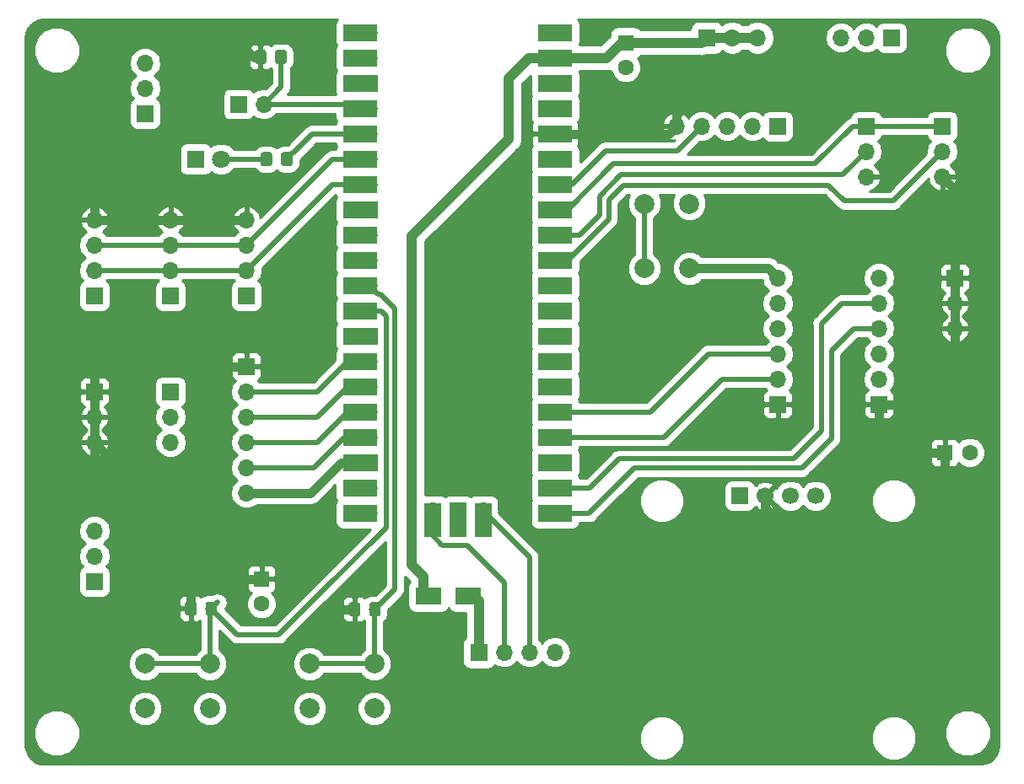
<source format=gbr>
G04 #@! TF.GenerationSoftware,KiCad,Pcbnew,5.0.2+dfsg1-1*
G04 #@! TF.CreationDate,2021-03-18T17:53:01+01:00*
G04 #@! TF.ProjectId,pico-dev,7069636f-2d64-4657-962e-6b696361645f,rev?*
G04 #@! TF.SameCoordinates,Original*
G04 #@! TF.FileFunction,Copper,L1,Top*
G04 #@! TF.FilePolarity,Positive*
%FSLAX46Y46*%
G04 Gerber Fmt 4.6, Leading zero omitted, Abs format (unit mm)*
G04 Created by KiCad (PCBNEW 5.0.2+dfsg1-1) date jeu. 18 mars 2021 17:53:01 CET*
%MOMM*%
%LPD*%
G01*
G04 APERTURE LIST*
G04 #@! TA.AperFunction,ComponentPad*
%ADD10C,1.700000*%
G04 #@! TD*
G04 #@! TA.AperFunction,ComponentPad*
%ADD11R,1.700000X1.700000*%
G04 #@! TD*
G04 #@! TA.AperFunction,ComponentPad*
%ADD12C,1.600000*%
G04 #@! TD*
G04 #@! TA.AperFunction,ComponentPad*
%ADD13R,1.600000X1.600000*%
G04 #@! TD*
G04 #@! TA.AperFunction,ComponentPad*
%ADD14O,1.700000X1.700000*%
G04 #@! TD*
G04 #@! TA.AperFunction,Conductor*
%ADD15C,0.100000*%
G04 #@! TD*
G04 #@! TA.AperFunction,SMDPad,CuDef*
%ADD16C,1.150000*%
G04 #@! TD*
G04 #@! TA.AperFunction,SMDPad,CuDef*
%ADD17R,3.500000X1.700000*%
G04 #@! TD*
G04 #@! TA.AperFunction,SMDPad,CuDef*
%ADD18R,1.700000X3.500000*%
G04 #@! TD*
G04 #@! TA.AperFunction,SMDPad,CuDef*
%ADD19R,2.500000X1.800000*%
G04 #@! TD*
G04 #@! TA.AperFunction,ComponentPad*
%ADD20C,2.000000*%
G04 #@! TD*
G04 #@! TA.AperFunction,ComponentPad*
%ADD21R,1.800000X1.800000*%
G04 #@! TD*
G04 #@! TA.AperFunction,ComponentPad*
%ADD22C,1.800000*%
G04 #@! TD*
G04 #@! TA.AperFunction,Conductor*
%ADD23C,0.900000*%
G04 #@! TD*
G04 #@! TA.AperFunction,Conductor*
%ADD24C,0.500000*%
G04 #@! TD*
G04 #@! TA.AperFunction,Conductor*
%ADD25C,1.000000*%
G04 #@! TD*
G04 #@! TA.AperFunction,Conductor*
%ADD26C,0.254000*%
G04 #@! TD*
G04 APERTURE END LIST*
D10*
G04 #@! TO.P,U2,4*
G04 #@! TO.N,SDA_1*
X153670000Y-73960000D03*
G04 #@! TO.P,U2,3*
G04 #@! TO.N,SCL_1*
X151130000Y-73960000D03*
G04 #@! TO.P,U2,2*
G04 #@! TO.N,+3V3*
X148590000Y-73960000D03*
D11*
G04 #@! TO.P,U2,1*
G04 #@! TO.N,GND*
X146050000Y-73960000D03*
G04 #@! TD*
D12*
G04 #@! TO.P,C1,2*
G04 #@! TO.N,GND*
X134620000Y-30948000D03*
D13*
G04 #@! TO.P,C1,1*
G04 #@! TO.N,+5V*
X134620000Y-28448000D03*
G04 #@! TD*
D11*
G04 #@! TO.P,J1,1*
G04 #@! TO.N,GND*
X95732600Y-34620200D03*
D14*
G04 #@! TO.P,J1,2*
G04 #@! TO.N,MODE*
X98272600Y-34620200D03*
G04 #@! TD*
D11*
G04 #@! TO.P,J2,1*
G04 #@! TO.N,+5VD*
X119862600Y-89662000D03*
D14*
G04 #@! TO.P,J2,2*
G04 #@! TO.N,SWCLK*
X122402600Y-89662000D03*
G04 #@! TO.P,J2,3*
G04 #@! TO.N,SWDIO*
X124942600Y-89662000D03*
G04 #@! TO.P,J2,4*
G04 #@! TO.N,GND*
X127482600Y-89662000D03*
G04 #@! TD*
G04 #@! TO.P,J3,3*
G04 #@! TO.N,+3V3*
X166370000Y-41910000D03*
G04 #@! TO.P,J3,2*
G04 #@! TO.N,ADC0*
X166370000Y-39370000D03*
D11*
G04 #@! TO.P,J3,1*
G04 #@! TO.N,AGND*
X166370000Y-36830000D03*
G04 #@! TD*
G04 #@! TO.P,J4,1*
G04 #@! TO.N,AGND*
X158750000Y-36830000D03*
D14*
G04 #@! TO.P,J4,2*
G04 #@! TO.N,ADC1*
X158750000Y-39370000D03*
G04 #@! TO.P,J4,3*
G04 #@! TO.N,+3V3*
X158750000Y-41910000D03*
G04 #@! TD*
D15*
G04 #@! TO.N,+3V3*
G04 #@! TO.C,R1*
G36*
X98291905Y-29171604D02*
X98316173Y-29175204D01*
X98339972Y-29181165D01*
X98363071Y-29189430D01*
X98385250Y-29199920D01*
X98406293Y-29212532D01*
X98425999Y-29227147D01*
X98444177Y-29243623D01*
X98460653Y-29261801D01*
X98475268Y-29281507D01*
X98487880Y-29302550D01*
X98498370Y-29324729D01*
X98506635Y-29347828D01*
X98512596Y-29371627D01*
X98516196Y-29395895D01*
X98517400Y-29420399D01*
X98517400Y-30320401D01*
X98516196Y-30344905D01*
X98512596Y-30369173D01*
X98506635Y-30392972D01*
X98498370Y-30416071D01*
X98487880Y-30438250D01*
X98475268Y-30459293D01*
X98460653Y-30478999D01*
X98444177Y-30497177D01*
X98425999Y-30513653D01*
X98406293Y-30528268D01*
X98385250Y-30540880D01*
X98363071Y-30551370D01*
X98339972Y-30559635D01*
X98316173Y-30565596D01*
X98291905Y-30569196D01*
X98267401Y-30570400D01*
X97617399Y-30570400D01*
X97592895Y-30569196D01*
X97568627Y-30565596D01*
X97544828Y-30559635D01*
X97521729Y-30551370D01*
X97499550Y-30540880D01*
X97478507Y-30528268D01*
X97458801Y-30513653D01*
X97440623Y-30497177D01*
X97424147Y-30478999D01*
X97409532Y-30459293D01*
X97396920Y-30438250D01*
X97386430Y-30416071D01*
X97378165Y-30392972D01*
X97372204Y-30369173D01*
X97368604Y-30344905D01*
X97367400Y-30320401D01*
X97367400Y-29420399D01*
X97368604Y-29395895D01*
X97372204Y-29371627D01*
X97378165Y-29347828D01*
X97386430Y-29324729D01*
X97396920Y-29302550D01*
X97409532Y-29281507D01*
X97424147Y-29261801D01*
X97440623Y-29243623D01*
X97458801Y-29227147D01*
X97478507Y-29212532D01*
X97499550Y-29199920D01*
X97521729Y-29189430D01*
X97544828Y-29181165D01*
X97568627Y-29175204D01*
X97592895Y-29171604D01*
X97617399Y-29170400D01*
X98267401Y-29170400D01*
X98291905Y-29171604D01*
X98291905Y-29171604D01*
G37*
D16*
G04 #@! TD*
G04 #@! TO.P,R1,1*
G04 #@! TO.N,+3V3*
X97942400Y-29870400D03*
D15*
G04 #@! TO.N,MODE*
G04 #@! TO.C,R1*
G36*
X100341905Y-29171604D02*
X100366173Y-29175204D01*
X100389972Y-29181165D01*
X100413071Y-29189430D01*
X100435250Y-29199920D01*
X100456293Y-29212532D01*
X100475999Y-29227147D01*
X100494177Y-29243623D01*
X100510653Y-29261801D01*
X100525268Y-29281507D01*
X100537880Y-29302550D01*
X100548370Y-29324729D01*
X100556635Y-29347828D01*
X100562596Y-29371627D01*
X100566196Y-29395895D01*
X100567400Y-29420399D01*
X100567400Y-30320401D01*
X100566196Y-30344905D01*
X100562596Y-30369173D01*
X100556635Y-30392972D01*
X100548370Y-30416071D01*
X100537880Y-30438250D01*
X100525268Y-30459293D01*
X100510653Y-30478999D01*
X100494177Y-30497177D01*
X100475999Y-30513653D01*
X100456293Y-30528268D01*
X100435250Y-30540880D01*
X100413071Y-30551370D01*
X100389972Y-30559635D01*
X100366173Y-30565596D01*
X100341905Y-30569196D01*
X100317401Y-30570400D01*
X99667399Y-30570400D01*
X99642895Y-30569196D01*
X99618627Y-30565596D01*
X99594828Y-30559635D01*
X99571729Y-30551370D01*
X99549550Y-30540880D01*
X99528507Y-30528268D01*
X99508801Y-30513653D01*
X99490623Y-30497177D01*
X99474147Y-30478999D01*
X99459532Y-30459293D01*
X99446920Y-30438250D01*
X99436430Y-30416071D01*
X99428165Y-30392972D01*
X99422204Y-30369173D01*
X99418604Y-30344905D01*
X99417400Y-30320401D01*
X99417400Y-29420399D01*
X99418604Y-29395895D01*
X99422204Y-29371627D01*
X99428165Y-29347828D01*
X99436430Y-29324729D01*
X99446920Y-29302550D01*
X99459532Y-29281507D01*
X99474147Y-29261801D01*
X99490623Y-29243623D01*
X99508801Y-29227147D01*
X99528507Y-29212532D01*
X99549550Y-29199920D01*
X99571729Y-29189430D01*
X99594828Y-29181165D01*
X99618627Y-29175204D01*
X99642895Y-29171604D01*
X99667399Y-29170400D01*
X100317401Y-29170400D01*
X100341905Y-29171604D01*
X100341905Y-29171604D01*
G37*
D16*
G04 #@! TD*
G04 #@! TO.P,R1,2*
G04 #@! TO.N,MODE*
X99992400Y-29870400D03*
D14*
G04 #@! TO.P,U1,1*
G04 #@! TO.N,U_TX*
X108839000Y-27432000D03*
G04 #@! TO.P,U1,2*
G04 #@! TO.N,U_RX*
X108839000Y-29972000D03*
D11*
G04 #@! TO.P,U1,3*
G04 #@! TO.N,GND*
X108839000Y-32512000D03*
D14*
G04 #@! TO.P,U1,4*
G04 #@! TO.N,MODE*
X108839000Y-35052000D03*
G04 #@! TO.P,U1,5*
G04 #@! TO.N,LED0*
X108839000Y-37592000D03*
G04 #@! TO.P,U1,6*
G04 #@! TO.N,SDA_0*
X108839000Y-40132000D03*
G04 #@! TO.P,U1,7*
G04 #@! TO.N,SCL_0*
X108839000Y-42672000D03*
D11*
G04 #@! TO.P,U1,8*
G04 #@! TO.N,GND*
X108839000Y-45212000D03*
D14*
G04 #@! TO.P,U1,9*
G04 #@! TO.N,GP6*
X108839000Y-47752000D03*
G04 #@! TO.P,U1,10*
G04 #@! TO.N,GP7*
X108839000Y-50292000D03*
G04 #@! TO.P,U1,11*
G04 #@! TO.N,GP8*
X108839000Y-52832000D03*
G04 #@! TO.P,U1,12*
G04 #@! TO.N,GP9*
X108839000Y-55372000D03*
D11*
G04 #@! TO.P,U1,13*
G04 #@! TO.N,GND*
X108839000Y-57912000D03*
D14*
G04 #@! TO.P,U1,14*
G04 #@! TO.N,SPI1_CK_GP10*
X108839000Y-60452000D03*
G04 #@! TO.P,U1,15*
G04 #@! TO.N,SPI1_MOSI_GP11*
X108839000Y-62992000D03*
G04 #@! TO.P,U1,16*
G04 #@! TO.N,SPI1_MISO_GP12*
X108839000Y-65532000D03*
G04 #@! TO.P,U1,17*
G04 #@! TO.N,SPI1_CS1_GP13*
X108839000Y-68072000D03*
D11*
G04 #@! TO.P,U1,18*
G04 #@! TO.N,GND*
X108839000Y-70612000D03*
D14*
G04 #@! TO.P,U1,19*
G04 #@! TO.N,SDA_1*
X108839000Y-73152000D03*
G04 #@! TO.P,U1,20*
G04 #@! TO.N,SCL_1*
X108839000Y-75692000D03*
G04 #@! TO.P,U1,21*
G04 #@! TO.N,SPI0_MISO*
X126619000Y-75692000D03*
G04 #@! TO.P,U1,22*
G04 #@! TO.N,SPI0_CS1*
X126619000Y-73152000D03*
D11*
G04 #@! TO.P,U1,23*
G04 #@! TO.N,GND*
X126619000Y-70612000D03*
D14*
G04 #@! TO.P,U1,24*
G04 #@! TO.N,SPI0_CK*
X126619000Y-68072000D03*
G04 #@! TO.P,U1,25*
G04 #@! TO.N,SPI0_MOSI*
X126619000Y-65532000D03*
G04 #@! TO.P,U1,26*
G04 #@! TO.N,SPI0_CS2*
X126619000Y-62992000D03*
G04 #@! TO.P,U1,27*
G04 #@! TO.N,GP21*
X126619000Y-60452000D03*
D11*
G04 #@! TO.P,U1,28*
G04 #@! TO.N,GND*
X126619000Y-57912000D03*
D14*
G04 #@! TO.P,U1,29*
G04 #@! TO.N,GP22*
X126619000Y-55372000D03*
G04 #@! TO.P,U1,30*
G04 #@! TO.N,RUN*
X126619000Y-52832000D03*
G04 #@! TO.P,U1,31*
G04 #@! TO.N,ADC0*
X126619000Y-50292000D03*
G04 #@! TO.P,U1,32*
G04 #@! TO.N,ADC1*
X126619000Y-47752000D03*
D11*
G04 #@! TO.P,U1,33*
G04 #@! TO.N,AGND*
X126619000Y-45212000D03*
D14*
G04 #@! TO.P,U1,34*
G04 #@! TO.N,GP28*
X126619000Y-42672000D03*
G04 #@! TO.P,U1,35*
G04 #@! TO.N,Net-(U1-Pad35)*
X126619000Y-40132000D03*
G04 #@! TO.P,U1,36*
G04 #@! TO.N,+3V3*
X126619000Y-37592000D03*
G04 #@! TO.P,U1,37*
G04 #@! TO.N,Net-(U1-Pad37)*
X126619000Y-35052000D03*
D11*
G04 #@! TO.P,U1,38*
G04 #@! TO.N,GND*
X126619000Y-32512000D03*
D14*
G04 #@! TO.P,U1,39*
G04 #@! TO.N,+5V*
X126619000Y-29972000D03*
G04 #@! TO.P,U1,40*
G04 #@! TO.N,Net-(U1-Pad40)*
X126619000Y-27432000D03*
D17*
G04 #@! TO.P,U1,1*
G04 #@! TO.N,U_TX*
X107939000Y-27432000D03*
G04 #@! TO.P,U1,2*
G04 #@! TO.N,U_RX*
X107939000Y-29972000D03*
G04 #@! TO.P,U1,3*
G04 #@! TO.N,GND*
X107939000Y-32512000D03*
G04 #@! TO.P,U1,4*
G04 #@! TO.N,MODE*
X107939000Y-35052000D03*
G04 #@! TO.P,U1,5*
G04 #@! TO.N,LED0*
X107939000Y-37592000D03*
G04 #@! TO.P,U1,6*
G04 #@! TO.N,SDA_0*
X107939000Y-40132000D03*
G04 #@! TO.P,U1,7*
G04 #@! TO.N,SCL_0*
X107939000Y-42672000D03*
G04 #@! TO.P,U1,8*
G04 #@! TO.N,GND*
X107939000Y-45212000D03*
G04 #@! TO.P,U1,9*
G04 #@! TO.N,GP6*
X107939000Y-47752000D03*
G04 #@! TO.P,U1,10*
G04 #@! TO.N,GP7*
X107939000Y-50292000D03*
G04 #@! TO.P,U1,11*
G04 #@! TO.N,GP8*
X107939000Y-52832000D03*
G04 #@! TO.P,U1,12*
G04 #@! TO.N,GP9*
X107939000Y-55372000D03*
G04 #@! TO.P,U1,13*
G04 #@! TO.N,GND*
X107939000Y-57912000D03*
G04 #@! TO.P,U1,14*
G04 #@! TO.N,SPI1_CK_GP10*
X107939000Y-60452000D03*
G04 #@! TO.P,U1,15*
G04 #@! TO.N,SPI1_MOSI_GP11*
X107939000Y-62992000D03*
G04 #@! TO.P,U1,16*
G04 #@! TO.N,SPI1_MISO_GP12*
X107939000Y-65532000D03*
G04 #@! TO.P,U1,17*
G04 #@! TO.N,SPI1_CS1_GP13*
X107939000Y-68072000D03*
G04 #@! TO.P,U1,18*
G04 #@! TO.N,GND*
X107939000Y-70612000D03*
G04 #@! TO.P,U1,19*
G04 #@! TO.N,SDA_1*
X107939000Y-73152000D03*
G04 #@! TO.P,U1,20*
G04 #@! TO.N,SCL_1*
X107939000Y-75692000D03*
G04 #@! TO.P,U1,40*
G04 #@! TO.N,Net-(U1-Pad40)*
X127519000Y-27432000D03*
G04 #@! TO.P,U1,39*
G04 #@! TO.N,+5V*
X127519000Y-29972000D03*
G04 #@! TO.P,U1,38*
G04 #@! TO.N,GND*
X127519000Y-32512000D03*
G04 #@! TO.P,U1,37*
G04 #@! TO.N,Net-(U1-Pad37)*
X127519000Y-35052000D03*
G04 #@! TO.P,U1,36*
G04 #@! TO.N,+3V3*
X127519000Y-37592000D03*
G04 #@! TO.P,U1,35*
G04 #@! TO.N,Net-(U1-Pad35)*
X127519000Y-40132000D03*
G04 #@! TO.P,U1,34*
G04 #@! TO.N,GP28*
X127519000Y-42672000D03*
G04 #@! TO.P,U1,33*
G04 #@! TO.N,AGND*
X127519000Y-45212000D03*
G04 #@! TO.P,U1,32*
G04 #@! TO.N,ADC1*
X127519000Y-47752000D03*
G04 #@! TO.P,U1,31*
G04 #@! TO.N,ADC0*
X127519000Y-50292000D03*
G04 #@! TO.P,U1,30*
G04 #@! TO.N,RUN*
X127519000Y-52832000D03*
G04 #@! TO.P,U1,29*
G04 #@! TO.N,GP22*
X127519000Y-55372000D03*
G04 #@! TO.P,U1,28*
G04 #@! TO.N,GND*
X127519000Y-57912000D03*
G04 #@! TO.P,U1,27*
G04 #@! TO.N,GP21*
X127519000Y-60452000D03*
G04 #@! TO.P,U1,26*
G04 #@! TO.N,SPI0_CS2*
X127519000Y-62992000D03*
G04 #@! TO.P,U1,25*
G04 #@! TO.N,SPI0_MOSI*
X127519000Y-65532000D03*
G04 #@! TO.P,U1,24*
G04 #@! TO.N,SPI0_CK*
X127519000Y-68072000D03*
G04 #@! TO.P,U1,23*
G04 #@! TO.N,GND*
X127519000Y-70612000D03*
G04 #@! TO.P,U1,22*
G04 #@! TO.N,SPI0_CS1*
X127519000Y-73152000D03*
G04 #@! TO.P,U1,21*
G04 #@! TO.N,SPI0_MISO*
X127519000Y-75692000D03*
D18*
G04 #@! TO.P,U1,41*
G04 #@! TO.N,SWCLK*
X115189000Y-76362000D03*
D14*
X115189000Y-75462000D03*
D18*
G04 #@! TO.P,U1,42*
G04 #@! TO.N,GND*
X117729000Y-76362000D03*
D11*
X117729000Y-75462000D03*
D18*
G04 #@! TO.P,U1,43*
G04 #@! TO.N,SWDIO*
X120269000Y-76362000D03*
D14*
X120269000Y-75462000D03*
G04 #@! TD*
D11*
G04 #@! TO.P,J5,1*
G04 #@! TO.N,GND*
X96520000Y-53848000D03*
D14*
G04 #@! TO.P,J5,2*
G04 #@! TO.N,SCL_0*
X96520000Y-51308000D03*
G04 #@! TO.P,J5,3*
G04 #@! TO.N,SDA_0*
X96520000Y-48768000D03*
G04 #@! TO.P,J5,4*
G04 #@! TO.N,+3V3*
X96520000Y-46228000D03*
G04 #@! TD*
G04 #@! TO.P,J6,4*
G04 #@! TO.N,+3V3*
X88900000Y-46228000D03*
G04 #@! TO.P,J6,3*
G04 #@! TO.N,SDA_0*
X88900000Y-48768000D03*
G04 #@! TO.P,J6,2*
G04 #@! TO.N,SCL_0*
X88900000Y-51308000D03*
D11*
G04 #@! TO.P,J6,1*
G04 #@! TO.N,GND*
X88900000Y-53848000D03*
G04 #@! TD*
G04 #@! TO.P,J7,1*
G04 #@! TO.N,GND*
X81280000Y-53848000D03*
D14*
G04 #@! TO.P,J7,2*
G04 #@! TO.N,SCL_0*
X81280000Y-51308000D03*
G04 #@! TO.P,J7,3*
G04 #@! TO.N,SDA_0*
X81280000Y-48768000D03*
G04 #@! TO.P,J7,4*
G04 #@! TO.N,+3V3*
X81280000Y-46228000D03*
G04 #@! TD*
D11*
G04 #@! TO.P,J8,1*
G04 #@! TO.N,GND*
X86360000Y-35560000D03*
D14*
G04 #@! TO.P,J8,2*
G04 #@! TO.N,U_RX*
X86360000Y-33020000D03*
G04 #@! TO.P,J8,3*
G04 #@! TO.N,U_TX*
X86360000Y-30480000D03*
G04 #@! TD*
D11*
G04 #@! TO.P,J9,1*
G04 #@! TO.N,+3V3*
X160020000Y-64770000D03*
D14*
G04 #@! TO.P,J9,2*
G04 #@! TO.N,SPI0_CK*
X160020000Y-62230000D03*
G04 #@! TO.P,J9,3*
G04 #@! TO.N,SPI0_MOSI*
X160020000Y-59690000D03*
G04 #@! TO.P,J9,4*
G04 #@! TO.N,SPI0_MISO*
X160020000Y-57150000D03*
G04 #@! TO.P,J9,5*
G04 #@! TO.N,SPI0_CS1*
X160020000Y-54610000D03*
G04 #@! TO.P,J9,6*
G04 #@! TO.N,GND*
X160020000Y-52070000D03*
G04 #@! TD*
D11*
G04 #@! TO.P,J10,1*
G04 #@! TO.N,+3V3*
X149860000Y-64770000D03*
D14*
G04 #@! TO.P,J10,2*
G04 #@! TO.N,SPI0_CK*
X149860000Y-62230000D03*
G04 #@! TO.P,J10,3*
G04 #@! TO.N,SPI0_MOSI*
X149860000Y-59690000D03*
G04 #@! TO.P,J10,4*
G04 #@! TO.N,SPI0_MISO*
X149860000Y-57150000D03*
G04 #@! TO.P,J10,5*
G04 #@! TO.N,SPI0_CS2*
X149860000Y-54610000D03*
G04 #@! TO.P,J10,6*
G04 #@! TO.N,GND*
X149860000Y-52070000D03*
G04 #@! TD*
D11*
G04 #@! TO.P,J11,1*
G04 #@! TO.N,GND*
X149860000Y-36830000D03*
D14*
G04 #@! TO.P,J11,2*
G04 #@! TO.N,GP21*
X147320000Y-36830000D03*
G04 #@! TO.P,J11,3*
G04 #@! TO.N,GP22*
X144780000Y-36830000D03*
G04 #@! TO.P,J11,4*
G04 #@! TO.N,GP28*
X142240000Y-36830000D03*
G04 #@! TO.P,J11,5*
G04 #@! TO.N,+3V3*
X139700000Y-36830000D03*
G04 #@! TD*
D11*
G04 #@! TO.P,J12,1*
G04 #@! TO.N,+3V3*
X96520000Y-60960000D03*
D14*
G04 #@! TO.P,J12,2*
G04 #@! TO.N,SPI1_CK_GP10*
X96520000Y-63500000D03*
G04 #@! TO.P,J12,3*
G04 #@! TO.N,SPI1_MOSI_GP11*
X96520000Y-66040000D03*
G04 #@! TO.P,J12,4*
G04 #@! TO.N,SPI1_MISO_GP12*
X96520000Y-68580000D03*
G04 #@! TO.P,J12,5*
G04 #@! TO.N,SPI1_CS1_GP13*
X96520000Y-71120000D03*
G04 #@! TO.P,J12,6*
G04 #@! TO.N,GND*
X96520000Y-73660000D03*
G04 #@! TD*
D15*
G04 #@! TO.N,GP9*
G04 #@! TO.C,R2*
G36*
X93347905Y-84569004D02*
X93372173Y-84572604D01*
X93395972Y-84578565D01*
X93419071Y-84586830D01*
X93441250Y-84597320D01*
X93462293Y-84609932D01*
X93481999Y-84624547D01*
X93500177Y-84641023D01*
X93516653Y-84659201D01*
X93531268Y-84678907D01*
X93543880Y-84699950D01*
X93554370Y-84722129D01*
X93562635Y-84745228D01*
X93568596Y-84769027D01*
X93572196Y-84793295D01*
X93573400Y-84817799D01*
X93573400Y-85717801D01*
X93572196Y-85742305D01*
X93568596Y-85766573D01*
X93562635Y-85790372D01*
X93554370Y-85813471D01*
X93543880Y-85835650D01*
X93531268Y-85856693D01*
X93516653Y-85876399D01*
X93500177Y-85894577D01*
X93481999Y-85911053D01*
X93462293Y-85925668D01*
X93441250Y-85938280D01*
X93419071Y-85948770D01*
X93395972Y-85957035D01*
X93372173Y-85962996D01*
X93347905Y-85966596D01*
X93323401Y-85967800D01*
X92673399Y-85967800D01*
X92648895Y-85966596D01*
X92624627Y-85962996D01*
X92600828Y-85957035D01*
X92577729Y-85948770D01*
X92555550Y-85938280D01*
X92534507Y-85925668D01*
X92514801Y-85911053D01*
X92496623Y-85894577D01*
X92480147Y-85876399D01*
X92465532Y-85856693D01*
X92452920Y-85835650D01*
X92442430Y-85813471D01*
X92434165Y-85790372D01*
X92428204Y-85766573D01*
X92424604Y-85742305D01*
X92423400Y-85717801D01*
X92423400Y-84817799D01*
X92424604Y-84793295D01*
X92428204Y-84769027D01*
X92434165Y-84745228D01*
X92442430Y-84722129D01*
X92452920Y-84699950D01*
X92465532Y-84678907D01*
X92480147Y-84659201D01*
X92496623Y-84641023D01*
X92514801Y-84624547D01*
X92534507Y-84609932D01*
X92555550Y-84597320D01*
X92577729Y-84586830D01*
X92600828Y-84578565D01*
X92624627Y-84572604D01*
X92648895Y-84569004D01*
X92673399Y-84567800D01*
X93323401Y-84567800D01*
X93347905Y-84569004D01*
X93347905Y-84569004D01*
G37*
D16*
G04 #@! TD*
G04 #@! TO.P,R2,2*
G04 #@! TO.N,GP9*
X92998400Y-85267800D03*
D15*
G04 #@! TO.N,+3V3*
G04 #@! TO.C,R2*
G36*
X91297905Y-84569004D02*
X91322173Y-84572604D01*
X91345972Y-84578565D01*
X91369071Y-84586830D01*
X91391250Y-84597320D01*
X91412293Y-84609932D01*
X91431999Y-84624547D01*
X91450177Y-84641023D01*
X91466653Y-84659201D01*
X91481268Y-84678907D01*
X91493880Y-84699950D01*
X91504370Y-84722129D01*
X91512635Y-84745228D01*
X91518596Y-84769027D01*
X91522196Y-84793295D01*
X91523400Y-84817799D01*
X91523400Y-85717801D01*
X91522196Y-85742305D01*
X91518596Y-85766573D01*
X91512635Y-85790372D01*
X91504370Y-85813471D01*
X91493880Y-85835650D01*
X91481268Y-85856693D01*
X91466653Y-85876399D01*
X91450177Y-85894577D01*
X91431999Y-85911053D01*
X91412293Y-85925668D01*
X91391250Y-85938280D01*
X91369071Y-85948770D01*
X91345972Y-85957035D01*
X91322173Y-85962996D01*
X91297905Y-85966596D01*
X91273401Y-85967800D01*
X90623399Y-85967800D01*
X90598895Y-85966596D01*
X90574627Y-85962996D01*
X90550828Y-85957035D01*
X90527729Y-85948770D01*
X90505550Y-85938280D01*
X90484507Y-85925668D01*
X90464801Y-85911053D01*
X90446623Y-85894577D01*
X90430147Y-85876399D01*
X90415532Y-85856693D01*
X90402920Y-85835650D01*
X90392430Y-85813471D01*
X90384165Y-85790372D01*
X90378204Y-85766573D01*
X90374604Y-85742305D01*
X90373400Y-85717801D01*
X90373400Y-84817799D01*
X90374604Y-84793295D01*
X90378204Y-84769027D01*
X90384165Y-84745228D01*
X90392430Y-84722129D01*
X90402920Y-84699950D01*
X90415532Y-84678907D01*
X90430147Y-84659201D01*
X90446623Y-84641023D01*
X90464801Y-84624547D01*
X90484507Y-84609932D01*
X90505550Y-84597320D01*
X90527729Y-84586830D01*
X90550828Y-84578565D01*
X90574627Y-84572604D01*
X90598895Y-84569004D01*
X90623399Y-84567800D01*
X91273401Y-84567800D01*
X91297905Y-84569004D01*
X91297905Y-84569004D01*
G37*
D16*
G04 #@! TD*
G04 #@! TO.P,R2,1*
G04 #@! TO.N,+3V3*
X90948400Y-85267800D03*
D15*
G04 #@! TO.N,+3V3*
G04 #@! TO.C,R3*
G36*
X107722705Y-84645204D02*
X107746973Y-84648804D01*
X107770772Y-84654765D01*
X107793871Y-84663030D01*
X107816050Y-84673520D01*
X107837093Y-84686132D01*
X107856799Y-84700747D01*
X107874977Y-84717223D01*
X107891453Y-84735401D01*
X107906068Y-84755107D01*
X107918680Y-84776150D01*
X107929170Y-84798329D01*
X107937435Y-84821428D01*
X107943396Y-84845227D01*
X107946996Y-84869495D01*
X107948200Y-84893999D01*
X107948200Y-85794001D01*
X107946996Y-85818505D01*
X107943396Y-85842773D01*
X107937435Y-85866572D01*
X107929170Y-85889671D01*
X107918680Y-85911850D01*
X107906068Y-85932893D01*
X107891453Y-85952599D01*
X107874977Y-85970777D01*
X107856799Y-85987253D01*
X107837093Y-86001868D01*
X107816050Y-86014480D01*
X107793871Y-86024970D01*
X107770772Y-86033235D01*
X107746973Y-86039196D01*
X107722705Y-86042796D01*
X107698201Y-86044000D01*
X107048199Y-86044000D01*
X107023695Y-86042796D01*
X106999427Y-86039196D01*
X106975628Y-86033235D01*
X106952529Y-86024970D01*
X106930350Y-86014480D01*
X106909307Y-86001868D01*
X106889601Y-85987253D01*
X106871423Y-85970777D01*
X106854947Y-85952599D01*
X106840332Y-85932893D01*
X106827720Y-85911850D01*
X106817230Y-85889671D01*
X106808965Y-85866572D01*
X106803004Y-85842773D01*
X106799404Y-85818505D01*
X106798200Y-85794001D01*
X106798200Y-84893999D01*
X106799404Y-84869495D01*
X106803004Y-84845227D01*
X106808965Y-84821428D01*
X106817230Y-84798329D01*
X106827720Y-84776150D01*
X106840332Y-84755107D01*
X106854947Y-84735401D01*
X106871423Y-84717223D01*
X106889601Y-84700747D01*
X106909307Y-84686132D01*
X106930350Y-84673520D01*
X106952529Y-84663030D01*
X106975628Y-84654765D01*
X106999427Y-84648804D01*
X107023695Y-84645204D01*
X107048199Y-84644000D01*
X107698201Y-84644000D01*
X107722705Y-84645204D01*
X107722705Y-84645204D01*
G37*
D16*
G04 #@! TD*
G04 #@! TO.P,R3,1*
G04 #@! TO.N,+3V3*
X107373200Y-85344000D03*
D15*
G04 #@! TO.N,GP8*
G04 #@! TO.C,R3*
G36*
X109772705Y-84645204D02*
X109796973Y-84648804D01*
X109820772Y-84654765D01*
X109843871Y-84663030D01*
X109866050Y-84673520D01*
X109887093Y-84686132D01*
X109906799Y-84700747D01*
X109924977Y-84717223D01*
X109941453Y-84735401D01*
X109956068Y-84755107D01*
X109968680Y-84776150D01*
X109979170Y-84798329D01*
X109987435Y-84821428D01*
X109993396Y-84845227D01*
X109996996Y-84869495D01*
X109998200Y-84893999D01*
X109998200Y-85794001D01*
X109996996Y-85818505D01*
X109993396Y-85842773D01*
X109987435Y-85866572D01*
X109979170Y-85889671D01*
X109968680Y-85911850D01*
X109956068Y-85932893D01*
X109941453Y-85952599D01*
X109924977Y-85970777D01*
X109906799Y-85987253D01*
X109887093Y-86001868D01*
X109866050Y-86014480D01*
X109843871Y-86024970D01*
X109820772Y-86033235D01*
X109796973Y-86039196D01*
X109772705Y-86042796D01*
X109748201Y-86044000D01*
X109098199Y-86044000D01*
X109073695Y-86042796D01*
X109049427Y-86039196D01*
X109025628Y-86033235D01*
X109002529Y-86024970D01*
X108980350Y-86014480D01*
X108959307Y-86001868D01*
X108939601Y-85987253D01*
X108921423Y-85970777D01*
X108904947Y-85952599D01*
X108890332Y-85932893D01*
X108877720Y-85911850D01*
X108867230Y-85889671D01*
X108858965Y-85866572D01*
X108853004Y-85842773D01*
X108849404Y-85818505D01*
X108848200Y-85794001D01*
X108848200Y-84893999D01*
X108849404Y-84869495D01*
X108853004Y-84845227D01*
X108858965Y-84821428D01*
X108867230Y-84798329D01*
X108877720Y-84776150D01*
X108890332Y-84755107D01*
X108904947Y-84735401D01*
X108921423Y-84717223D01*
X108939601Y-84700747D01*
X108959307Y-84686132D01*
X108980350Y-84673520D01*
X109002529Y-84663030D01*
X109025628Y-84654765D01*
X109049427Y-84648804D01*
X109073695Y-84645204D01*
X109098199Y-84644000D01*
X109748201Y-84644000D01*
X109772705Y-84645204D01*
X109772705Y-84645204D01*
G37*
D16*
G04 #@! TD*
G04 #@! TO.P,R3,2*
G04 #@! TO.N,GP8*
X109423200Y-85344000D03*
D15*
G04 #@! TO.N,Net-(D2-Pad2)*
G04 #@! TO.C,R4*
G36*
X98883505Y-39433204D02*
X98907773Y-39436804D01*
X98931572Y-39442765D01*
X98954671Y-39451030D01*
X98976850Y-39461520D01*
X98997893Y-39474132D01*
X99017599Y-39488747D01*
X99035777Y-39505223D01*
X99052253Y-39523401D01*
X99066868Y-39543107D01*
X99079480Y-39564150D01*
X99089970Y-39586329D01*
X99098235Y-39609428D01*
X99104196Y-39633227D01*
X99107796Y-39657495D01*
X99109000Y-39681999D01*
X99109000Y-40582001D01*
X99107796Y-40606505D01*
X99104196Y-40630773D01*
X99098235Y-40654572D01*
X99089970Y-40677671D01*
X99079480Y-40699850D01*
X99066868Y-40720893D01*
X99052253Y-40740599D01*
X99035777Y-40758777D01*
X99017599Y-40775253D01*
X98997893Y-40789868D01*
X98976850Y-40802480D01*
X98954671Y-40812970D01*
X98931572Y-40821235D01*
X98907773Y-40827196D01*
X98883505Y-40830796D01*
X98859001Y-40832000D01*
X98208999Y-40832000D01*
X98184495Y-40830796D01*
X98160227Y-40827196D01*
X98136428Y-40821235D01*
X98113329Y-40812970D01*
X98091150Y-40802480D01*
X98070107Y-40789868D01*
X98050401Y-40775253D01*
X98032223Y-40758777D01*
X98015747Y-40740599D01*
X98001132Y-40720893D01*
X97988520Y-40699850D01*
X97978030Y-40677671D01*
X97969765Y-40654572D01*
X97963804Y-40630773D01*
X97960204Y-40606505D01*
X97959000Y-40582001D01*
X97959000Y-39681999D01*
X97960204Y-39657495D01*
X97963804Y-39633227D01*
X97969765Y-39609428D01*
X97978030Y-39586329D01*
X97988520Y-39564150D01*
X98001132Y-39543107D01*
X98015747Y-39523401D01*
X98032223Y-39505223D01*
X98050401Y-39488747D01*
X98070107Y-39474132D01*
X98091150Y-39461520D01*
X98113329Y-39451030D01*
X98136428Y-39442765D01*
X98160227Y-39436804D01*
X98184495Y-39433204D01*
X98208999Y-39432000D01*
X98859001Y-39432000D01*
X98883505Y-39433204D01*
X98883505Y-39433204D01*
G37*
D16*
G04 #@! TD*
G04 #@! TO.P,R4,1*
G04 #@! TO.N,Net-(D2-Pad2)*
X98534000Y-40132000D03*
D15*
G04 #@! TO.N,LED0*
G04 #@! TO.C,R4*
G36*
X100933505Y-39433204D02*
X100957773Y-39436804D01*
X100981572Y-39442765D01*
X101004671Y-39451030D01*
X101026850Y-39461520D01*
X101047893Y-39474132D01*
X101067599Y-39488747D01*
X101085777Y-39505223D01*
X101102253Y-39523401D01*
X101116868Y-39543107D01*
X101129480Y-39564150D01*
X101139970Y-39586329D01*
X101148235Y-39609428D01*
X101154196Y-39633227D01*
X101157796Y-39657495D01*
X101159000Y-39681999D01*
X101159000Y-40582001D01*
X101157796Y-40606505D01*
X101154196Y-40630773D01*
X101148235Y-40654572D01*
X101139970Y-40677671D01*
X101129480Y-40699850D01*
X101116868Y-40720893D01*
X101102253Y-40740599D01*
X101085777Y-40758777D01*
X101067599Y-40775253D01*
X101047893Y-40789868D01*
X101026850Y-40802480D01*
X101004671Y-40812970D01*
X100981572Y-40821235D01*
X100957773Y-40827196D01*
X100933505Y-40830796D01*
X100909001Y-40832000D01*
X100258999Y-40832000D01*
X100234495Y-40830796D01*
X100210227Y-40827196D01*
X100186428Y-40821235D01*
X100163329Y-40812970D01*
X100141150Y-40802480D01*
X100120107Y-40789868D01*
X100100401Y-40775253D01*
X100082223Y-40758777D01*
X100065747Y-40740599D01*
X100051132Y-40720893D01*
X100038520Y-40699850D01*
X100028030Y-40677671D01*
X100019765Y-40654572D01*
X100013804Y-40630773D01*
X100010204Y-40606505D01*
X100009000Y-40582001D01*
X100009000Y-39681999D01*
X100010204Y-39657495D01*
X100013804Y-39633227D01*
X100019765Y-39609428D01*
X100028030Y-39586329D01*
X100038520Y-39564150D01*
X100051132Y-39543107D01*
X100065747Y-39523401D01*
X100082223Y-39505223D01*
X100100401Y-39488747D01*
X100120107Y-39474132D01*
X100141150Y-39461520D01*
X100163329Y-39451030D01*
X100186428Y-39442765D01*
X100210227Y-39436804D01*
X100234495Y-39433204D01*
X100258999Y-39432000D01*
X100909001Y-39432000D01*
X100933505Y-39433204D01*
X100933505Y-39433204D01*
G37*
D16*
G04 #@! TD*
G04 #@! TO.P,R4,2*
G04 #@! TO.N,LED0*
X100584000Y-40132000D03*
D14*
G04 #@! TO.P,J13,3*
G04 #@! TO.N,+3V3*
X81280000Y-68580000D03*
G04 #@! TO.P,J13,2*
X81280000Y-66040000D03*
D11*
G04 #@! TO.P,J13,1*
X81280000Y-63500000D03*
G04 #@! TD*
G04 #@! TO.P,J14,1*
G04 #@! TO.N,+5V*
X142748000Y-27940000D03*
D14*
G04 #@! TO.P,J14,2*
X145288000Y-27940000D03*
G04 #@! TO.P,J14,3*
X147828000Y-27940000D03*
G04 #@! TD*
D11*
G04 #@! TO.P,J15,1*
G04 #@! TO.N,GND*
X161290000Y-27940000D03*
D14*
G04 #@! TO.P,J15,2*
X158750000Y-27940000D03*
G04 #@! TO.P,J15,3*
X156210000Y-27940000D03*
G04 #@! TD*
D11*
G04 #@! TO.P,J16,1*
G04 #@! TO.N,GND*
X88900000Y-63500000D03*
D14*
G04 #@! TO.P,J16,2*
X88900000Y-66040000D03*
G04 #@! TO.P,J16,3*
X88900000Y-68580000D03*
G04 #@! TD*
G04 #@! TO.P,J17,3*
G04 #@! TO.N,+3V3*
X167640000Y-57150000D03*
G04 #@! TO.P,J17,2*
X167640000Y-54610000D03*
D11*
G04 #@! TO.P,J17,1*
X167640000Y-52070000D03*
G04 #@! TD*
G04 #@! TO.P,J18,1*
G04 #@! TO.N,GND*
X81280000Y-82550000D03*
D14*
G04 #@! TO.P,J18,2*
G04 #@! TO.N,GP7*
X81280000Y-80010000D03*
G04 #@! TO.P,J18,3*
G04 #@! TO.N,GP6*
X81280000Y-77470000D03*
G04 #@! TD*
D19*
G04 #@! TO.P,D1,1*
G04 #@! TO.N,+5V*
X114803800Y-83972400D03*
G04 #@! TO.P,D1,2*
G04 #@! TO.N,+5VD*
X118803800Y-83972400D03*
G04 #@! TD*
D20*
G04 #@! TO.P,SW1,2*
G04 #@! TO.N,GND*
X140974200Y-51104800D03*
G04 #@! TO.P,SW1,1*
G04 #@! TO.N,RUN*
X136474200Y-51104800D03*
G04 #@! TO.P,SW1,2*
G04 #@! TO.N,GND*
X140974200Y-44604800D03*
G04 #@! TO.P,SW1,1*
G04 #@! TO.N,RUN*
X136474200Y-44604800D03*
G04 #@! TD*
G04 #@! TO.P,SW2,1*
G04 #@! TO.N,GP9*
X92860000Y-90805000D03*
G04 #@! TO.P,SW2,2*
G04 #@! TO.N,GND*
X92860000Y-95305000D03*
G04 #@! TO.P,SW2,1*
G04 #@! TO.N,GP9*
X86360000Y-90805000D03*
G04 #@! TO.P,SW2,2*
G04 #@! TO.N,GND*
X86360000Y-95305000D03*
G04 #@! TD*
G04 #@! TO.P,SW3,2*
G04 #@! TO.N,GND*
X102870000Y-95305000D03*
G04 #@! TO.P,SW3,1*
G04 #@! TO.N,GP8*
X102870000Y-90805000D03*
G04 #@! TO.P,SW3,2*
G04 #@! TO.N,GND*
X109370000Y-95305000D03*
G04 #@! TO.P,SW3,1*
G04 #@! TO.N,GP8*
X109370000Y-90805000D03*
G04 #@! TD*
D13*
G04 #@! TO.P,C2,1*
G04 #@! TO.N,+3V3*
X166624000Y-69596000D03*
D12*
G04 #@! TO.P,C2,2*
G04 #@! TO.N,GND*
X169124000Y-69596000D03*
G04 #@! TD*
D13*
G04 #@! TO.P,C3,1*
G04 #@! TO.N,+3V3*
X98044000Y-82296000D03*
D12*
G04 #@! TO.P,C3,2*
G04 #@! TO.N,GND*
X98044000Y-84796000D03*
G04 #@! TD*
D21*
G04 #@! TO.P,D2,1*
G04 #@! TO.N,GND*
X91440000Y-40132000D03*
D22*
G04 #@! TO.P,D2,2*
G04 #@! TO.N,Net-(D2-Pad2)*
X93980000Y-40132000D03*
G04 #@! TD*
D23*
G04 #@! TO.N,GND*
X148894800Y-51104800D02*
X149860000Y-52070000D01*
X140974200Y-51104800D02*
X148894800Y-51104800D01*
X107089000Y-70612000D02*
X108839000Y-70612000D01*
X105988998Y-70612000D02*
X107089000Y-70612000D01*
X102940998Y-73660000D02*
X105988998Y-70612000D01*
X96520000Y-73660000D02*
X102940998Y-73660000D01*
D24*
G04 #@! TO.N,RUN*
X136474200Y-51104800D02*
X136474200Y-44604800D01*
G04 #@! TO.N,MODE*
X108407200Y-34620200D02*
X108839000Y-35052000D01*
X98272600Y-34620200D02*
X108407200Y-34620200D01*
X99992400Y-32900400D02*
X99992400Y-29870400D01*
X98272600Y-34620200D02*
X99992400Y-32900400D01*
D25*
G04 #@! TO.N,+5V*
X113138999Y-47846201D02*
X122885200Y-38100000D01*
X113138999Y-80907599D02*
X113138999Y-47846201D01*
X124917200Y-29972000D02*
X125416919Y-29972000D01*
X122885200Y-38100000D02*
X122885200Y-32004000D01*
X114303800Y-82072400D02*
X113138999Y-80907599D01*
X122885200Y-32004000D02*
X124917200Y-29972000D01*
X125416919Y-29972000D02*
X126619000Y-29972000D01*
X114303800Y-83972400D02*
X114303800Y-82072400D01*
X134159998Y-28448000D02*
X134620000Y-28448000D01*
X132635998Y-29972000D02*
X134159998Y-28448000D01*
X126619000Y-29972000D02*
X132635998Y-29972000D01*
X142240000Y-28448000D02*
X142748000Y-27940000D01*
X134620000Y-28448000D02*
X142240000Y-28448000D01*
X142748000Y-27940000D02*
X145288000Y-27940000D01*
X145288000Y-27940000D02*
X147828000Y-27940000D01*
G04 #@! TO.N,+5VD*
X119862600Y-84531200D02*
X119303800Y-83972400D01*
X119862600Y-89662000D02*
X119862600Y-84531200D01*
D24*
G04 #@! TO.N,SWCLK*
X115189000Y-77952002D02*
X115189000Y-75462000D01*
X116198999Y-78962001D02*
X115189000Y-77952002D01*
X118689001Y-78962001D02*
X116198999Y-78962001D01*
X122402600Y-82675600D02*
X118689001Y-78962001D01*
X122402600Y-89662000D02*
X122402600Y-82675600D01*
G04 #@! TO.N,SWDIO*
X124942600Y-80135600D02*
X120269000Y-75462000D01*
X124942600Y-89662000D02*
X124942600Y-80135600D01*
D23*
G04 #@! TO.N,+3V3*
X138938000Y-37592000D02*
X139700000Y-36830000D01*
X126619000Y-37592000D02*
X138938000Y-37592000D01*
X139700000Y-35627919D02*
X142561919Y-32766000D01*
X139700000Y-36830000D02*
X139700000Y-35627919D01*
X142561919Y-32766000D02*
X167919400Y-32766000D01*
X167919400Y-32766000D02*
X170611800Y-35458400D01*
X167640000Y-50320000D02*
X167640000Y-52070000D01*
X170611800Y-47348200D02*
X167640000Y-50320000D01*
X170611800Y-35458400D02*
X170611800Y-47348200D01*
X167640000Y-52070000D02*
X167640000Y-54610000D01*
X167640000Y-54610000D02*
X167640000Y-57150000D01*
X167640000Y-58900000D02*
X167640000Y-58352081D01*
X167640000Y-58352081D02*
X167640000Y-57150000D01*
X161770000Y-64770000D02*
X167640000Y-58900000D01*
X160020000Y-64770000D02*
X161770000Y-64770000D01*
X167640000Y-43180000D02*
X166370000Y-41910000D01*
X167640000Y-52070000D02*
X167640000Y-43180000D01*
X150737920Y-77310001D02*
X164294799Y-77310001D01*
X148590000Y-73960000D02*
X148590000Y-75162081D01*
X148590000Y-75162081D02*
X150737920Y-77310001D01*
X97267400Y-29870400D02*
X94575000Y-27178000D01*
X97942400Y-29870400D02*
X97267400Y-29870400D01*
X86849998Y-27178000D02*
X75742800Y-38285198D01*
X94575000Y-27178000D02*
X86849998Y-27178000D01*
X75742800Y-92140798D02*
X83982802Y-100380800D01*
X132224990Y-95105010D02*
X150462190Y-95105010D01*
X126949200Y-100380800D02*
X132224990Y-95105010D01*
X96520000Y-46228000D02*
X88900000Y-46228000D01*
X88900000Y-46228000D02*
X81280000Y-46228000D01*
X81280000Y-43822398D02*
X75742800Y-38285198D01*
X81280000Y-46228000D02*
X81280000Y-43822398D01*
X81280000Y-61750000D02*
X81280000Y-63500000D01*
X82070000Y-60960000D02*
X81280000Y-61750000D01*
X96520000Y-60960000D02*
X82070000Y-60960000D01*
X81280000Y-66040000D02*
X81280000Y-63500000D01*
X81280000Y-68580000D02*
X81280000Y-66040000D01*
X81280000Y-71755000D02*
X75742800Y-77292200D01*
X81280000Y-68580000D02*
X81280000Y-71755000D01*
X75742800Y-38285198D02*
X75742800Y-77292200D01*
X75742800Y-77292200D02*
X75742800Y-92140798D01*
X90948400Y-85267800D02*
X90948400Y-78248400D01*
X105296998Y-85344000D02*
X97866200Y-92774798D01*
X107373200Y-85344000D02*
X105296998Y-85344000D01*
X97866200Y-92774798D02*
X97866200Y-100380800D01*
X83982802Y-100380800D02*
X97866200Y-100380800D01*
X97866200Y-100380800D02*
X126949200Y-100380800D01*
X166624000Y-74980800D02*
X166624000Y-69596000D01*
X164294799Y-77310001D02*
X166624000Y-74980800D01*
X164924000Y-69596000D02*
X166624000Y-69596000D01*
X163096000Y-69596000D02*
X164924000Y-69596000D01*
X160020000Y-66520000D02*
X163096000Y-69596000D01*
X160020000Y-64770000D02*
X160020000Y-66520000D01*
X166624000Y-78943200D02*
X166624000Y-69596000D01*
X150462190Y-95105010D02*
X166624000Y-78943200D01*
X94996000Y-82296000D02*
X90424000Y-77724000D01*
X98044000Y-82296000D02*
X94996000Y-82296000D01*
X90948400Y-78248400D02*
X90424000Y-77724000D01*
X90424000Y-77724000D02*
X81280000Y-68580000D01*
D24*
G04 #@! TO.N,ADC0*
X128749002Y-50292000D02*
X132892800Y-46148202D01*
X126619000Y-50292000D02*
X128749002Y-50292000D01*
X132892800Y-46148202D02*
X132892800Y-44221400D01*
X134359401Y-42754799D02*
X154971999Y-42754799D01*
X132892800Y-44221400D02*
X134359401Y-42754799D01*
X154971999Y-42754799D02*
X156540200Y-44323000D01*
X161417000Y-44323000D02*
X166370000Y-39370000D01*
X156540200Y-44323000D02*
X161417000Y-44323000D01*
G04 #@! TO.N,AGND*
X128749002Y-45212000D02*
X133346402Y-40614600D01*
X126619000Y-45212000D02*
X128749002Y-45212000D01*
X153615400Y-40614600D02*
X157400000Y-36830000D01*
X157400000Y-36830000D02*
X158750000Y-36830000D01*
X133346402Y-40614600D02*
X153615400Y-40614600D01*
X158750000Y-36830000D02*
X166370000Y-36830000D01*
G04 #@! TO.N,ADC1*
X131992791Y-43848603D02*
X134134594Y-41706800D01*
X126619000Y-47752000D02*
X129971800Y-47752000D01*
X131992790Y-45731010D02*
X131992791Y-43848603D01*
X129971800Y-47752000D02*
X131992790Y-45731010D01*
X156413200Y-41706800D02*
X158750000Y-39370000D01*
X134134594Y-41706800D02*
X156413200Y-41706800D01*
G04 #@! TO.N,GP9*
X86360000Y-90805000D02*
X92860000Y-90805000D01*
X92998400Y-85267800D02*
X93621772Y-84644428D01*
X110041081Y-55372000D02*
X108839000Y-55372000D01*
X110539001Y-55869920D02*
X110041081Y-55372000D01*
X110539001Y-77116199D02*
X110539001Y-55869920D01*
X92860000Y-85406200D02*
X92998400Y-85267800D01*
X92860000Y-90805000D02*
X92860000Y-85406200D01*
X92998400Y-85267800D02*
X95614600Y-87884000D01*
X99771200Y-87884000D02*
X103632000Y-84023200D01*
X103010772Y-84644428D02*
X103632000Y-84023200D01*
X95614600Y-87884000D02*
X99771200Y-87884000D01*
X103632000Y-84023200D02*
X110539001Y-77116199D01*
G04 #@! TO.N,GP8*
X109688999Y-53681999D02*
X108839000Y-52832000D01*
X111439010Y-55102008D02*
X110019001Y-53681999D01*
X110019001Y-53681999D02*
X109688999Y-53681999D01*
X111439010Y-83328190D02*
X111439010Y-55102008D01*
X109423200Y-85344000D02*
X111439010Y-83328190D01*
X102870000Y-90805000D02*
X109370000Y-90805000D01*
X109370000Y-85397200D02*
X109423200Y-85344000D01*
X109370000Y-90805000D02*
X109370000Y-85397200D01*
G04 #@! TO.N,SCL_0*
X105156000Y-42672000D02*
X108839000Y-42672000D01*
X96520000Y-51308000D02*
X105156000Y-42672000D01*
X96520000Y-51308000D02*
X88900000Y-51308000D01*
X88900000Y-51308000D02*
X81280000Y-51308000D01*
G04 #@! TO.N,SDA_0*
X105156000Y-40132000D02*
X108839000Y-40132000D01*
X96520000Y-48768000D02*
X105156000Y-40132000D01*
X96520000Y-48768000D02*
X88900000Y-48768000D01*
X87697919Y-48768000D02*
X81280000Y-48768000D01*
X88900000Y-48768000D02*
X87697919Y-48768000D01*
G04 #@! TO.N,SPI0_CS1*
X126619000Y-73152000D02*
X131013200Y-73152000D01*
X133919810Y-70245390D02*
X151445810Y-70245390D01*
X131013200Y-73152000D02*
X133919810Y-70245390D01*
X151445810Y-70245390D02*
X154279600Y-67411600D01*
X154279600Y-67411600D02*
X154279600Y-56642000D01*
X156311600Y-54610000D02*
X160020000Y-54610000D01*
X154279600Y-56642000D02*
X156311600Y-54610000D01*
G04 #@! TO.N,SPI0_MISO*
X160020000Y-57150000D02*
X157454600Y-57150000D01*
X157454600Y-57150000D02*
X155244800Y-59359800D01*
X155244800Y-59359800D02*
X155244800Y-68173600D01*
X155244800Y-68173600D02*
X152273000Y-71145400D01*
X152273000Y-71145400D02*
X135458200Y-71145400D01*
X130911600Y-75692000D02*
X126619000Y-75692000D01*
X135458200Y-71145400D02*
X130911600Y-75692000D01*
G04 #@! TO.N,SPI0_MOSI*
X126619000Y-65532000D02*
X137033000Y-65532000D01*
X142875000Y-59690000D02*
X149860000Y-59690000D01*
X137033000Y-65532000D02*
X142875000Y-59690000D01*
G04 #@! TO.N,SPI0_CK*
X126619000Y-68072000D02*
X138404600Y-68072000D01*
X144246600Y-62230000D02*
X149860000Y-62230000D01*
X138404600Y-68072000D02*
X144246600Y-62230000D01*
G04 #@! TO.N,GP28*
X126619000Y-42672000D02*
X129159000Y-42672000D01*
X129159000Y-42672000D02*
X132562600Y-39268400D01*
X139801600Y-39268400D02*
X142240000Y-36830000D01*
X132562600Y-39268400D02*
X139801600Y-39268400D01*
G04 #@! TO.N,SPI1_CK_GP10*
X107636919Y-60452000D02*
X108839000Y-60452000D01*
X106708998Y-60452000D02*
X107636919Y-60452000D01*
X103660998Y-63500000D02*
X106708998Y-60452000D01*
X96520000Y-63500000D02*
X103660998Y-63500000D01*
G04 #@! TO.N,SPI1_MOSI_GP11*
X106708998Y-62992000D02*
X107636919Y-62992000D01*
X103660998Y-66040000D02*
X106708998Y-62992000D01*
X107636919Y-62992000D02*
X108839000Y-62992000D01*
X96520000Y-66040000D02*
X103660998Y-66040000D01*
G04 #@! TO.N,SPI1_MISO_GP12*
X106708998Y-65532000D02*
X107636919Y-65532000D01*
X107636919Y-65532000D02*
X108839000Y-65532000D01*
X103660998Y-68580000D02*
X106708998Y-65532000D01*
X96520000Y-68580000D02*
X103660998Y-68580000D01*
G04 #@! TO.N,SPI1_CS1_GP13*
X103300998Y-71120000D02*
X106348998Y-68072000D01*
X107636919Y-68072000D02*
X108839000Y-68072000D01*
X106348998Y-68072000D02*
X107636919Y-68072000D01*
X96520000Y-71120000D02*
X103300998Y-71120000D01*
G04 #@! TO.N,Net-(D2-Pad2)*
X98534000Y-40132000D02*
X93980000Y-40132000D01*
G04 #@! TO.N,LED0*
X103149400Y-37592000D02*
X108839000Y-37592000D01*
X101207372Y-39508628D02*
X101232772Y-39508628D01*
X101232772Y-39508628D02*
X103149400Y-37592000D01*
X100584000Y-40132000D02*
X101207372Y-39508628D01*
G04 #@! TD*
D26*
G04 #@! TO.N,+3V3*
G36*
X105504182Y-26298339D02*
X105447758Y-26582000D01*
X105447758Y-28282000D01*
X105504182Y-28565661D01*
X105595281Y-28702000D01*
X105504182Y-28838339D01*
X105447758Y-29122000D01*
X105447758Y-30822000D01*
X105504182Y-31105661D01*
X105595281Y-31242000D01*
X105504182Y-31378339D01*
X105447758Y-31662000D01*
X105447758Y-33362000D01*
X105503692Y-33643200D01*
X100639273Y-33643200D01*
X100696777Y-33604777D01*
X100912713Y-33281606D01*
X100969400Y-32996623D01*
X100969400Y-32996619D01*
X100988539Y-32900401D01*
X100969400Y-32804183D01*
X100969400Y-31053997D01*
X101018314Y-31021314D01*
X101233188Y-30699733D01*
X101308642Y-30320401D01*
X101308642Y-29420399D01*
X101233188Y-29041067D01*
X101018314Y-28719486D01*
X100696733Y-28504612D01*
X100317401Y-28429158D01*
X99667399Y-28429158D01*
X99288067Y-28504612D01*
X98966486Y-28719486D01*
X98965695Y-28720670D01*
X98877098Y-28632073D01*
X98643709Y-28535400D01*
X98228150Y-28535400D01*
X98069400Y-28694150D01*
X98069400Y-29743400D01*
X98089400Y-29743400D01*
X98089400Y-29997400D01*
X98069400Y-29997400D01*
X98069400Y-31046650D01*
X98228150Y-31205400D01*
X98643709Y-31205400D01*
X98877098Y-31108727D01*
X98965695Y-31020130D01*
X98966486Y-31021314D01*
X99015401Y-31053998D01*
X99015400Y-32495714D01*
X98461278Y-33049836D01*
X98427919Y-33043200D01*
X98117281Y-33043200D01*
X97657285Y-33134699D01*
X97225225Y-33423393D01*
X97106737Y-33246063D01*
X96866261Y-33085382D01*
X96582600Y-33028958D01*
X94882600Y-33028958D01*
X94598939Y-33085382D01*
X94358463Y-33246063D01*
X94197782Y-33486539D01*
X94141358Y-33770200D01*
X94141358Y-35470200D01*
X94197782Y-35753861D01*
X94358463Y-35994337D01*
X94598939Y-36155018D01*
X94882600Y-36211442D01*
X96582600Y-36211442D01*
X96866261Y-36155018D01*
X97106737Y-35994337D01*
X97225225Y-35817007D01*
X97657285Y-36105701D01*
X98117281Y-36197200D01*
X98427919Y-36197200D01*
X98887915Y-36105701D01*
X99409553Y-35757153D01*
X99516430Y-35597200D01*
X105447758Y-35597200D01*
X105447758Y-35902000D01*
X105504182Y-36185661D01*
X105595281Y-36322000D01*
X105504182Y-36458339D01*
X105473020Y-36615000D01*
X103245617Y-36615000D01*
X103149399Y-36595861D01*
X103053181Y-36615000D01*
X103053177Y-36615000D01*
X102768194Y-36671687D01*
X102768192Y-36671688D01*
X102768193Y-36671688D01*
X102526596Y-36833117D01*
X102526594Y-36833119D01*
X102445023Y-36887623D01*
X102390519Y-36969194D01*
X100668956Y-38690758D01*
X100258999Y-38690758D01*
X99879667Y-38766212D01*
X99559000Y-38980475D01*
X99238333Y-38766212D01*
X98859001Y-38690758D01*
X98208999Y-38690758D01*
X97829667Y-38766212D01*
X97508086Y-38981086D01*
X97391880Y-39155000D01*
X95303926Y-39155000D01*
X94901622Y-38752696D01*
X94303630Y-38505000D01*
X93656370Y-38505000D01*
X93058378Y-38752696D01*
X92959897Y-38851177D01*
X92864137Y-38707863D01*
X92623661Y-38547182D01*
X92340000Y-38490758D01*
X90540000Y-38490758D01*
X90256339Y-38547182D01*
X90015863Y-38707863D01*
X89855182Y-38948339D01*
X89798758Y-39232000D01*
X89798758Y-41032000D01*
X89855182Y-41315661D01*
X90015863Y-41556137D01*
X90256339Y-41716818D01*
X90540000Y-41773242D01*
X92340000Y-41773242D01*
X92623661Y-41716818D01*
X92864137Y-41556137D01*
X92959897Y-41412823D01*
X93058378Y-41511304D01*
X93656370Y-41759000D01*
X94303630Y-41759000D01*
X94901622Y-41511304D01*
X95303926Y-41109000D01*
X97391880Y-41109000D01*
X97508086Y-41282914D01*
X97829667Y-41497788D01*
X98208999Y-41573242D01*
X98859001Y-41573242D01*
X99238333Y-41497788D01*
X99559000Y-41283525D01*
X99879667Y-41497788D01*
X100258999Y-41573242D01*
X100909001Y-41573242D01*
X101288333Y-41497788D01*
X101609914Y-41282914D01*
X101824788Y-40961333D01*
X101900242Y-40582001D01*
X101900242Y-40237665D01*
X101937149Y-40213005D01*
X101991655Y-40131431D01*
X103554087Y-38569000D01*
X105473020Y-38569000D01*
X105504182Y-38725661D01*
X105595281Y-38862000D01*
X105504182Y-38998339D01*
X105473020Y-39155000D01*
X105252217Y-39155000D01*
X105155999Y-39135861D01*
X105059781Y-39155000D01*
X105059777Y-39155000D01*
X104774794Y-39211687D01*
X104693433Y-39266051D01*
X104533196Y-39373117D01*
X104533194Y-39373119D01*
X104451623Y-39427623D01*
X104397119Y-39509194D01*
X97879089Y-46027225D01*
X97961476Y-45871110D01*
X97791645Y-45461076D01*
X97401358Y-45032817D01*
X96876892Y-44786514D01*
X96647000Y-44907181D01*
X96647000Y-46101000D01*
X96667000Y-46101000D01*
X96667000Y-46355000D01*
X96647000Y-46355000D01*
X96647000Y-46375000D01*
X96393000Y-46375000D01*
X96393000Y-46355000D01*
X95199845Y-46355000D01*
X95078524Y-46584890D01*
X95248355Y-46994924D01*
X95638642Y-47423183D01*
X95671232Y-47438488D01*
X95383047Y-47631047D01*
X95276170Y-47791000D01*
X90143830Y-47791000D01*
X90036953Y-47631047D01*
X89748768Y-47438488D01*
X89781358Y-47423183D01*
X90171645Y-46994924D01*
X90341476Y-46584890D01*
X90220155Y-46355000D01*
X89027000Y-46355000D01*
X89027000Y-46375000D01*
X88773000Y-46375000D01*
X88773000Y-46355000D01*
X87579845Y-46355000D01*
X87458524Y-46584890D01*
X87628355Y-46994924D01*
X88018642Y-47423183D01*
X88051232Y-47438488D01*
X87763047Y-47631047D01*
X87656170Y-47791000D01*
X82523830Y-47791000D01*
X82416953Y-47631047D01*
X82128768Y-47438488D01*
X82161358Y-47423183D01*
X82551645Y-46994924D01*
X82721476Y-46584890D01*
X82600155Y-46355000D01*
X81407000Y-46355000D01*
X81407000Y-46375000D01*
X81153000Y-46375000D01*
X81153000Y-46355000D01*
X79959845Y-46355000D01*
X79838524Y-46584890D01*
X80008355Y-46994924D01*
X80398642Y-47423183D01*
X80431232Y-47438488D01*
X80143047Y-47631047D01*
X79794499Y-48152685D01*
X79672105Y-48768000D01*
X79794499Y-49383315D01*
X80143047Y-49904953D01*
X80342166Y-50038000D01*
X80143047Y-50171047D01*
X79794499Y-50692685D01*
X79672105Y-51308000D01*
X79794499Y-51923315D01*
X80083193Y-52355375D01*
X79905863Y-52473863D01*
X79745182Y-52714339D01*
X79688758Y-52998000D01*
X79688758Y-54698000D01*
X79745182Y-54981661D01*
X79905863Y-55222137D01*
X80146339Y-55382818D01*
X80430000Y-55439242D01*
X82130000Y-55439242D01*
X82413661Y-55382818D01*
X82654137Y-55222137D01*
X82814818Y-54981661D01*
X82871242Y-54698000D01*
X82871242Y-52998000D01*
X82814818Y-52714339D01*
X82654137Y-52473863D01*
X82476807Y-52355375D01*
X82523830Y-52285000D01*
X87656170Y-52285000D01*
X87703193Y-52355375D01*
X87525863Y-52473863D01*
X87365182Y-52714339D01*
X87308758Y-52998000D01*
X87308758Y-54698000D01*
X87365182Y-54981661D01*
X87525863Y-55222137D01*
X87766339Y-55382818D01*
X88050000Y-55439242D01*
X89750000Y-55439242D01*
X90033661Y-55382818D01*
X90274137Y-55222137D01*
X90434818Y-54981661D01*
X90491242Y-54698000D01*
X90491242Y-52998000D01*
X90434818Y-52714339D01*
X90274137Y-52473863D01*
X90096807Y-52355375D01*
X90143830Y-52285000D01*
X95276170Y-52285000D01*
X95323193Y-52355375D01*
X95145863Y-52473863D01*
X94985182Y-52714339D01*
X94928758Y-52998000D01*
X94928758Y-54698000D01*
X94985182Y-54981661D01*
X95145863Y-55222137D01*
X95386339Y-55382818D01*
X95670000Y-55439242D01*
X97370000Y-55439242D01*
X97653661Y-55382818D01*
X97894137Y-55222137D01*
X98054818Y-54981661D01*
X98111242Y-54698000D01*
X98111242Y-52998000D01*
X98054818Y-52714339D01*
X97894137Y-52473863D01*
X97716807Y-52355375D01*
X98005501Y-51923315D01*
X98127895Y-51308000D01*
X98090364Y-51119322D01*
X105487565Y-43722122D01*
X105504182Y-43805661D01*
X105595281Y-43942000D01*
X105504182Y-44078339D01*
X105447758Y-44362000D01*
X105447758Y-46062000D01*
X105504182Y-46345661D01*
X105595281Y-46482000D01*
X105504182Y-46618339D01*
X105447758Y-46902000D01*
X105447758Y-48602000D01*
X105504182Y-48885661D01*
X105595281Y-49022000D01*
X105504182Y-49158339D01*
X105447758Y-49442000D01*
X105447758Y-51142000D01*
X105504182Y-51425661D01*
X105595281Y-51562000D01*
X105504182Y-51698339D01*
X105447758Y-51982000D01*
X105447758Y-53682000D01*
X105504182Y-53965661D01*
X105595281Y-54102000D01*
X105504182Y-54238339D01*
X105447758Y-54522000D01*
X105447758Y-56222000D01*
X105504182Y-56505661D01*
X105595281Y-56642000D01*
X105504182Y-56778339D01*
X105447758Y-57062000D01*
X105447758Y-58762000D01*
X105504182Y-59045661D01*
X105595281Y-59182000D01*
X105504182Y-59318339D01*
X105447758Y-59602000D01*
X105447758Y-60331553D01*
X103256312Y-62523000D01*
X97763830Y-62523000D01*
X97665019Y-62375118D01*
X97729698Y-62348327D01*
X97908327Y-62169699D01*
X98005000Y-61936310D01*
X98005000Y-61245750D01*
X97846250Y-61087000D01*
X96647000Y-61087000D01*
X96647000Y-61107000D01*
X96393000Y-61107000D01*
X96393000Y-61087000D01*
X95193750Y-61087000D01*
X95035000Y-61245750D01*
X95035000Y-61936310D01*
X95131673Y-62169699D01*
X95310302Y-62348327D01*
X95374981Y-62375118D01*
X95034499Y-62884685D01*
X94912105Y-63500000D01*
X95034499Y-64115315D01*
X95383047Y-64636953D01*
X95582166Y-64770000D01*
X95383047Y-64903047D01*
X95034499Y-65424685D01*
X94912105Y-66040000D01*
X95034499Y-66655315D01*
X95383047Y-67176953D01*
X95582166Y-67310000D01*
X95383047Y-67443047D01*
X95034499Y-67964685D01*
X94912105Y-68580000D01*
X95034499Y-69195315D01*
X95383047Y-69716953D01*
X95582166Y-69850000D01*
X95383047Y-69983047D01*
X95034499Y-70504685D01*
X94912105Y-71120000D01*
X95034499Y-71735315D01*
X95383047Y-72256953D01*
X95582166Y-72390000D01*
X95383047Y-72523047D01*
X95034499Y-73044685D01*
X94912105Y-73660000D01*
X95034499Y-74275315D01*
X95383047Y-74796953D01*
X95904685Y-75145501D01*
X96364681Y-75237000D01*
X96675319Y-75237000D01*
X97135315Y-75145501D01*
X97597019Y-74837000D01*
X102825083Y-74837000D01*
X102940998Y-74860057D01*
X103056913Y-74837000D01*
X103056918Y-74837000D01*
X103400240Y-74768709D01*
X103789567Y-74508569D01*
X103855233Y-74410293D01*
X105447758Y-72817769D01*
X105447758Y-74002000D01*
X105504182Y-74285661D01*
X105595281Y-74422000D01*
X105504182Y-74558339D01*
X105447758Y-74842000D01*
X105447758Y-76542000D01*
X105504182Y-76825661D01*
X105664863Y-77066137D01*
X105905339Y-77226818D01*
X106189000Y-77283242D01*
X108990272Y-77283242D01*
X103009199Y-83264315D01*
X103009196Y-83264317D01*
X99366514Y-86907000D01*
X96019287Y-86907000D01*
X94380087Y-85267800D01*
X94380655Y-85267232D01*
X94542084Y-85025635D01*
X94617911Y-84644429D01*
X94587643Y-84492261D01*
X96517000Y-84492261D01*
X96517000Y-85099739D01*
X96749472Y-85660976D01*
X97179024Y-86090528D01*
X97740261Y-86323000D01*
X98347739Y-86323000D01*
X98908976Y-86090528D01*
X99338528Y-85660976D01*
X99571000Y-85099739D01*
X99571000Y-84492261D01*
X99338528Y-83931024D01*
X99089241Y-83681737D01*
X99203699Y-83634327D01*
X99382327Y-83455698D01*
X99479000Y-83222309D01*
X99479000Y-82581750D01*
X99320250Y-82423000D01*
X98171000Y-82423000D01*
X98171000Y-82443000D01*
X97917000Y-82443000D01*
X97917000Y-82423000D01*
X96767750Y-82423000D01*
X96609000Y-82581750D01*
X96609000Y-83222309D01*
X96705673Y-83455698D01*
X96884301Y-83634327D01*
X96998759Y-83681737D01*
X96749472Y-83931024D01*
X96517000Y-84492261D01*
X94587643Y-84492261D01*
X94542084Y-84263222D01*
X94326149Y-83940051D01*
X94002978Y-83724116D01*
X93621771Y-83648289D01*
X93240565Y-83724116D01*
X93087249Y-83826558D01*
X92673399Y-83826558D01*
X92294067Y-83902012D01*
X91972486Y-84116886D01*
X91971695Y-84118070D01*
X91883098Y-84029473D01*
X91649709Y-83932800D01*
X91234150Y-83932800D01*
X91075400Y-84091550D01*
X91075400Y-85140800D01*
X91095400Y-85140800D01*
X91095400Y-85394800D01*
X91075400Y-85394800D01*
X91075400Y-86444050D01*
X91234150Y-86602800D01*
X91649709Y-86602800D01*
X91883001Y-86506167D01*
X91883000Y-89340395D01*
X91881733Y-89340920D01*
X91395920Y-89826733D01*
X91395395Y-89828000D01*
X87824605Y-89828000D01*
X87824080Y-89826733D01*
X87338267Y-89340920D01*
X86703522Y-89078000D01*
X86016478Y-89078000D01*
X85381733Y-89340920D01*
X84895920Y-89826733D01*
X84633000Y-90461478D01*
X84633000Y-91148522D01*
X84895920Y-91783267D01*
X85381733Y-92269080D01*
X86016478Y-92532000D01*
X86703522Y-92532000D01*
X87338267Y-92269080D01*
X87824080Y-91783267D01*
X87824605Y-91782000D01*
X91395395Y-91782000D01*
X91395920Y-91783267D01*
X91881733Y-92269080D01*
X92516478Y-92532000D01*
X93203522Y-92532000D01*
X93838267Y-92269080D01*
X94324080Y-91783267D01*
X94587000Y-91148522D01*
X94587000Y-90461478D01*
X94324080Y-89826733D01*
X93838267Y-89340920D01*
X93837000Y-89340395D01*
X93837000Y-87488087D01*
X94855719Y-88506806D01*
X94910223Y-88588377D01*
X94991794Y-88642881D01*
X94991796Y-88642883D01*
X95233393Y-88804312D01*
X95233394Y-88804313D01*
X95518377Y-88861000D01*
X95518381Y-88861000D01*
X95614600Y-88880139D01*
X95710819Y-88861000D01*
X99674982Y-88861000D01*
X99771200Y-88880139D01*
X99867418Y-88861000D01*
X99867423Y-88861000D01*
X100152406Y-88804313D01*
X100475577Y-88588377D01*
X100530083Y-88506803D01*
X103407136Y-85629750D01*
X106163200Y-85629750D01*
X106163200Y-86170310D01*
X106259873Y-86403699D01*
X106438502Y-86582327D01*
X106671891Y-86679000D01*
X107087450Y-86679000D01*
X107246200Y-86520250D01*
X107246200Y-85471000D01*
X106321950Y-85471000D01*
X106163200Y-85629750D01*
X103407136Y-85629750D01*
X104390883Y-84646004D01*
X104390885Y-84646001D01*
X104519196Y-84517690D01*
X106163200Y-84517690D01*
X106163200Y-85058250D01*
X106321950Y-85217000D01*
X107246200Y-85217000D01*
X107246200Y-84167750D01*
X107087450Y-84009000D01*
X106671891Y-84009000D01*
X106438502Y-84105673D01*
X106259873Y-84284301D01*
X106163200Y-84517690D01*
X104519196Y-84517690D01*
X110462010Y-78574876D01*
X110462010Y-82923503D01*
X109482756Y-83902758D01*
X109098199Y-83902758D01*
X108718867Y-83978212D01*
X108397286Y-84193086D01*
X108396495Y-84194270D01*
X108307898Y-84105673D01*
X108074509Y-84009000D01*
X107658950Y-84009000D01*
X107500200Y-84167750D01*
X107500200Y-85217000D01*
X107520200Y-85217000D01*
X107520200Y-85471000D01*
X107500200Y-85471000D01*
X107500200Y-86520250D01*
X107658950Y-86679000D01*
X108074509Y-86679000D01*
X108307898Y-86582327D01*
X108393001Y-86497225D01*
X108393000Y-89340395D01*
X108391733Y-89340920D01*
X107905920Y-89826733D01*
X107905395Y-89828000D01*
X104334605Y-89828000D01*
X104334080Y-89826733D01*
X103848267Y-89340920D01*
X103213522Y-89078000D01*
X102526478Y-89078000D01*
X101891733Y-89340920D01*
X101405920Y-89826733D01*
X101143000Y-90461478D01*
X101143000Y-91148522D01*
X101405920Y-91783267D01*
X101891733Y-92269080D01*
X102526478Y-92532000D01*
X103213522Y-92532000D01*
X103848267Y-92269080D01*
X104334080Y-91783267D01*
X104334605Y-91782000D01*
X107905395Y-91782000D01*
X107905920Y-91783267D01*
X108391733Y-92269080D01*
X109026478Y-92532000D01*
X109713522Y-92532000D01*
X110348267Y-92269080D01*
X110834080Y-91783267D01*
X111097000Y-91148522D01*
X111097000Y-90461478D01*
X110834080Y-89826733D01*
X110348267Y-89340920D01*
X110347000Y-89340395D01*
X110347000Y-86563145D01*
X110449114Y-86494914D01*
X110663988Y-86173333D01*
X110739442Y-85794001D01*
X110739442Y-85409444D01*
X112061816Y-84087071D01*
X112143387Y-84032567D01*
X112197891Y-83950996D01*
X112197893Y-83950994D01*
X112359323Y-83709397D01*
X112374255Y-83634327D01*
X112416010Y-83424413D01*
X112416010Y-83424409D01*
X112435149Y-83328190D01*
X112416010Y-83231971D01*
X112416010Y-82061270D01*
X112906834Y-82552094D01*
X112774784Y-82749721D01*
X112710599Y-83072400D01*
X112710599Y-84872400D01*
X112774784Y-85195079D01*
X112957567Y-85468633D01*
X113231121Y-85651416D01*
X113553800Y-85715601D01*
X116053800Y-85715601D01*
X116376479Y-85651416D01*
X116650033Y-85468633D01*
X116803800Y-85238504D01*
X116957567Y-85468633D01*
X117231121Y-85651416D01*
X117553800Y-85715601D01*
X118535601Y-85715601D01*
X118535600Y-88136098D01*
X118416367Y-88215767D01*
X118233584Y-88489321D01*
X118169399Y-88812000D01*
X118169399Y-90512000D01*
X118233584Y-90834679D01*
X118416367Y-91108233D01*
X118689921Y-91291016D01*
X119012600Y-91355201D01*
X120712600Y-91355201D01*
X121035279Y-91291016D01*
X121308833Y-91108233D01*
X121438372Y-90914364D01*
X121787285Y-91147501D01*
X122247281Y-91239000D01*
X122557919Y-91239000D01*
X123017915Y-91147501D01*
X123539553Y-90798953D01*
X123672600Y-90599834D01*
X123805647Y-90798953D01*
X124327285Y-91147501D01*
X124787281Y-91239000D01*
X125097919Y-91239000D01*
X125557915Y-91147501D01*
X126079553Y-90798953D01*
X126212600Y-90599834D01*
X126345647Y-90798953D01*
X126867285Y-91147501D01*
X127327281Y-91239000D01*
X127637919Y-91239000D01*
X128097915Y-91147501D01*
X128619553Y-90798953D01*
X128968101Y-90277315D01*
X129090495Y-89662000D01*
X128968101Y-89046685D01*
X128619553Y-88525047D01*
X128097915Y-88176499D01*
X127637919Y-88085000D01*
X127327281Y-88085000D01*
X126867285Y-88176499D01*
X126345647Y-88525047D01*
X126212600Y-88724166D01*
X126079553Y-88525047D01*
X125919600Y-88418170D01*
X125919600Y-80231819D01*
X125938739Y-80135600D01*
X125919600Y-80039381D01*
X125919600Y-80039377D01*
X125862913Y-79754394D01*
X125729417Y-79554603D01*
X125701483Y-79512796D01*
X125701481Y-79512794D01*
X125646977Y-79431223D01*
X125565406Y-79376719D01*
X121860242Y-75671556D01*
X121860242Y-75545720D01*
X121876895Y-75462000D01*
X121860242Y-75378280D01*
X121860242Y-74612000D01*
X121803818Y-74328339D01*
X121643137Y-74087863D01*
X121402661Y-73927182D01*
X121119000Y-73870758D01*
X119419000Y-73870758D01*
X119135339Y-73927182D01*
X118999000Y-74018281D01*
X118862661Y-73927182D01*
X118579000Y-73870758D01*
X116879000Y-73870758D01*
X116595339Y-73927182D01*
X116459000Y-74018281D01*
X116322661Y-73927182D01*
X116039000Y-73870758D01*
X114465999Y-73870758D01*
X114465999Y-48395861D01*
X122729860Y-40132000D01*
X125011105Y-40132000D01*
X125027758Y-40215720D01*
X125027758Y-40982000D01*
X125084182Y-41265661D01*
X125175281Y-41402000D01*
X125084182Y-41538339D01*
X125027758Y-41822000D01*
X125027758Y-42588280D01*
X125011105Y-42672000D01*
X125027758Y-42755720D01*
X125027758Y-43522000D01*
X125084182Y-43805661D01*
X125175281Y-43942000D01*
X125084182Y-44078339D01*
X125027758Y-44362000D01*
X125027758Y-46062000D01*
X125084182Y-46345661D01*
X125175281Y-46482000D01*
X125084182Y-46618339D01*
X125027758Y-46902000D01*
X125027758Y-47668280D01*
X125011105Y-47752000D01*
X125027758Y-47835720D01*
X125027758Y-48602000D01*
X125084182Y-48885661D01*
X125175281Y-49022000D01*
X125084182Y-49158339D01*
X125027758Y-49442000D01*
X125027758Y-50208280D01*
X125011105Y-50292000D01*
X125027758Y-50375720D01*
X125027758Y-51142000D01*
X125084182Y-51425661D01*
X125175281Y-51562000D01*
X125084182Y-51698339D01*
X125027758Y-51982000D01*
X125027758Y-52748280D01*
X125011105Y-52832000D01*
X125027758Y-52915720D01*
X125027758Y-53682000D01*
X125084182Y-53965661D01*
X125175281Y-54102000D01*
X125084182Y-54238339D01*
X125027758Y-54522000D01*
X125027758Y-55288280D01*
X125011105Y-55372000D01*
X125027758Y-55455720D01*
X125027758Y-56222000D01*
X125084182Y-56505661D01*
X125175281Y-56642000D01*
X125084182Y-56778339D01*
X125027758Y-57062000D01*
X125027758Y-58762000D01*
X125084182Y-59045661D01*
X125175281Y-59182000D01*
X125084182Y-59318339D01*
X125027758Y-59602000D01*
X125027758Y-60368280D01*
X125011105Y-60452000D01*
X125027758Y-60535720D01*
X125027758Y-61302000D01*
X125084182Y-61585661D01*
X125175281Y-61722000D01*
X125084182Y-61858339D01*
X125027758Y-62142000D01*
X125027758Y-62908280D01*
X125011105Y-62992000D01*
X125027758Y-63075720D01*
X125027758Y-63842000D01*
X125084182Y-64125661D01*
X125175281Y-64262000D01*
X125084182Y-64398339D01*
X125027758Y-64682000D01*
X125027758Y-65448280D01*
X125011105Y-65532000D01*
X125027758Y-65615720D01*
X125027758Y-66382000D01*
X125084182Y-66665661D01*
X125175281Y-66802000D01*
X125084182Y-66938339D01*
X125027758Y-67222000D01*
X125027758Y-67988280D01*
X125011105Y-68072000D01*
X125027758Y-68155720D01*
X125027758Y-68922000D01*
X125084182Y-69205661D01*
X125175281Y-69342000D01*
X125084182Y-69478339D01*
X125027758Y-69762000D01*
X125027758Y-71462000D01*
X125084182Y-71745661D01*
X125175281Y-71882000D01*
X125084182Y-72018339D01*
X125027758Y-72302000D01*
X125027758Y-73068280D01*
X125011105Y-73152000D01*
X125027758Y-73235720D01*
X125027758Y-74002000D01*
X125084182Y-74285661D01*
X125175281Y-74422000D01*
X125084182Y-74558339D01*
X125027758Y-74842000D01*
X125027758Y-75608280D01*
X125011105Y-75692000D01*
X125027758Y-75775720D01*
X125027758Y-76542000D01*
X125084182Y-76825661D01*
X125244863Y-77066137D01*
X125485339Y-77226818D01*
X125769000Y-77283242D01*
X129269000Y-77283242D01*
X129552661Y-77226818D01*
X129793137Y-77066137D01*
X129953818Y-76825661D01*
X129984980Y-76669000D01*
X130815382Y-76669000D01*
X130911600Y-76688139D01*
X131007818Y-76669000D01*
X131007823Y-76669000D01*
X131292806Y-76612313D01*
X131615977Y-76396377D01*
X131670483Y-76314803D01*
X133968264Y-74017022D01*
X135983000Y-74017022D01*
X135983000Y-74902978D01*
X136322040Y-75721494D01*
X136948506Y-76347960D01*
X137767022Y-76687000D01*
X138652978Y-76687000D01*
X139471494Y-76347960D01*
X140097960Y-75721494D01*
X140437000Y-74902978D01*
X140437000Y-74017022D01*
X140097960Y-73198506D01*
X140009454Y-73110000D01*
X144458758Y-73110000D01*
X144458758Y-74810000D01*
X144515182Y-75093661D01*
X144675863Y-75334137D01*
X144916339Y-75494818D01*
X145200000Y-75551242D01*
X146900000Y-75551242D01*
X147183661Y-75494818D01*
X147424137Y-75334137D01*
X147584818Y-75093661D01*
X147585002Y-75092734D01*
X147610938Y-75118670D01*
X147725648Y-75003960D01*
X147805920Y-75255259D01*
X148361279Y-75456718D01*
X148951458Y-75430315D01*
X149374080Y-75255259D01*
X149454353Y-75003958D01*
X148590000Y-74139605D01*
X148575858Y-74153748D01*
X148396253Y-73974143D01*
X148410395Y-73960000D01*
X148769605Y-73960000D01*
X149633958Y-74824353D01*
X149763901Y-74782845D01*
X149793084Y-74853299D01*
X150236701Y-75296916D01*
X150816315Y-75537000D01*
X151443685Y-75537000D01*
X152023299Y-75296916D01*
X152400000Y-74920215D01*
X152776701Y-75296916D01*
X153356315Y-75537000D01*
X153983685Y-75537000D01*
X154563299Y-75296916D01*
X155006916Y-74853299D01*
X155247000Y-74273685D01*
X155247000Y-74017022D01*
X159283000Y-74017022D01*
X159283000Y-74902978D01*
X159622040Y-75721494D01*
X160248506Y-76347960D01*
X161067022Y-76687000D01*
X161952978Y-76687000D01*
X162771494Y-76347960D01*
X163397960Y-75721494D01*
X163737000Y-74902978D01*
X163737000Y-74017022D01*
X163397960Y-73198506D01*
X162771494Y-72572040D01*
X161952978Y-72233000D01*
X161067022Y-72233000D01*
X160248506Y-72572040D01*
X159622040Y-73198506D01*
X159283000Y-74017022D01*
X155247000Y-74017022D01*
X155247000Y-73646315D01*
X155006916Y-73066701D01*
X154563299Y-72623084D01*
X153983685Y-72383000D01*
X153356315Y-72383000D01*
X152776701Y-72623084D01*
X152400000Y-72999785D01*
X152023299Y-72623084D01*
X151443685Y-72383000D01*
X150816315Y-72383000D01*
X150236701Y-72623084D01*
X149793084Y-73066701D01*
X149763901Y-73137155D01*
X149633958Y-73095647D01*
X148769605Y-73960000D01*
X148410395Y-73960000D01*
X148396253Y-73945858D01*
X148575858Y-73766253D01*
X148590000Y-73780395D01*
X149454353Y-72916042D01*
X149374080Y-72664741D01*
X148818721Y-72463282D01*
X148228542Y-72489685D01*
X147805920Y-72664741D01*
X147725648Y-72916040D01*
X147610938Y-72801330D01*
X147585002Y-72827266D01*
X147584818Y-72826339D01*
X147424137Y-72585863D01*
X147183661Y-72425182D01*
X146900000Y-72368758D01*
X145200000Y-72368758D01*
X144916339Y-72425182D01*
X144675863Y-72585863D01*
X144515182Y-72826339D01*
X144458758Y-73110000D01*
X140009454Y-73110000D01*
X139471494Y-72572040D01*
X138652978Y-72233000D01*
X137767022Y-72233000D01*
X136948506Y-72572040D01*
X136322040Y-73198506D01*
X135983000Y-74017022D01*
X133968264Y-74017022D01*
X135862886Y-72122400D01*
X152176782Y-72122400D01*
X152273000Y-72141539D01*
X152369218Y-72122400D01*
X152369223Y-72122400D01*
X152654206Y-72065713D01*
X152977377Y-71849777D01*
X153031883Y-71768203D01*
X154918336Y-69881750D01*
X165189000Y-69881750D01*
X165189000Y-70522310D01*
X165285673Y-70755699D01*
X165464302Y-70934327D01*
X165697691Y-71031000D01*
X166338250Y-71031000D01*
X166497000Y-70872250D01*
X166497000Y-69723000D01*
X165347750Y-69723000D01*
X165189000Y-69881750D01*
X154918336Y-69881750D01*
X155867606Y-68932481D01*
X155949177Y-68877977D01*
X156003681Y-68796406D01*
X156003683Y-68796404D01*
X156088350Y-68669690D01*
X165189000Y-68669690D01*
X165189000Y-69310250D01*
X165347750Y-69469000D01*
X166497000Y-69469000D01*
X166497000Y-68319750D01*
X166751000Y-68319750D01*
X166751000Y-69469000D01*
X166771000Y-69469000D01*
X166771000Y-69723000D01*
X166751000Y-69723000D01*
X166751000Y-70872250D01*
X166909750Y-71031000D01*
X167550309Y-71031000D01*
X167783698Y-70934327D01*
X167962327Y-70755699D01*
X168009737Y-70641241D01*
X168259024Y-70890528D01*
X168820261Y-71123000D01*
X169427739Y-71123000D01*
X169988976Y-70890528D01*
X170418528Y-70460976D01*
X170651000Y-69899739D01*
X170651000Y-69292261D01*
X170418528Y-68731024D01*
X169988976Y-68301472D01*
X169427739Y-68069000D01*
X168820261Y-68069000D01*
X168259024Y-68301472D01*
X168009737Y-68550759D01*
X167962327Y-68436301D01*
X167783698Y-68257673D01*
X167550309Y-68161000D01*
X166909750Y-68161000D01*
X166751000Y-68319750D01*
X166497000Y-68319750D01*
X166338250Y-68161000D01*
X165697691Y-68161000D01*
X165464302Y-68257673D01*
X165285673Y-68436301D01*
X165189000Y-68669690D01*
X156088350Y-68669690D01*
X156165113Y-68554807D01*
X156185322Y-68453207D01*
X156221800Y-68269823D01*
X156221800Y-68269819D01*
X156240939Y-68173600D01*
X156221800Y-68077381D01*
X156221800Y-65055750D01*
X158535000Y-65055750D01*
X158535000Y-65746310D01*
X158631673Y-65979699D01*
X158810302Y-66158327D01*
X159043691Y-66255000D01*
X159734250Y-66255000D01*
X159893000Y-66096250D01*
X159893000Y-64897000D01*
X160147000Y-64897000D01*
X160147000Y-66096250D01*
X160305750Y-66255000D01*
X160996309Y-66255000D01*
X161229698Y-66158327D01*
X161408327Y-65979699D01*
X161505000Y-65746310D01*
X161505000Y-65055750D01*
X161346250Y-64897000D01*
X160147000Y-64897000D01*
X159893000Y-64897000D01*
X158693750Y-64897000D01*
X158535000Y-65055750D01*
X156221800Y-65055750D01*
X156221800Y-59764486D01*
X157859287Y-58127000D01*
X158776170Y-58127000D01*
X158883047Y-58286953D01*
X159082166Y-58420000D01*
X158883047Y-58553047D01*
X158534499Y-59074685D01*
X158412105Y-59690000D01*
X158534499Y-60305315D01*
X158883047Y-60826953D01*
X159082166Y-60960000D01*
X158883047Y-61093047D01*
X158534499Y-61614685D01*
X158412105Y-62230000D01*
X158534499Y-62845315D01*
X158874981Y-63354882D01*
X158810302Y-63381673D01*
X158631673Y-63560301D01*
X158535000Y-63793690D01*
X158535000Y-64484250D01*
X158693750Y-64643000D01*
X159893000Y-64643000D01*
X159893000Y-64623000D01*
X160147000Y-64623000D01*
X160147000Y-64643000D01*
X161346250Y-64643000D01*
X161505000Y-64484250D01*
X161505000Y-63793690D01*
X161408327Y-63560301D01*
X161229698Y-63381673D01*
X161165019Y-63354882D01*
X161505501Y-62845315D01*
X161627895Y-62230000D01*
X161505501Y-61614685D01*
X161156953Y-61093047D01*
X160957834Y-60960000D01*
X161156953Y-60826953D01*
X161505501Y-60305315D01*
X161627895Y-59690000D01*
X161505501Y-59074685D01*
X161156953Y-58553047D01*
X160957834Y-58420000D01*
X161156953Y-58286953D01*
X161505501Y-57765315D01*
X161556905Y-57506890D01*
X166198524Y-57506890D01*
X166368355Y-57916924D01*
X166758642Y-58345183D01*
X167283108Y-58591486D01*
X167513000Y-58470819D01*
X167513000Y-57277000D01*
X167767000Y-57277000D01*
X167767000Y-58470819D01*
X167996892Y-58591486D01*
X168521358Y-58345183D01*
X168911645Y-57916924D01*
X169081476Y-57506890D01*
X168960155Y-57277000D01*
X167767000Y-57277000D01*
X167513000Y-57277000D01*
X166319845Y-57277000D01*
X166198524Y-57506890D01*
X161556905Y-57506890D01*
X161627895Y-57150000D01*
X161505501Y-56534685D01*
X161156953Y-56013047D01*
X160957834Y-55880000D01*
X161156953Y-55746953D01*
X161505501Y-55225315D01*
X161556905Y-54966890D01*
X166198524Y-54966890D01*
X166368355Y-55376924D01*
X166758642Y-55805183D01*
X166917954Y-55880000D01*
X166758642Y-55954817D01*
X166368355Y-56383076D01*
X166198524Y-56793110D01*
X166319845Y-57023000D01*
X167513000Y-57023000D01*
X167513000Y-54737000D01*
X167767000Y-54737000D01*
X167767000Y-57023000D01*
X168960155Y-57023000D01*
X169081476Y-56793110D01*
X168911645Y-56383076D01*
X168521358Y-55954817D01*
X168362046Y-55880000D01*
X168521358Y-55805183D01*
X168911645Y-55376924D01*
X169081476Y-54966890D01*
X168960155Y-54737000D01*
X167767000Y-54737000D01*
X167513000Y-54737000D01*
X166319845Y-54737000D01*
X166198524Y-54966890D01*
X161556905Y-54966890D01*
X161627895Y-54610000D01*
X161505501Y-53994685D01*
X161156953Y-53473047D01*
X160957834Y-53340000D01*
X161156953Y-53206953D01*
X161505501Y-52685315D01*
X161571055Y-52355750D01*
X166155000Y-52355750D01*
X166155000Y-53046310D01*
X166251673Y-53279699D01*
X166430302Y-53458327D01*
X166639878Y-53545136D01*
X166368355Y-53843076D01*
X166198524Y-54253110D01*
X166319845Y-54483000D01*
X167513000Y-54483000D01*
X167513000Y-52197000D01*
X167767000Y-52197000D01*
X167767000Y-54483000D01*
X168960155Y-54483000D01*
X169081476Y-54253110D01*
X168911645Y-53843076D01*
X168640122Y-53545136D01*
X168849698Y-53458327D01*
X169028327Y-53279699D01*
X169125000Y-53046310D01*
X169125000Y-52355750D01*
X168966250Y-52197000D01*
X167767000Y-52197000D01*
X167513000Y-52197000D01*
X166313750Y-52197000D01*
X166155000Y-52355750D01*
X161571055Y-52355750D01*
X161627895Y-52070000D01*
X161505501Y-51454685D01*
X161264292Y-51093690D01*
X166155000Y-51093690D01*
X166155000Y-51784250D01*
X166313750Y-51943000D01*
X167513000Y-51943000D01*
X167513000Y-50743750D01*
X167767000Y-50743750D01*
X167767000Y-51943000D01*
X168966250Y-51943000D01*
X169125000Y-51784250D01*
X169125000Y-51093690D01*
X169028327Y-50860301D01*
X168849698Y-50681673D01*
X168616309Y-50585000D01*
X167925750Y-50585000D01*
X167767000Y-50743750D01*
X167513000Y-50743750D01*
X167354250Y-50585000D01*
X166663691Y-50585000D01*
X166430302Y-50681673D01*
X166251673Y-50860301D01*
X166155000Y-51093690D01*
X161264292Y-51093690D01*
X161156953Y-50933047D01*
X160635315Y-50584499D01*
X160175319Y-50493000D01*
X159864681Y-50493000D01*
X159404685Y-50584499D01*
X158883047Y-50933047D01*
X158534499Y-51454685D01*
X158412105Y-52070000D01*
X158534499Y-52685315D01*
X158883047Y-53206953D01*
X159082166Y-53340000D01*
X158883047Y-53473047D01*
X158776170Y-53633000D01*
X156407818Y-53633000D01*
X156311600Y-53613861D01*
X156215382Y-53633000D01*
X156215377Y-53633000D01*
X155930394Y-53689687D01*
X155930392Y-53689688D01*
X155930393Y-53689688D01*
X155688796Y-53851117D01*
X155688794Y-53851119D01*
X155607223Y-53905623D01*
X155552719Y-53987194D01*
X153656795Y-55883119D01*
X153575224Y-55937623D01*
X153520720Y-56019194D01*
X153520717Y-56019197D01*
X153359288Y-56260794D01*
X153283461Y-56642000D01*
X153302601Y-56738223D01*
X153302600Y-67006913D01*
X151041124Y-69268390D01*
X134016027Y-69268390D01*
X133919809Y-69249251D01*
X133823591Y-69268390D01*
X133823587Y-69268390D01*
X133538604Y-69325077D01*
X133538602Y-69325078D01*
X133538603Y-69325078D01*
X133297006Y-69486507D01*
X133297004Y-69486509D01*
X133215433Y-69541013D01*
X133160929Y-69622584D01*
X130608514Y-72175000D01*
X129984980Y-72175000D01*
X129953818Y-72018339D01*
X129862719Y-71882000D01*
X129953818Y-71745661D01*
X130010242Y-71462000D01*
X130010242Y-69762000D01*
X129953818Y-69478339D01*
X129862719Y-69342000D01*
X129953818Y-69205661D01*
X129984980Y-69049000D01*
X138308382Y-69049000D01*
X138404600Y-69068139D01*
X138500818Y-69049000D01*
X138500823Y-69049000D01*
X138785806Y-68992313D01*
X139108977Y-68776377D01*
X139163483Y-68694803D01*
X142802536Y-65055750D01*
X148375000Y-65055750D01*
X148375000Y-65746310D01*
X148471673Y-65979699D01*
X148650302Y-66158327D01*
X148883691Y-66255000D01*
X149574250Y-66255000D01*
X149733000Y-66096250D01*
X149733000Y-64897000D01*
X149987000Y-64897000D01*
X149987000Y-66096250D01*
X150145750Y-66255000D01*
X150836309Y-66255000D01*
X151069698Y-66158327D01*
X151248327Y-65979699D01*
X151345000Y-65746310D01*
X151345000Y-65055750D01*
X151186250Y-64897000D01*
X149987000Y-64897000D01*
X149733000Y-64897000D01*
X148533750Y-64897000D01*
X148375000Y-65055750D01*
X142802536Y-65055750D01*
X144651287Y-63207000D01*
X148616170Y-63207000D01*
X148714981Y-63354882D01*
X148650302Y-63381673D01*
X148471673Y-63560301D01*
X148375000Y-63793690D01*
X148375000Y-64484250D01*
X148533750Y-64643000D01*
X149733000Y-64643000D01*
X149733000Y-64623000D01*
X149987000Y-64623000D01*
X149987000Y-64643000D01*
X151186250Y-64643000D01*
X151345000Y-64484250D01*
X151345000Y-63793690D01*
X151248327Y-63560301D01*
X151069698Y-63381673D01*
X151005019Y-63354882D01*
X151345501Y-62845315D01*
X151467895Y-62230000D01*
X151345501Y-61614685D01*
X150996953Y-61093047D01*
X150797834Y-60960000D01*
X150996953Y-60826953D01*
X151345501Y-60305315D01*
X151467895Y-59690000D01*
X151345501Y-59074685D01*
X150996953Y-58553047D01*
X150797834Y-58420000D01*
X150996953Y-58286953D01*
X151345501Y-57765315D01*
X151467895Y-57150000D01*
X151345501Y-56534685D01*
X150996953Y-56013047D01*
X150797834Y-55880000D01*
X150996953Y-55746953D01*
X151345501Y-55225315D01*
X151467895Y-54610000D01*
X151345501Y-53994685D01*
X150996953Y-53473047D01*
X150797834Y-53340000D01*
X150996953Y-53206953D01*
X151345501Y-52685315D01*
X151467895Y-52070000D01*
X151345501Y-51454685D01*
X150996953Y-50933047D01*
X150475315Y-50584499D01*
X150015319Y-50493000D01*
X149947528Y-50493000D01*
X149809034Y-50354506D01*
X149743369Y-50256231D01*
X149354042Y-49996091D01*
X149010720Y-49927800D01*
X149010715Y-49927800D01*
X148894800Y-49904743D01*
X148778885Y-49927800D01*
X142239547Y-49927800D01*
X141952467Y-49640720D01*
X141317722Y-49377800D01*
X140630678Y-49377800D01*
X139995933Y-49640720D01*
X139510120Y-50126533D01*
X139247200Y-50761278D01*
X139247200Y-51448322D01*
X139510120Y-52083067D01*
X139995933Y-52568880D01*
X140630678Y-52831800D01*
X141317722Y-52831800D01*
X141952467Y-52568880D01*
X142239547Y-52281800D01*
X148294235Y-52281800D01*
X148374499Y-52685315D01*
X148723047Y-53206953D01*
X148922166Y-53340000D01*
X148723047Y-53473047D01*
X148374499Y-53994685D01*
X148252105Y-54610000D01*
X148374499Y-55225315D01*
X148723047Y-55746953D01*
X148922166Y-55880000D01*
X148723047Y-56013047D01*
X148374499Y-56534685D01*
X148252105Y-57150000D01*
X148374499Y-57765315D01*
X148723047Y-58286953D01*
X148922166Y-58420000D01*
X148723047Y-58553047D01*
X148616170Y-58713000D01*
X142971219Y-58713000D01*
X142875000Y-58693861D01*
X142778781Y-58713000D01*
X142778777Y-58713000D01*
X142532439Y-58762000D01*
X142493794Y-58769687D01*
X142252196Y-58931117D01*
X142252194Y-58931119D01*
X142170623Y-58985623D01*
X142116119Y-59067194D01*
X136628314Y-64555000D01*
X129984980Y-64555000D01*
X129953818Y-64398339D01*
X129862719Y-64262000D01*
X129953818Y-64125661D01*
X130010242Y-63842000D01*
X130010242Y-62142000D01*
X129953818Y-61858339D01*
X129862719Y-61722000D01*
X129953818Y-61585661D01*
X130010242Y-61302000D01*
X130010242Y-59602000D01*
X129953818Y-59318339D01*
X129862719Y-59182000D01*
X129953818Y-59045661D01*
X130010242Y-58762000D01*
X130010242Y-57062000D01*
X129953818Y-56778339D01*
X129862719Y-56642000D01*
X129953818Y-56505661D01*
X130010242Y-56222000D01*
X130010242Y-54522000D01*
X129953818Y-54238339D01*
X129862719Y-54102000D01*
X129953818Y-53965661D01*
X130010242Y-53682000D01*
X130010242Y-51982000D01*
X129953818Y-51698339D01*
X129862719Y-51562000D01*
X129953818Y-51425661D01*
X130010242Y-51142000D01*
X130010242Y-50412446D01*
X133515606Y-46907083D01*
X133597177Y-46852579D01*
X133651681Y-46771008D01*
X133651683Y-46771006D01*
X133813112Y-46529409D01*
X133813113Y-46529408D01*
X133869800Y-46244425D01*
X133869800Y-46244421D01*
X133888939Y-46148203D01*
X133869800Y-46051985D01*
X133869800Y-44626086D01*
X134764088Y-43731799D01*
X134966517Y-43731799D01*
X134747200Y-44261278D01*
X134747200Y-44948322D01*
X135010120Y-45583067D01*
X135495933Y-46068880D01*
X135497201Y-46069405D01*
X135497200Y-49640195D01*
X135495933Y-49640720D01*
X135010120Y-50126533D01*
X134747200Y-50761278D01*
X134747200Y-51448322D01*
X135010120Y-52083067D01*
X135495933Y-52568880D01*
X136130678Y-52831800D01*
X136817722Y-52831800D01*
X137452467Y-52568880D01*
X137938280Y-52083067D01*
X138201200Y-51448322D01*
X138201200Y-50761278D01*
X137938280Y-50126533D01*
X137452467Y-49640720D01*
X137451200Y-49640195D01*
X137451200Y-46069405D01*
X137452467Y-46068880D01*
X137938280Y-45583067D01*
X138201200Y-44948322D01*
X138201200Y-44261278D01*
X137981883Y-43731799D01*
X139466517Y-43731799D01*
X139247200Y-44261278D01*
X139247200Y-44948322D01*
X139510120Y-45583067D01*
X139995933Y-46068880D01*
X140630678Y-46331800D01*
X141317722Y-46331800D01*
X141952467Y-46068880D01*
X142438280Y-45583067D01*
X142701200Y-44948322D01*
X142701200Y-44261278D01*
X142481883Y-43731799D01*
X154567313Y-43731799D01*
X155781319Y-44945806D01*
X155835823Y-45027377D01*
X155917394Y-45081881D01*
X155917396Y-45081883D01*
X156077633Y-45188949D01*
X156158994Y-45243313D01*
X156443977Y-45300000D01*
X156443981Y-45300000D01*
X156540199Y-45319139D01*
X156636417Y-45300000D01*
X161320782Y-45300000D01*
X161417000Y-45319139D01*
X161513218Y-45300000D01*
X161513223Y-45300000D01*
X161798206Y-45243313D01*
X162121377Y-45027377D01*
X162175883Y-44945803D01*
X165010911Y-42110775D01*
X164928524Y-42266890D01*
X165098355Y-42676924D01*
X165488642Y-43105183D01*
X166013108Y-43351486D01*
X166243000Y-43230819D01*
X166243000Y-42037000D01*
X166497000Y-42037000D01*
X166497000Y-43230819D01*
X166726892Y-43351486D01*
X167251358Y-43105183D01*
X167641645Y-42676924D01*
X167811476Y-42266890D01*
X167690155Y-42037000D01*
X166497000Y-42037000D01*
X166243000Y-42037000D01*
X166223000Y-42037000D01*
X166223000Y-41783000D01*
X166243000Y-41783000D01*
X166243000Y-41763000D01*
X166497000Y-41763000D01*
X166497000Y-41783000D01*
X167690155Y-41783000D01*
X167811476Y-41553110D01*
X167641645Y-41143076D01*
X167251358Y-40714817D01*
X167218768Y-40699512D01*
X167506953Y-40506953D01*
X167855501Y-39985315D01*
X167977895Y-39370000D01*
X167855501Y-38754685D01*
X167566807Y-38322625D01*
X167744137Y-38204137D01*
X167904818Y-37963661D01*
X167961242Y-37680000D01*
X167961242Y-35980000D01*
X167904818Y-35696339D01*
X167744137Y-35455863D01*
X167503661Y-35295182D01*
X167220000Y-35238758D01*
X165520000Y-35238758D01*
X165236339Y-35295182D01*
X164995863Y-35455863D01*
X164835182Y-35696339D01*
X164804020Y-35853000D01*
X160315980Y-35853000D01*
X160284818Y-35696339D01*
X160124137Y-35455863D01*
X159883661Y-35295182D01*
X159600000Y-35238758D01*
X157900000Y-35238758D01*
X157616339Y-35295182D01*
X157375863Y-35455863D01*
X157215182Y-35696339D01*
X157179086Y-35877803D01*
X157057439Y-35902000D01*
X157018794Y-35909687D01*
X156777196Y-36071117D01*
X156777194Y-36071119D01*
X156695623Y-36125623D01*
X156641119Y-36207194D01*
X153210714Y-39637600D01*
X140814086Y-39637600D01*
X142051322Y-38400365D01*
X142084681Y-38407000D01*
X142395319Y-38407000D01*
X142855315Y-38315501D01*
X143376953Y-37966953D01*
X143510000Y-37767834D01*
X143643047Y-37966953D01*
X144164685Y-38315501D01*
X144624681Y-38407000D01*
X144935319Y-38407000D01*
X145395315Y-38315501D01*
X145916953Y-37966953D01*
X146050000Y-37767834D01*
X146183047Y-37966953D01*
X146704685Y-38315501D01*
X147164681Y-38407000D01*
X147475319Y-38407000D01*
X147935315Y-38315501D01*
X148367375Y-38026807D01*
X148485863Y-38204137D01*
X148726339Y-38364818D01*
X149010000Y-38421242D01*
X150710000Y-38421242D01*
X150993661Y-38364818D01*
X151234137Y-38204137D01*
X151394818Y-37963661D01*
X151451242Y-37680000D01*
X151451242Y-35980000D01*
X151394818Y-35696339D01*
X151234137Y-35455863D01*
X150993661Y-35295182D01*
X150710000Y-35238758D01*
X149010000Y-35238758D01*
X148726339Y-35295182D01*
X148485863Y-35455863D01*
X148367375Y-35633193D01*
X147935315Y-35344499D01*
X147475319Y-35253000D01*
X147164681Y-35253000D01*
X146704685Y-35344499D01*
X146183047Y-35693047D01*
X146050000Y-35892166D01*
X145916953Y-35693047D01*
X145395315Y-35344499D01*
X144935319Y-35253000D01*
X144624681Y-35253000D01*
X144164685Y-35344499D01*
X143643047Y-35693047D01*
X143510000Y-35892166D01*
X143376953Y-35693047D01*
X142855315Y-35344499D01*
X142395319Y-35253000D01*
X142084681Y-35253000D01*
X141624685Y-35344499D01*
X141103047Y-35693047D01*
X140910488Y-35981232D01*
X140895183Y-35948642D01*
X140466924Y-35558355D01*
X140056890Y-35388524D01*
X139827000Y-35509845D01*
X139827000Y-36703000D01*
X139847000Y-36703000D01*
X139847000Y-36957000D01*
X139827000Y-36957000D01*
X139827000Y-36977000D01*
X139573000Y-36977000D01*
X139573000Y-36957000D01*
X138379181Y-36957000D01*
X138258514Y-37186892D01*
X138504817Y-37711358D01*
X138933076Y-38101645D01*
X139343110Y-38271476D01*
X139499225Y-38189088D01*
X139396914Y-38291400D01*
X132658817Y-38291400D01*
X132562599Y-38272261D01*
X132466381Y-38291400D01*
X132466377Y-38291400D01*
X132181394Y-38348087D01*
X132100033Y-38402451D01*
X131939796Y-38509517D01*
X131939794Y-38509519D01*
X131858223Y-38564023D01*
X131803719Y-38645594D01*
X130010242Y-40439072D01*
X130010242Y-39282000D01*
X129953818Y-38998339D01*
X129813106Y-38787748D01*
X129904000Y-38568310D01*
X129904000Y-37877750D01*
X129745250Y-37719000D01*
X125292750Y-37719000D01*
X125134000Y-37877750D01*
X125134000Y-38568310D01*
X125224894Y-38787748D01*
X125084182Y-38998339D01*
X125027758Y-39282000D01*
X125027758Y-40048280D01*
X125011105Y-40132000D01*
X122729860Y-40132000D01*
X123731117Y-39130744D01*
X123841912Y-39056713D01*
X123915944Y-38945917D01*
X123915946Y-38945915D01*
X124075007Y-38707863D01*
X124135206Y-38617770D01*
X124212200Y-38230696D01*
X124212200Y-38230692D01*
X124238196Y-38100000D01*
X124212200Y-37969308D01*
X124212200Y-32553660D01*
X125027758Y-31738103D01*
X125027758Y-33362000D01*
X125084182Y-33645661D01*
X125175281Y-33782000D01*
X125084182Y-33918339D01*
X125027758Y-34202000D01*
X125027758Y-34968280D01*
X125011105Y-35052000D01*
X125027758Y-35135720D01*
X125027758Y-35902000D01*
X125084182Y-36185661D01*
X125224894Y-36396252D01*
X125134000Y-36615690D01*
X125134000Y-37306250D01*
X125292750Y-37465000D01*
X129745250Y-37465000D01*
X129904000Y-37306250D01*
X129904000Y-36615690D01*
X129844941Y-36473108D01*
X138258514Y-36473108D01*
X138379181Y-36703000D01*
X139573000Y-36703000D01*
X139573000Y-35509845D01*
X139343110Y-35388524D01*
X138933076Y-35558355D01*
X138504817Y-35948642D01*
X138258514Y-36473108D01*
X129844941Y-36473108D01*
X129813106Y-36396252D01*
X129953818Y-36185661D01*
X130010242Y-35902000D01*
X130010242Y-34202000D01*
X129953818Y-33918339D01*
X129862719Y-33782000D01*
X129953818Y-33645661D01*
X130010242Y-33362000D01*
X130010242Y-31662000D01*
X129953818Y-31378339D01*
X129922854Y-31331998D01*
X129944902Y-31299000D01*
X132505306Y-31299000D01*
X132635998Y-31324996D01*
X132766690Y-31299000D01*
X132766694Y-31299000D01*
X133093000Y-31234094D01*
X133093000Y-31251739D01*
X133325472Y-31812976D01*
X133755024Y-32242528D01*
X134316261Y-32475000D01*
X134923739Y-32475000D01*
X135484976Y-32242528D01*
X135914528Y-31812976D01*
X136147000Y-31251739D01*
X136147000Y-30644261D01*
X135914528Y-30083024D01*
X135812121Y-29980617D01*
X136016233Y-29844233D01*
X136062493Y-29775000D01*
X142109308Y-29775000D01*
X142240000Y-29800996D01*
X142370692Y-29775000D01*
X142370696Y-29775000D01*
X142757770Y-29698006D01*
X142854757Y-29633201D01*
X143598000Y-29633201D01*
X143920679Y-29569016D01*
X144194233Y-29386233D01*
X144268215Y-29275511D01*
X144633667Y-29519699D01*
X145122832Y-29617000D01*
X145453168Y-29617000D01*
X145942333Y-29519699D01*
X146320523Y-29267000D01*
X146795477Y-29267000D01*
X147173667Y-29519699D01*
X147662832Y-29617000D01*
X147993168Y-29617000D01*
X148482333Y-29519699D01*
X149037049Y-29149049D01*
X149407699Y-28594333D01*
X149537854Y-27940000D01*
X154602105Y-27940000D01*
X154724499Y-28555315D01*
X155073047Y-29076953D01*
X155594685Y-29425501D01*
X156054681Y-29517000D01*
X156365319Y-29517000D01*
X156825315Y-29425501D01*
X157346953Y-29076953D01*
X157480000Y-28877834D01*
X157613047Y-29076953D01*
X158134685Y-29425501D01*
X158594681Y-29517000D01*
X158905319Y-29517000D01*
X159365315Y-29425501D01*
X159797375Y-29136807D01*
X159915863Y-29314137D01*
X160156339Y-29474818D01*
X160440000Y-29531242D01*
X162140000Y-29531242D01*
X162423661Y-29474818D01*
X162664137Y-29314137D01*
X162824818Y-29073661D01*
X162881242Y-28790000D01*
X162881242Y-28747131D01*
X166583000Y-28747131D01*
X166583000Y-29672869D01*
X166937264Y-30528140D01*
X167591860Y-31182736D01*
X168447131Y-31537000D01*
X169372869Y-31537000D01*
X170228140Y-31182736D01*
X170882736Y-30528140D01*
X171237000Y-29672869D01*
X171237000Y-28747131D01*
X170882736Y-27891860D01*
X170228140Y-27237264D01*
X169372869Y-26883000D01*
X168447131Y-26883000D01*
X167591860Y-27237264D01*
X166937264Y-27891860D01*
X166583000Y-28747131D01*
X162881242Y-28747131D01*
X162881242Y-27090000D01*
X162824818Y-26806339D01*
X162664137Y-26565863D01*
X162423661Y-26405182D01*
X162140000Y-26348758D01*
X160440000Y-26348758D01*
X160156339Y-26405182D01*
X159915863Y-26565863D01*
X159797375Y-26743193D01*
X159365315Y-26454499D01*
X158905319Y-26363000D01*
X158594681Y-26363000D01*
X158134685Y-26454499D01*
X157613047Y-26803047D01*
X157480000Y-27002166D01*
X157346953Y-26803047D01*
X156825315Y-26454499D01*
X156365319Y-26363000D01*
X156054681Y-26363000D01*
X155594685Y-26454499D01*
X155073047Y-26803047D01*
X154724499Y-27324685D01*
X154602105Y-27940000D01*
X149537854Y-27940000D01*
X149407699Y-27285667D01*
X149037049Y-26730951D01*
X148482333Y-26360301D01*
X147993168Y-26263000D01*
X147662832Y-26263000D01*
X147173667Y-26360301D01*
X146795477Y-26613000D01*
X146320523Y-26613000D01*
X145942333Y-26360301D01*
X145453168Y-26263000D01*
X145122832Y-26263000D01*
X144633667Y-26360301D01*
X144268215Y-26604489D01*
X144194233Y-26493767D01*
X143920679Y-26310984D01*
X143598000Y-26246799D01*
X141898000Y-26246799D01*
X141575321Y-26310984D01*
X141301767Y-26493767D01*
X141118984Y-26767321D01*
X141054799Y-27090000D01*
X141054799Y-27121000D01*
X136062493Y-27121000D01*
X136016233Y-27051767D01*
X135742679Y-26868984D01*
X135420000Y-26804799D01*
X133820000Y-26804799D01*
X133497321Y-26868984D01*
X133223767Y-27051767D01*
X133040984Y-27325321D01*
X132976799Y-27648000D01*
X132976799Y-27754537D01*
X132086337Y-28645000D01*
X129944902Y-28645000D01*
X129922854Y-28612002D01*
X129953818Y-28565661D01*
X130010242Y-28282000D01*
X130010242Y-26582000D01*
X129953818Y-26298339D01*
X129827974Y-26110000D01*
X170135334Y-26110000D01*
X170633698Y-26172958D01*
X171058893Y-26341305D01*
X171428858Y-26610101D01*
X171720356Y-26962462D01*
X171915067Y-27376244D01*
X172007093Y-27858662D01*
X172010000Y-27951164D01*
X172010001Y-99015326D01*
X171947042Y-99513699D01*
X171778697Y-99938889D01*
X171509899Y-100308859D01*
X171157541Y-100600355D01*
X170743756Y-100795067D01*
X170261339Y-100887093D01*
X170168836Y-100890000D01*
X76244667Y-100890000D01*
X75746301Y-100827042D01*
X75321111Y-100658697D01*
X74951141Y-100389899D01*
X74659645Y-100037541D01*
X74464933Y-99623756D01*
X74372907Y-99141339D01*
X74370000Y-99048836D01*
X74370000Y-97327131D01*
X75143000Y-97327131D01*
X75143000Y-98252869D01*
X75497264Y-99108140D01*
X76151860Y-99762736D01*
X77007131Y-100117000D01*
X77932869Y-100117000D01*
X78788140Y-99762736D01*
X79442736Y-99108140D01*
X79797000Y-98252869D01*
X79797000Y-97817022D01*
X135983000Y-97817022D01*
X135983000Y-98702978D01*
X136322040Y-99521494D01*
X136948506Y-100147960D01*
X137767022Y-100487000D01*
X138652978Y-100487000D01*
X139471494Y-100147960D01*
X140097960Y-99521494D01*
X140437000Y-98702978D01*
X140437000Y-97817022D01*
X159283000Y-97817022D01*
X159283000Y-98702978D01*
X159622040Y-99521494D01*
X160248506Y-100147960D01*
X161067022Y-100487000D01*
X161952978Y-100487000D01*
X162771494Y-100147960D01*
X163397960Y-99521494D01*
X163737000Y-98702978D01*
X163737000Y-97817022D01*
X163534081Y-97327131D01*
X166583000Y-97327131D01*
X166583000Y-98252869D01*
X166937264Y-99108140D01*
X167591860Y-99762736D01*
X168447131Y-100117000D01*
X169372869Y-100117000D01*
X170228140Y-99762736D01*
X170882736Y-99108140D01*
X171237000Y-98252869D01*
X171237000Y-97327131D01*
X170882736Y-96471860D01*
X170228140Y-95817264D01*
X169372869Y-95463000D01*
X168447131Y-95463000D01*
X167591860Y-95817264D01*
X166937264Y-96471860D01*
X166583000Y-97327131D01*
X163534081Y-97327131D01*
X163397960Y-96998506D01*
X162771494Y-96372040D01*
X161952978Y-96033000D01*
X161067022Y-96033000D01*
X160248506Y-96372040D01*
X159622040Y-96998506D01*
X159283000Y-97817022D01*
X140437000Y-97817022D01*
X140097960Y-96998506D01*
X139471494Y-96372040D01*
X138652978Y-96033000D01*
X137767022Y-96033000D01*
X136948506Y-96372040D01*
X136322040Y-96998506D01*
X135983000Y-97817022D01*
X79797000Y-97817022D01*
X79797000Y-97327131D01*
X79442736Y-96471860D01*
X78788140Y-95817264D01*
X77932869Y-95463000D01*
X77007131Y-95463000D01*
X76151860Y-95817264D01*
X75497264Y-96471860D01*
X75143000Y-97327131D01*
X74370000Y-97327131D01*
X74370000Y-94961478D01*
X84633000Y-94961478D01*
X84633000Y-95648522D01*
X84895920Y-96283267D01*
X85381733Y-96769080D01*
X86016478Y-97032000D01*
X86703522Y-97032000D01*
X87338267Y-96769080D01*
X87824080Y-96283267D01*
X88087000Y-95648522D01*
X88087000Y-94961478D01*
X91133000Y-94961478D01*
X91133000Y-95648522D01*
X91395920Y-96283267D01*
X91881733Y-96769080D01*
X92516478Y-97032000D01*
X93203522Y-97032000D01*
X93838267Y-96769080D01*
X94324080Y-96283267D01*
X94587000Y-95648522D01*
X94587000Y-94961478D01*
X101143000Y-94961478D01*
X101143000Y-95648522D01*
X101405920Y-96283267D01*
X101891733Y-96769080D01*
X102526478Y-97032000D01*
X103213522Y-97032000D01*
X103848267Y-96769080D01*
X104334080Y-96283267D01*
X104597000Y-95648522D01*
X104597000Y-94961478D01*
X107643000Y-94961478D01*
X107643000Y-95648522D01*
X107905920Y-96283267D01*
X108391733Y-96769080D01*
X109026478Y-97032000D01*
X109713522Y-97032000D01*
X110348267Y-96769080D01*
X110834080Y-96283267D01*
X111097000Y-95648522D01*
X111097000Y-94961478D01*
X110834080Y-94326733D01*
X110348267Y-93840920D01*
X109713522Y-93578000D01*
X109026478Y-93578000D01*
X108391733Y-93840920D01*
X107905920Y-94326733D01*
X107643000Y-94961478D01*
X104597000Y-94961478D01*
X104334080Y-94326733D01*
X103848267Y-93840920D01*
X103213522Y-93578000D01*
X102526478Y-93578000D01*
X101891733Y-93840920D01*
X101405920Y-94326733D01*
X101143000Y-94961478D01*
X94587000Y-94961478D01*
X94324080Y-94326733D01*
X93838267Y-93840920D01*
X93203522Y-93578000D01*
X92516478Y-93578000D01*
X91881733Y-93840920D01*
X91395920Y-94326733D01*
X91133000Y-94961478D01*
X88087000Y-94961478D01*
X87824080Y-94326733D01*
X87338267Y-93840920D01*
X86703522Y-93578000D01*
X86016478Y-93578000D01*
X85381733Y-93840920D01*
X84895920Y-94326733D01*
X84633000Y-94961478D01*
X74370000Y-94961478D01*
X74370000Y-85553550D01*
X89738400Y-85553550D01*
X89738400Y-86094110D01*
X89835073Y-86327499D01*
X90013702Y-86506127D01*
X90247091Y-86602800D01*
X90662650Y-86602800D01*
X90821400Y-86444050D01*
X90821400Y-85394800D01*
X89897150Y-85394800D01*
X89738400Y-85553550D01*
X74370000Y-85553550D01*
X74370000Y-84441490D01*
X89738400Y-84441490D01*
X89738400Y-84982050D01*
X89897150Y-85140800D01*
X90821400Y-85140800D01*
X90821400Y-84091550D01*
X90662650Y-83932800D01*
X90247091Y-83932800D01*
X90013702Y-84029473D01*
X89835073Y-84208101D01*
X89738400Y-84441490D01*
X74370000Y-84441490D01*
X74370000Y-77470000D01*
X79672105Y-77470000D01*
X79794499Y-78085315D01*
X80143047Y-78606953D01*
X80342166Y-78740000D01*
X80143047Y-78873047D01*
X79794499Y-79394685D01*
X79672105Y-80010000D01*
X79794499Y-80625315D01*
X80083193Y-81057375D01*
X79905863Y-81175863D01*
X79745182Y-81416339D01*
X79688758Y-81700000D01*
X79688758Y-83400000D01*
X79745182Y-83683661D01*
X79905863Y-83924137D01*
X80146339Y-84084818D01*
X80430000Y-84141242D01*
X82130000Y-84141242D01*
X82413661Y-84084818D01*
X82654137Y-83924137D01*
X82814818Y-83683661D01*
X82871242Y-83400000D01*
X82871242Y-81700000D01*
X82814818Y-81416339D01*
X82783649Y-81369691D01*
X96609000Y-81369691D01*
X96609000Y-82010250D01*
X96767750Y-82169000D01*
X97917000Y-82169000D01*
X97917000Y-81019750D01*
X98171000Y-81019750D01*
X98171000Y-82169000D01*
X99320250Y-82169000D01*
X99479000Y-82010250D01*
X99479000Y-81369691D01*
X99382327Y-81136302D01*
X99203699Y-80957673D01*
X98970310Y-80861000D01*
X98329750Y-80861000D01*
X98171000Y-81019750D01*
X97917000Y-81019750D01*
X97758250Y-80861000D01*
X97117690Y-80861000D01*
X96884301Y-80957673D01*
X96705673Y-81136302D01*
X96609000Y-81369691D01*
X82783649Y-81369691D01*
X82654137Y-81175863D01*
X82476807Y-81057375D01*
X82765501Y-80625315D01*
X82887895Y-80010000D01*
X82765501Y-79394685D01*
X82416953Y-78873047D01*
X82217834Y-78740000D01*
X82416953Y-78606953D01*
X82765501Y-78085315D01*
X82887895Y-77470000D01*
X82765501Y-76854685D01*
X82416953Y-76333047D01*
X81895315Y-75984499D01*
X81435319Y-75893000D01*
X81124681Y-75893000D01*
X80664685Y-75984499D01*
X80143047Y-76333047D01*
X79794499Y-76854685D01*
X79672105Y-77470000D01*
X74370000Y-77470000D01*
X74370000Y-68936890D01*
X79838524Y-68936890D01*
X80008355Y-69346924D01*
X80398642Y-69775183D01*
X80923108Y-70021486D01*
X81153000Y-69900819D01*
X81153000Y-68707000D01*
X81407000Y-68707000D01*
X81407000Y-69900819D01*
X81636892Y-70021486D01*
X82161358Y-69775183D01*
X82551645Y-69346924D01*
X82721476Y-68936890D01*
X82600155Y-68707000D01*
X81407000Y-68707000D01*
X81153000Y-68707000D01*
X79959845Y-68707000D01*
X79838524Y-68936890D01*
X74370000Y-68936890D01*
X74370000Y-66396890D01*
X79838524Y-66396890D01*
X80008355Y-66806924D01*
X80398642Y-67235183D01*
X80557954Y-67310000D01*
X80398642Y-67384817D01*
X80008355Y-67813076D01*
X79838524Y-68223110D01*
X79959845Y-68453000D01*
X81153000Y-68453000D01*
X81153000Y-66167000D01*
X81407000Y-66167000D01*
X81407000Y-68453000D01*
X82600155Y-68453000D01*
X82721476Y-68223110D01*
X82551645Y-67813076D01*
X82161358Y-67384817D01*
X82002046Y-67310000D01*
X82161358Y-67235183D01*
X82551645Y-66806924D01*
X82721476Y-66396890D01*
X82600155Y-66167000D01*
X81407000Y-66167000D01*
X81153000Y-66167000D01*
X79959845Y-66167000D01*
X79838524Y-66396890D01*
X74370000Y-66396890D01*
X74370000Y-66040000D01*
X87292105Y-66040000D01*
X87414499Y-66655315D01*
X87763047Y-67176953D01*
X87962166Y-67310000D01*
X87763047Y-67443047D01*
X87414499Y-67964685D01*
X87292105Y-68580000D01*
X87414499Y-69195315D01*
X87763047Y-69716953D01*
X88284685Y-70065501D01*
X88744681Y-70157000D01*
X89055319Y-70157000D01*
X89515315Y-70065501D01*
X90036953Y-69716953D01*
X90385501Y-69195315D01*
X90507895Y-68580000D01*
X90385501Y-67964685D01*
X90036953Y-67443047D01*
X89837834Y-67310000D01*
X90036953Y-67176953D01*
X90385501Y-66655315D01*
X90507895Y-66040000D01*
X90385501Y-65424685D01*
X90096807Y-64992625D01*
X90274137Y-64874137D01*
X90434818Y-64633661D01*
X90491242Y-64350000D01*
X90491242Y-62650000D01*
X90434818Y-62366339D01*
X90274137Y-62125863D01*
X90033661Y-61965182D01*
X89750000Y-61908758D01*
X88050000Y-61908758D01*
X87766339Y-61965182D01*
X87525863Y-62125863D01*
X87365182Y-62366339D01*
X87308758Y-62650000D01*
X87308758Y-64350000D01*
X87365182Y-64633661D01*
X87525863Y-64874137D01*
X87703193Y-64992625D01*
X87414499Y-65424685D01*
X87292105Y-66040000D01*
X74370000Y-66040000D01*
X74370000Y-63785750D01*
X79795000Y-63785750D01*
X79795000Y-64476310D01*
X79891673Y-64709699D01*
X80070302Y-64888327D01*
X80279878Y-64975136D01*
X80008355Y-65273076D01*
X79838524Y-65683110D01*
X79959845Y-65913000D01*
X81153000Y-65913000D01*
X81153000Y-63627000D01*
X81407000Y-63627000D01*
X81407000Y-65913000D01*
X82600155Y-65913000D01*
X82721476Y-65683110D01*
X82551645Y-65273076D01*
X82280122Y-64975136D01*
X82489698Y-64888327D01*
X82668327Y-64709699D01*
X82765000Y-64476310D01*
X82765000Y-63785750D01*
X82606250Y-63627000D01*
X81407000Y-63627000D01*
X81153000Y-63627000D01*
X79953750Y-63627000D01*
X79795000Y-63785750D01*
X74370000Y-63785750D01*
X74370000Y-62523690D01*
X79795000Y-62523690D01*
X79795000Y-63214250D01*
X79953750Y-63373000D01*
X81153000Y-63373000D01*
X81153000Y-62173750D01*
X81407000Y-62173750D01*
X81407000Y-63373000D01*
X82606250Y-63373000D01*
X82765000Y-63214250D01*
X82765000Y-62523690D01*
X82668327Y-62290301D01*
X82489698Y-62111673D01*
X82256309Y-62015000D01*
X81565750Y-62015000D01*
X81407000Y-62173750D01*
X81153000Y-62173750D01*
X80994250Y-62015000D01*
X80303691Y-62015000D01*
X80070302Y-62111673D01*
X79891673Y-62290301D01*
X79795000Y-62523690D01*
X74370000Y-62523690D01*
X74370000Y-59983690D01*
X95035000Y-59983690D01*
X95035000Y-60674250D01*
X95193750Y-60833000D01*
X96393000Y-60833000D01*
X96393000Y-59633750D01*
X96647000Y-59633750D01*
X96647000Y-60833000D01*
X97846250Y-60833000D01*
X98005000Y-60674250D01*
X98005000Y-59983690D01*
X97908327Y-59750301D01*
X97729698Y-59571673D01*
X97496309Y-59475000D01*
X96805750Y-59475000D01*
X96647000Y-59633750D01*
X96393000Y-59633750D01*
X96234250Y-59475000D01*
X95543691Y-59475000D01*
X95310302Y-59571673D01*
X95131673Y-59750301D01*
X95035000Y-59983690D01*
X74370000Y-59983690D01*
X74370000Y-45871110D01*
X79838524Y-45871110D01*
X79959845Y-46101000D01*
X81153000Y-46101000D01*
X81153000Y-44907181D01*
X81407000Y-44907181D01*
X81407000Y-46101000D01*
X82600155Y-46101000D01*
X82721476Y-45871110D01*
X87458524Y-45871110D01*
X87579845Y-46101000D01*
X88773000Y-46101000D01*
X88773000Y-44907181D01*
X89027000Y-44907181D01*
X89027000Y-46101000D01*
X90220155Y-46101000D01*
X90341476Y-45871110D01*
X95078524Y-45871110D01*
X95199845Y-46101000D01*
X96393000Y-46101000D01*
X96393000Y-44907181D01*
X96163108Y-44786514D01*
X95638642Y-45032817D01*
X95248355Y-45461076D01*
X95078524Y-45871110D01*
X90341476Y-45871110D01*
X90171645Y-45461076D01*
X89781358Y-45032817D01*
X89256892Y-44786514D01*
X89027000Y-44907181D01*
X88773000Y-44907181D01*
X88543108Y-44786514D01*
X88018642Y-45032817D01*
X87628355Y-45461076D01*
X87458524Y-45871110D01*
X82721476Y-45871110D01*
X82551645Y-45461076D01*
X82161358Y-45032817D01*
X81636892Y-44786514D01*
X81407000Y-44907181D01*
X81153000Y-44907181D01*
X80923108Y-44786514D01*
X80398642Y-45032817D01*
X80008355Y-45461076D01*
X79838524Y-45871110D01*
X74370000Y-45871110D01*
X74370000Y-28747131D01*
X75143000Y-28747131D01*
X75143000Y-29672869D01*
X75497264Y-30528140D01*
X76151860Y-31182736D01*
X77007131Y-31537000D01*
X77932869Y-31537000D01*
X78788140Y-31182736D01*
X79442736Y-30528140D01*
X79462676Y-30480000D01*
X84752105Y-30480000D01*
X84874499Y-31095315D01*
X85223047Y-31616953D01*
X85422166Y-31750000D01*
X85223047Y-31883047D01*
X84874499Y-32404685D01*
X84752105Y-33020000D01*
X84874499Y-33635315D01*
X85163193Y-34067375D01*
X84985863Y-34185863D01*
X84825182Y-34426339D01*
X84768758Y-34710000D01*
X84768758Y-36410000D01*
X84825182Y-36693661D01*
X84985863Y-36934137D01*
X85226339Y-37094818D01*
X85510000Y-37151242D01*
X87210000Y-37151242D01*
X87493661Y-37094818D01*
X87734137Y-36934137D01*
X87894818Y-36693661D01*
X87951242Y-36410000D01*
X87951242Y-34710000D01*
X87894818Y-34426339D01*
X87734137Y-34185863D01*
X87556807Y-34067375D01*
X87845501Y-33635315D01*
X87967895Y-33020000D01*
X87845501Y-32404685D01*
X87496953Y-31883047D01*
X87297834Y-31750000D01*
X87496953Y-31616953D01*
X87845501Y-31095315D01*
X87967895Y-30480000D01*
X87903478Y-30156150D01*
X96732400Y-30156150D01*
X96732400Y-30696710D01*
X96829073Y-30930099D01*
X97007702Y-31108727D01*
X97241091Y-31205400D01*
X97656650Y-31205400D01*
X97815400Y-31046650D01*
X97815400Y-29997400D01*
X96891150Y-29997400D01*
X96732400Y-30156150D01*
X87903478Y-30156150D01*
X87845501Y-29864685D01*
X87496953Y-29343047D01*
X87049534Y-29044090D01*
X96732400Y-29044090D01*
X96732400Y-29584650D01*
X96891150Y-29743400D01*
X97815400Y-29743400D01*
X97815400Y-28694150D01*
X97656650Y-28535400D01*
X97241091Y-28535400D01*
X97007702Y-28632073D01*
X96829073Y-28810701D01*
X96732400Y-29044090D01*
X87049534Y-29044090D01*
X86975315Y-28994499D01*
X86515319Y-28903000D01*
X86204681Y-28903000D01*
X85744685Y-28994499D01*
X85223047Y-29343047D01*
X84874499Y-29864685D01*
X84752105Y-30480000D01*
X79462676Y-30480000D01*
X79797000Y-29672869D01*
X79797000Y-28747131D01*
X79442736Y-27891860D01*
X78788140Y-27237264D01*
X77932869Y-26883000D01*
X77007131Y-26883000D01*
X76151860Y-27237264D01*
X75497264Y-27891860D01*
X75143000Y-28747131D01*
X74370000Y-28747131D01*
X74370000Y-27984666D01*
X74432958Y-27486302D01*
X74601305Y-27061107D01*
X74870101Y-26691142D01*
X75222462Y-26399644D01*
X75636244Y-26204933D01*
X76118662Y-26112907D01*
X76211164Y-26110000D01*
X105630026Y-26110000D01*
X105504182Y-26298339D01*
X105504182Y-26298339D01*
G37*
X105504182Y-26298339D02*
X105447758Y-26582000D01*
X105447758Y-28282000D01*
X105504182Y-28565661D01*
X105595281Y-28702000D01*
X105504182Y-28838339D01*
X105447758Y-29122000D01*
X105447758Y-30822000D01*
X105504182Y-31105661D01*
X105595281Y-31242000D01*
X105504182Y-31378339D01*
X105447758Y-31662000D01*
X105447758Y-33362000D01*
X105503692Y-33643200D01*
X100639273Y-33643200D01*
X100696777Y-33604777D01*
X100912713Y-33281606D01*
X100969400Y-32996623D01*
X100969400Y-32996619D01*
X100988539Y-32900401D01*
X100969400Y-32804183D01*
X100969400Y-31053997D01*
X101018314Y-31021314D01*
X101233188Y-30699733D01*
X101308642Y-30320401D01*
X101308642Y-29420399D01*
X101233188Y-29041067D01*
X101018314Y-28719486D01*
X100696733Y-28504612D01*
X100317401Y-28429158D01*
X99667399Y-28429158D01*
X99288067Y-28504612D01*
X98966486Y-28719486D01*
X98965695Y-28720670D01*
X98877098Y-28632073D01*
X98643709Y-28535400D01*
X98228150Y-28535400D01*
X98069400Y-28694150D01*
X98069400Y-29743400D01*
X98089400Y-29743400D01*
X98089400Y-29997400D01*
X98069400Y-29997400D01*
X98069400Y-31046650D01*
X98228150Y-31205400D01*
X98643709Y-31205400D01*
X98877098Y-31108727D01*
X98965695Y-31020130D01*
X98966486Y-31021314D01*
X99015401Y-31053998D01*
X99015400Y-32495714D01*
X98461278Y-33049836D01*
X98427919Y-33043200D01*
X98117281Y-33043200D01*
X97657285Y-33134699D01*
X97225225Y-33423393D01*
X97106737Y-33246063D01*
X96866261Y-33085382D01*
X96582600Y-33028958D01*
X94882600Y-33028958D01*
X94598939Y-33085382D01*
X94358463Y-33246063D01*
X94197782Y-33486539D01*
X94141358Y-33770200D01*
X94141358Y-35470200D01*
X94197782Y-35753861D01*
X94358463Y-35994337D01*
X94598939Y-36155018D01*
X94882600Y-36211442D01*
X96582600Y-36211442D01*
X96866261Y-36155018D01*
X97106737Y-35994337D01*
X97225225Y-35817007D01*
X97657285Y-36105701D01*
X98117281Y-36197200D01*
X98427919Y-36197200D01*
X98887915Y-36105701D01*
X99409553Y-35757153D01*
X99516430Y-35597200D01*
X105447758Y-35597200D01*
X105447758Y-35902000D01*
X105504182Y-36185661D01*
X105595281Y-36322000D01*
X105504182Y-36458339D01*
X105473020Y-36615000D01*
X103245617Y-36615000D01*
X103149399Y-36595861D01*
X103053181Y-36615000D01*
X103053177Y-36615000D01*
X102768194Y-36671687D01*
X102768192Y-36671688D01*
X102768193Y-36671688D01*
X102526596Y-36833117D01*
X102526594Y-36833119D01*
X102445023Y-36887623D01*
X102390519Y-36969194D01*
X100668956Y-38690758D01*
X100258999Y-38690758D01*
X99879667Y-38766212D01*
X99559000Y-38980475D01*
X99238333Y-38766212D01*
X98859001Y-38690758D01*
X98208999Y-38690758D01*
X97829667Y-38766212D01*
X97508086Y-38981086D01*
X97391880Y-39155000D01*
X95303926Y-39155000D01*
X94901622Y-38752696D01*
X94303630Y-38505000D01*
X93656370Y-38505000D01*
X93058378Y-38752696D01*
X92959897Y-38851177D01*
X92864137Y-38707863D01*
X92623661Y-38547182D01*
X92340000Y-38490758D01*
X90540000Y-38490758D01*
X90256339Y-38547182D01*
X90015863Y-38707863D01*
X89855182Y-38948339D01*
X89798758Y-39232000D01*
X89798758Y-41032000D01*
X89855182Y-41315661D01*
X90015863Y-41556137D01*
X90256339Y-41716818D01*
X90540000Y-41773242D01*
X92340000Y-41773242D01*
X92623661Y-41716818D01*
X92864137Y-41556137D01*
X92959897Y-41412823D01*
X93058378Y-41511304D01*
X93656370Y-41759000D01*
X94303630Y-41759000D01*
X94901622Y-41511304D01*
X95303926Y-41109000D01*
X97391880Y-41109000D01*
X97508086Y-41282914D01*
X97829667Y-41497788D01*
X98208999Y-41573242D01*
X98859001Y-41573242D01*
X99238333Y-41497788D01*
X99559000Y-41283525D01*
X99879667Y-41497788D01*
X100258999Y-41573242D01*
X100909001Y-41573242D01*
X101288333Y-41497788D01*
X101609914Y-41282914D01*
X101824788Y-40961333D01*
X101900242Y-40582001D01*
X101900242Y-40237665D01*
X101937149Y-40213005D01*
X101991655Y-40131431D01*
X103554087Y-38569000D01*
X105473020Y-38569000D01*
X105504182Y-38725661D01*
X105595281Y-38862000D01*
X105504182Y-38998339D01*
X105473020Y-39155000D01*
X105252217Y-39155000D01*
X105155999Y-39135861D01*
X105059781Y-39155000D01*
X105059777Y-39155000D01*
X104774794Y-39211687D01*
X104693433Y-39266051D01*
X104533196Y-39373117D01*
X104533194Y-39373119D01*
X104451623Y-39427623D01*
X104397119Y-39509194D01*
X97879089Y-46027225D01*
X97961476Y-45871110D01*
X97791645Y-45461076D01*
X97401358Y-45032817D01*
X96876892Y-44786514D01*
X96647000Y-44907181D01*
X96647000Y-46101000D01*
X96667000Y-46101000D01*
X96667000Y-46355000D01*
X96647000Y-46355000D01*
X96647000Y-46375000D01*
X96393000Y-46375000D01*
X96393000Y-46355000D01*
X95199845Y-46355000D01*
X95078524Y-46584890D01*
X95248355Y-46994924D01*
X95638642Y-47423183D01*
X95671232Y-47438488D01*
X95383047Y-47631047D01*
X95276170Y-47791000D01*
X90143830Y-47791000D01*
X90036953Y-47631047D01*
X89748768Y-47438488D01*
X89781358Y-47423183D01*
X90171645Y-46994924D01*
X90341476Y-46584890D01*
X90220155Y-46355000D01*
X89027000Y-46355000D01*
X89027000Y-46375000D01*
X88773000Y-46375000D01*
X88773000Y-46355000D01*
X87579845Y-46355000D01*
X87458524Y-46584890D01*
X87628355Y-46994924D01*
X88018642Y-47423183D01*
X88051232Y-47438488D01*
X87763047Y-47631047D01*
X87656170Y-47791000D01*
X82523830Y-47791000D01*
X82416953Y-47631047D01*
X82128768Y-47438488D01*
X82161358Y-47423183D01*
X82551645Y-46994924D01*
X82721476Y-46584890D01*
X82600155Y-46355000D01*
X81407000Y-46355000D01*
X81407000Y-46375000D01*
X81153000Y-46375000D01*
X81153000Y-46355000D01*
X79959845Y-46355000D01*
X79838524Y-46584890D01*
X80008355Y-46994924D01*
X80398642Y-47423183D01*
X80431232Y-47438488D01*
X80143047Y-47631047D01*
X79794499Y-48152685D01*
X79672105Y-48768000D01*
X79794499Y-49383315D01*
X80143047Y-49904953D01*
X80342166Y-50038000D01*
X80143047Y-50171047D01*
X79794499Y-50692685D01*
X79672105Y-51308000D01*
X79794499Y-51923315D01*
X80083193Y-52355375D01*
X79905863Y-52473863D01*
X79745182Y-52714339D01*
X79688758Y-52998000D01*
X79688758Y-54698000D01*
X79745182Y-54981661D01*
X79905863Y-55222137D01*
X80146339Y-55382818D01*
X80430000Y-55439242D01*
X82130000Y-55439242D01*
X82413661Y-55382818D01*
X82654137Y-55222137D01*
X82814818Y-54981661D01*
X82871242Y-54698000D01*
X82871242Y-52998000D01*
X82814818Y-52714339D01*
X82654137Y-52473863D01*
X82476807Y-52355375D01*
X82523830Y-52285000D01*
X87656170Y-52285000D01*
X87703193Y-52355375D01*
X87525863Y-52473863D01*
X87365182Y-52714339D01*
X87308758Y-52998000D01*
X87308758Y-54698000D01*
X87365182Y-54981661D01*
X87525863Y-55222137D01*
X87766339Y-55382818D01*
X88050000Y-55439242D01*
X89750000Y-55439242D01*
X90033661Y-55382818D01*
X90274137Y-55222137D01*
X90434818Y-54981661D01*
X90491242Y-54698000D01*
X90491242Y-52998000D01*
X90434818Y-52714339D01*
X90274137Y-52473863D01*
X90096807Y-52355375D01*
X90143830Y-52285000D01*
X95276170Y-52285000D01*
X95323193Y-52355375D01*
X95145863Y-52473863D01*
X94985182Y-52714339D01*
X94928758Y-52998000D01*
X94928758Y-54698000D01*
X94985182Y-54981661D01*
X95145863Y-55222137D01*
X95386339Y-55382818D01*
X95670000Y-55439242D01*
X97370000Y-55439242D01*
X97653661Y-55382818D01*
X97894137Y-55222137D01*
X98054818Y-54981661D01*
X98111242Y-54698000D01*
X98111242Y-52998000D01*
X98054818Y-52714339D01*
X97894137Y-52473863D01*
X97716807Y-52355375D01*
X98005501Y-51923315D01*
X98127895Y-51308000D01*
X98090364Y-51119322D01*
X105487565Y-43722122D01*
X105504182Y-43805661D01*
X105595281Y-43942000D01*
X105504182Y-44078339D01*
X105447758Y-44362000D01*
X105447758Y-46062000D01*
X105504182Y-46345661D01*
X105595281Y-46482000D01*
X105504182Y-46618339D01*
X105447758Y-46902000D01*
X105447758Y-48602000D01*
X105504182Y-48885661D01*
X105595281Y-49022000D01*
X105504182Y-49158339D01*
X105447758Y-49442000D01*
X105447758Y-51142000D01*
X105504182Y-51425661D01*
X105595281Y-51562000D01*
X105504182Y-51698339D01*
X105447758Y-51982000D01*
X105447758Y-53682000D01*
X105504182Y-53965661D01*
X105595281Y-54102000D01*
X105504182Y-54238339D01*
X105447758Y-54522000D01*
X105447758Y-56222000D01*
X105504182Y-56505661D01*
X105595281Y-56642000D01*
X105504182Y-56778339D01*
X105447758Y-57062000D01*
X105447758Y-58762000D01*
X105504182Y-59045661D01*
X105595281Y-59182000D01*
X105504182Y-59318339D01*
X105447758Y-59602000D01*
X105447758Y-60331553D01*
X103256312Y-62523000D01*
X97763830Y-62523000D01*
X97665019Y-62375118D01*
X97729698Y-62348327D01*
X97908327Y-62169699D01*
X98005000Y-61936310D01*
X98005000Y-61245750D01*
X97846250Y-61087000D01*
X96647000Y-61087000D01*
X96647000Y-61107000D01*
X96393000Y-61107000D01*
X96393000Y-61087000D01*
X95193750Y-61087000D01*
X95035000Y-61245750D01*
X95035000Y-61936310D01*
X95131673Y-62169699D01*
X95310302Y-62348327D01*
X95374981Y-62375118D01*
X95034499Y-62884685D01*
X94912105Y-63500000D01*
X95034499Y-64115315D01*
X95383047Y-64636953D01*
X95582166Y-64770000D01*
X95383047Y-64903047D01*
X95034499Y-65424685D01*
X94912105Y-66040000D01*
X95034499Y-66655315D01*
X95383047Y-67176953D01*
X95582166Y-67310000D01*
X95383047Y-67443047D01*
X95034499Y-67964685D01*
X94912105Y-68580000D01*
X95034499Y-69195315D01*
X95383047Y-69716953D01*
X95582166Y-69850000D01*
X95383047Y-69983047D01*
X95034499Y-70504685D01*
X94912105Y-71120000D01*
X95034499Y-71735315D01*
X95383047Y-72256953D01*
X95582166Y-72390000D01*
X95383047Y-72523047D01*
X95034499Y-73044685D01*
X94912105Y-73660000D01*
X95034499Y-74275315D01*
X95383047Y-74796953D01*
X95904685Y-75145501D01*
X96364681Y-75237000D01*
X96675319Y-75237000D01*
X97135315Y-75145501D01*
X97597019Y-74837000D01*
X102825083Y-74837000D01*
X102940998Y-74860057D01*
X103056913Y-74837000D01*
X103056918Y-74837000D01*
X103400240Y-74768709D01*
X103789567Y-74508569D01*
X103855233Y-74410293D01*
X105447758Y-72817769D01*
X105447758Y-74002000D01*
X105504182Y-74285661D01*
X105595281Y-74422000D01*
X105504182Y-74558339D01*
X105447758Y-74842000D01*
X105447758Y-76542000D01*
X105504182Y-76825661D01*
X105664863Y-77066137D01*
X105905339Y-77226818D01*
X106189000Y-77283242D01*
X108990272Y-77283242D01*
X103009199Y-83264315D01*
X103009196Y-83264317D01*
X99366514Y-86907000D01*
X96019287Y-86907000D01*
X94380087Y-85267800D01*
X94380655Y-85267232D01*
X94542084Y-85025635D01*
X94617911Y-84644429D01*
X94587643Y-84492261D01*
X96517000Y-84492261D01*
X96517000Y-85099739D01*
X96749472Y-85660976D01*
X97179024Y-86090528D01*
X97740261Y-86323000D01*
X98347739Y-86323000D01*
X98908976Y-86090528D01*
X99338528Y-85660976D01*
X99571000Y-85099739D01*
X99571000Y-84492261D01*
X99338528Y-83931024D01*
X99089241Y-83681737D01*
X99203699Y-83634327D01*
X99382327Y-83455698D01*
X99479000Y-83222309D01*
X99479000Y-82581750D01*
X99320250Y-82423000D01*
X98171000Y-82423000D01*
X98171000Y-82443000D01*
X97917000Y-82443000D01*
X97917000Y-82423000D01*
X96767750Y-82423000D01*
X96609000Y-82581750D01*
X96609000Y-83222309D01*
X96705673Y-83455698D01*
X96884301Y-83634327D01*
X96998759Y-83681737D01*
X96749472Y-83931024D01*
X96517000Y-84492261D01*
X94587643Y-84492261D01*
X94542084Y-84263222D01*
X94326149Y-83940051D01*
X94002978Y-83724116D01*
X93621771Y-83648289D01*
X93240565Y-83724116D01*
X93087249Y-83826558D01*
X92673399Y-83826558D01*
X92294067Y-83902012D01*
X91972486Y-84116886D01*
X91971695Y-84118070D01*
X91883098Y-84029473D01*
X91649709Y-83932800D01*
X91234150Y-83932800D01*
X91075400Y-84091550D01*
X91075400Y-85140800D01*
X91095400Y-85140800D01*
X91095400Y-85394800D01*
X91075400Y-85394800D01*
X91075400Y-86444050D01*
X91234150Y-86602800D01*
X91649709Y-86602800D01*
X91883001Y-86506167D01*
X91883000Y-89340395D01*
X91881733Y-89340920D01*
X91395920Y-89826733D01*
X91395395Y-89828000D01*
X87824605Y-89828000D01*
X87824080Y-89826733D01*
X87338267Y-89340920D01*
X86703522Y-89078000D01*
X86016478Y-89078000D01*
X85381733Y-89340920D01*
X84895920Y-89826733D01*
X84633000Y-90461478D01*
X84633000Y-91148522D01*
X84895920Y-91783267D01*
X85381733Y-92269080D01*
X86016478Y-92532000D01*
X86703522Y-92532000D01*
X87338267Y-92269080D01*
X87824080Y-91783267D01*
X87824605Y-91782000D01*
X91395395Y-91782000D01*
X91395920Y-91783267D01*
X91881733Y-92269080D01*
X92516478Y-92532000D01*
X93203522Y-92532000D01*
X93838267Y-92269080D01*
X94324080Y-91783267D01*
X94587000Y-91148522D01*
X94587000Y-90461478D01*
X94324080Y-89826733D01*
X93838267Y-89340920D01*
X93837000Y-89340395D01*
X93837000Y-87488087D01*
X94855719Y-88506806D01*
X94910223Y-88588377D01*
X94991794Y-88642881D01*
X94991796Y-88642883D01*
X95233393Y-88804312D01*
X95233394Y-88804313D01*
X95518377Y-88861000D01*
X95518381Y-88861000D01*
X95614600Y-88880139D01*
X95710819Y-88861000D01*
X99674982Y-88861000D01*
X99771200Y-88880139D01*
X99867418Y-88861000D01*
X99867423Y-88861000D01*
X100152406Y-88804313D01*
X100475577Y-88588377D01*
X100530083Y-88506803D01*
X103407136Y-85629750D01*
X106163200Y-85629750D01*
X106163200Y-86170310D01*
X106259873Y-86403699D01*
X106438502Y-86582327D01*
X106671891Y-86679000D01*
X107087450Y-86679000D01*
X107246200Y-86520250D01*
X107246200Y-85471000D01*
X106321950Y-85471000D01*
X106163200Y-85629750D01*
X103407136Y-85629750D01*
X104390883Y-84646004D01*
X104390885Y-84646001D01*
X104519196Y-84517690D01*
X106163200Y-84517690D01*
X106163200Y-85058250D01*
X106321950Y-85217000D01*
X107246200Y-85217000D01*
X107246200Y-84167750D01*
X107087450Y-84009000D01*
X106671891Y-84009000D01*
X106438502Y-84105673D01*
X106259873Y-84284301D01*
X106163200Y-84517690D01*
X104519196Y-84517690D01*
X110462010Y-78574876D01*
X110462010Y-82923503D01*
X109482756Y-83902758D01*
X109098199Y-83902758D01*
X108718867Y-83978212D01*
X108397286Y-84193086D01*
X108396495Y-84194270D01*
X108307898Y-84105673D01*
X108074509Y-84009000D01*
X107658950Y-84009000D01*
X107500200Y-84167750D01*
X107500200Y-85217000D01*
X107520200Y-85217000D01*
X107520200Y-85471000D01*
X107500200Y-85471000D01*
X107500200Y-86520250D01*
X107658950Y-86679000D01*
X108074509Y-86679000D01*
X108307898Y-86582327D01*
X108393001Y-86497225D01*
X108393000Y-89340395D01*
X108391733Y-89340920D01*
X107905920Y-89826733D01*
X107905395Y-89828000D01*
X104334605Y-89828000D01*
X104334080Y-89826733D01*
X103848267Y-89340920D01*
X103213522Y-89078000D01*
X102526478Y-89078000D01*
X101891733Y-89340920D01*
X101405920Y-89826733D01*
X101143000Y-90461478D01*
X101143000Y-91148522D01*
X101405920Y-91783267D01*
X101891733Y-92269080D01*
X102526478Y-92532000D01*
X103213522Y-92532000D01*
X103848267Y-92269080D01*
X104334080Y-91783267D01*
X104334605Y-91782000D01*
X107905395Y-91782000D01*
X107905920Y-91783267D01*
X108391733Y-92269080D01*
X109026478Y-92532000D01*
X109713522Y-92532000D01*
X110348267Y-92269080D01*
X110834080Y-91783267D01*
X111097000Y-91148522D01*
X111097000Y-90461478D01*
X110834080Y-89826733D01*
X110348267Y-89340920D01*
X110347000Y-89340395D01*
X110347000Y-86563145D01*
X110449114Y-86494914D01*
X110663988Y-86173333D01*
X110739442Y-85794001D01*
X110739442Y-85409444D01*
X112061816Y-84087071D01*
X112143387Y-84032567D01*
X112197891Y-83950996D01*
X112197893Y-83950994D01*
X112359323Y-83709397D01*
X112374255Y-83634327D01*
X112416010Y-83424413D01*
X112416010Y-83424409D01*
X112435149Y-83328190D01*
X112416010Y-83231971D01*
X112416010Y-82061270D01*
X112906834Y-82552094D01*
X112774784Y-82749721D01*
X112710599Y-83072400D01*
X112710599Y-84872400D01*
X112774784Y-85195079D01*
X112957567Y-85468633D01*
X113231121Y-85651416D01*
X113553800Y-85715601D01*
X116053800Y-85715601D01*
X116376479Y-85651416D01*
X116650033Y-85468633D01*
X116803800Y-85238504D01*
X116957567Y-85468633D01*
X117231121Y-85651416D01*
X117553800Y-85715601D01*
X118535601Y-85715601D01*
X118535600Y-88136098D01*
X118416367Y-88215767D01*
X118233584Y-88489321D01*
X118169399Y-88812000D01*
X118169399Y-90512000D01*
X118233584Y-90834679D01*
X118416367Y-91108233D01*
X118689921Y-91291016D01*
X119012600Y-91355201D01*
X120712600Y-91355201D01*
X121035279Y-91291016D01*
X121308833Y-91108233D01*
X121438372Y-90914364D01*
X121787285Y-91147501D01*
X122247281Y-91239000D01*
X122557919Y-91239000D01*
X123017915Y-91147501D01*
X123539553Y-90798953D01*
X123672600Y-90599834D01*
X123805647Y-90798953D01*
X124327285Y-91147501D01*
X124787281Y-91239000D01*
X125097919Y-91239000D01*
X125557915Y-91147501D01*
X126079553Y-90798953D01*
X126212600Y-90599834D01*
X126345647Y-90798953D01*
X126867285Y-91147501D01*
X127327281Y-91239000D01*
X127637919Y-91239000D01*
X128097915Y-91147501D01*
X128619553Y-90798953D01*
X128968101Y-90277315D01*
X129090495Y-89662000D01*
X128968101Y-89046685D01*
X128619553Y-88525047D01*
X128097915Y-88176499D01*
X127637919Y-88085000D01*
X127327281Y-88085000D01*
X126867285Y-88176499D01*
X126345647Y-88525047D01*
X126212600Y-88724166D01*
X126079553Y-88525047D01*
X125919600Y-88418170D01*
X125919600Y-80231819D01*
X125938739Y-80135600D01*
X125919600Y-80039381D01*
X125919600Y-80039377D01*
X125862913Y-79754394D01*
X125729417Y-79554603D01*
X125701483Y-79512796D01*
X125701481Y-79512794D01*
X125646977Y-79431223D01*
X125565406Y-79376719D01*
X121860242Y-75671556D01*
X121860242Y-75545720D01*
X121876895Y-75462000D01*
X121860242Y-75378280D01*
X121860242Y-74612000D01*
X121803818Y-74328339D01*
X121643137Y-74087863D01*
X121402661Y-73927182D01*
X121119000Y-73870758D01*
X119419000Y-73870758D01*
X119135339Y-73927182D01*
X118999000Y-74018281D01*
X118862661Y-73927182D01*
X118579000Y-73870758D01*
X116879000Y-73870758D01*
X116595339Y-73927182D01*
X116459000Y-74018281D01*
X116322661Y-73927182D01*
X116039000Y-73870758D01*
X114465999Y-73870758D01*
X114465999Y-48395861D01*
X122729860Y-40132000D01*
X125011105Y-40132000D01*
X125027758Y-40215720D01*
X125027758Y-40982000D01*
X125084182Y-41265661D01*
X125175281Y-41402000D01*
X125084182Y-41538339D01*
X125027758Y-41822000D01*
X125027758Y-42588280D01*
X125011105Y-42672000D01*
X125027758Y-42755720D01*
X125027758Y-43522000D01*
X125084182Y-43805661D01*
X125175281Y-43942000D01*
X125084182Y-44078339D01*
X125027758Y-44362000D01*
X125027758Y-46062000D01*
X125084182Y-46345661D01*
X125175281Y-46482000D01*
X125084182Y-46618339D01*
X125027758Y-46902000D01*
X125027758Y-47668280D01*
X125011105Y-47752000D01*
X125027758Y-47835720D01*
X125027758Y-48602000D01*
X125084182Y-48885661D01*
X125175281Y-49022000D01*
X125084182Y-49158339D01*
X125027758Y-49442000D01*
X125027758Y-50208280D01*
X125011105Y-50292000D01*
X125027758Y-50375720D01*
X125027758Y-51142000D01*
X125084182Y-51425661D01*
X125175281Y-51562000D01*
X125084182Y-51698339D01*
X125027758Y-51982000D01*
X125027758Y-52748280D01*
X125011105Y-52832000D01*
X125027758Y-52915720D01*
X125027758Y-53682000D01*
X125084182Y-53965661D01*
X125175281Y-54102000D01*
X125084182Y-54238339D01*
X125027758Y-54522000D01*
X125027758Y-55288280D01*
X125011105Y-55372000D01*
X125027758Y-55455720D01*
X125027758Y-56222000D01*
X125084182Y-56505661D01*
X125175281Y-56642000D01*
X125084182Y-56778339D01*
X125027758Y-57062000D01*
X125027758Y-58762000D01*
X125084182Y-59045661D01*
X125175281Y-59182000D01*
X125084182Y-59318339D01*
X125027758Y-59602000D01*
X125027758Y-60368280D01*
X125011105Y-60452000D01*
X125027758Y-60535720D01*
X125027758Y-61302000D01*
X125084182Y-61585661D01*
X125175281Y-61722000D01*
X125084182Y-61858339D01*
X125027758Y-62142000D01*
X125027758Y-62908280D01*
X125011105Y-62992000D01*
X125027758Y-63075720D01*
X125027758Y-63842000D01*
X125084182Y-64125661D01*
X125175281Y-64262000D01*
X125084182Y-64398339D01*
X125027758Y-64682000D01*
X125027758Y-65448280D01*
X125011105Y-65532000D01*
X125027758Y-65615720D01*
X125027758Y-66382000D01*
X125084182Y-66665661D01*
X125175281Y-66802000D01*
X125084182Y-66938339D01*
X125027758Y-67222000D01*
X125027758Y-67988280D01*
X125011105Y-68072000D01*
X125027758Y-68155720D01*
X125027758Y-68922000D01*
X125084182Y-69205661D01*
X125175281Y-69342000D01*
X125084182Y-69478339D01*
X125027758Y-69762000D01*
X125027758Y-71462000D01*
X125084182Y-71745661D01*
X125175281Y-71882000D01*
X125084182Y-72018339D01*
X125027758Y-72302000D01*
X125027758Y-73068280D01*
X125011105Y-73152000D01*
X125027758Y-73235720D01*
X125027758Y-74002000D01*
X125084182Y-74285661D01*
X125175281Y-74422000D01*
X125084182Y-74558339D01*
X125027758Y-74842000D01*
X125027758Y-75608280D01*
X125011105Y-75692000D01*
X125027758Y-75775720D01*
X125027758Y-76542000D01*
X125084182Y-76825661D01*
X125244863Y-77066137D01*
X125485339Y-77226818D01*
X125769000Y-77283242D01*
X129269000Y-77283242D01*
X129552661Y-77226818D01*
X129793137Y-77066137D01*
X129953818Y-76825661D01*
X129984980Y-76669000D01*
X130815382Y-76669000D01*
X130911600Y-76688139D01*
X131007818Y-76669000D01*
X131007823Y-76669000D01*
X131292806Y-76612313D01*
X131615977Y-76396377D01*
X131670483Y-76314803D01*
X133968264Y-74017022D01*
X135983000Y-74017022D01*
X135983000Y-74902978D01*
X136322040Y-75721494D01*
X136948506Y-76347960D01*
X137767022Y-76687000D01*
X138652978Y-76687000D01*
X139471494Y-76347960D01*
X140097960Y-75721494D01*
X140437000Y-74902978D01*
X140437000Y-74017022D01*
X140097960Y-73198506D01*
X140009454Y-73110000D01*
X144458758Y-73110000D01*
X144458758Y-74810000D01*
X144515182Y-75093661D01*
X144675863Y-75334137D01*
X144916339Y-75494818D01*
X145200000Y-75551242D01*
X146900000Y-75551242D01*
X147183661Y-75494818D01*
X147424137Y-75334137D01*
X147584818Y-75093661D01*
X147585002Y-75092734D01*
X147610938Y-75118670D01*
X147725648Y-75003960D01*
X147805920Y-75255259D01*
X148361279Y-75456718D01*
X148951458Y-75430315D01*
X149374080Y-75255259D01*
X149454353Y-75003958D01*
X148590000Y-74139605D01*
X148575858Y-74153748D01*
X148396253Y-73974143D01*
X148410395Y-73960000D01*
X148769605Y-73960000D01*
X149633958Y-74824353D01*
X149763901Y-74782845D01*
X149793084Y-74853299D01*
X150236701Y-75296916D01*
X150816315Y-75537000D01*
X151443685Y-75537000D01*
X152023299Y-75296916D01*
X152400000Y-74920215D01*
X152776701Y-75296916D01*
X153356315Y-75537000D01*
X153983685Y-75537000D01*
X154563299Y-75296916D01*
X155006916Y-74853299D01*
X155247000Y-74273685D01*
X155247000Y-74017022D01*
X159283000Y-74017022D01*
X159283000Y-74902978D01*
X159622040Y-75721494D01*
X160248506Y-76347960D01*
X161067022Y-76687000D01*
X161952978Y-76687000D01*
X162771494Y-76347960D01*
X163397960Y-75721494D01*
X163737000Y-74902978D01*
X163737000Y-74017022D01*
X163397960Y-73198506D01*
X162771494Y-72572040D01*
X161952978Y-72233000D01*
X161067022Y-72233000D01*
X160248506Y-72572040D01*
X159622040Y-73198506D01*
X159283000Y-74017022D01*
X155247000Y-74017022D01*
X155247000Y-73646315D01*
X155006916Y-73066701D01*
X154563299Y-72623084D01*
X153983685Y-72383000D01*
X153356315Y-72383000D01*
X152776701Y-72623084D01*
X152400000Y-72999785D01*
X152023299Y-72623084D01*
X151443685Y-72383000D01*
X150816315Y-72383000D01*
X150236701Y-72623084D01*
X149793084Y-73066701D01*
X149763901Y-73137155D01*
X149633958Y-73095647D01*
X148769605Y-73960000D01*
X148410395Y-73960000D01*
X148396253Y-73945858D01*
X148575858Y-73766253D01*
X148590000Y-73780395D01*
X149454353Y-72916042D01*
X149374080Y-72664741D01*
X148818721Y-72463282D01*
X148228542Y-72489685D01*
X147805920Y-72664741D01*
X147725648Y-72916040D01*
X147610938Y-72801330D01*
X147585002Y-72827266D01*
X147584818Y-72826339D01*
X147424137Y-72585863D01*
X147183661Y-72425182D01*
X146900000Y-72368758D01*
X145200000Y-72368758D01*
X144916339Y-72425182D01*
X144675863Y-72585863D01*
X144515182Y-72826339D01*
X144458758Y-73110000D01*
X140009454Y-73110000D01*
X139471494Y-72572040D01*
X138652978Y-72233000D01*
X137767022Y-72233000D01*
X136948506Y-72572040D01*
X136322040Y-73198506D01*
X135983000Y-74017022D01*
X133968264Y-74017022D01*
X135862886Y-72122400D01*
X152176782Y-72122400D01*
X152273000Y-72141539D01*
X152369218Y-72122400D01*
X152369223Y-72122400D01*
X152654206Y-72065713D01*
X152977377Y-71849777D01*
X153031883Y-71768203D01*
X154918336Y-69881750D01*
X165189000Y-69881750D01*
X165189000Y-70522310D01*
X165285673Y-70755699D01*
X165464302Y-70934327D01*
X165697691Y-71031000D01*
X166338250Y-71031000D01*
X166497000Y-70872250D01*
X166497000Y-69723000D01*
X165347750Y-69723000D01*
X165189000Y-69881750D01*
X154918336Y-69881750D01*
X155867606Y-68932481D01*
X155949177Y-68877977D01*
X156003681Y-68796406D01*
X156003683Y-68796404D01*
X156088350Y-68669690D01*
X165189000Y-68669690D01*
X165189000Y-69310250D01*
X165347750Y-69469000D01*
X166497000Y-69469000D01*
X166497000Y-68319750D01*
X166751000Y-68319750D01*
X166751000Y-69469000D01*
X166771000Y-69469000D01*
X166771000Y-69723000D01*
X166751000Y-69723000D01*
X166751000Y-70872250D01*
X166909750Y-71031000D01*
X167550309Y-71031000D01*
X167783698Y-70934327D01*
X167962327Y-70755699D01*
X168009737Y-70641241D01*
X168259024Y-70890528D01*
X168820261Y-71123000D01*
X169427739Y-71123000D01*
X169988976Y-70890528D01*
X170418528Y-70460976D01*
X170651000Y-69899739D01*
X170651000Y-69292261D01*
X170418528Y-68731024D01*
X169988976Y-68301472D01*
X169427739Y-68069000D01*
X168820261Y-68069000D01*
X168259024Y-68301472D01*
X168009737Y-68550759D01*
X167962327Y-68436301D01*
X167783698Y-68257673D01*
X167550309Y-68161000D01*
X166909750Y-68161000D01*
X166751000Y-68319750D01*
X166497000Y-68319750D01*
X166338250Y-68161000D01*
X165697691Y-68161000D01*
X165464302Y-68257673D01*
X165285673Y-68436301D01*
X165189000Y-68669690D01*
X156088350Y-68669690D01*
X156165113Y-68554807D01*
X156185322Y-68453207D01*
X156221800Y-68269823D01*
X156221800Y-68269819D01*
X156240939Y-68173600D01*
X156221800Y-68077381D01*
X156221800Y-65055750D01*
X158535000Y-65055750D01*
X158535000Y-65746310D01*
X158631673Y-65979699D01*
X158810302Y-66158327D01*
X159043691Y-66255000D01*
X159734250Y-66255000D01*
X159893000Y-66096250D01*
X159893000Y-64897000D01*
X160147000Y-64897000D01*
X160147000Y-66096250D01*
X160305750Y-66255000D01*
X160996309Y-66255000D01*
X161229698Y-66158327D01*
X161408327Y-65979699D01*
X161505000Y-65746310D01*
X161505000Y-65055750D01*
X161346250Y-64897000D01*
X160147000Y-64897000D01*
X159893000Y-64897000D01*
X158693750Y-64897000D01*
X158535000Y-65055750D01*
X156221800Y-65055750D01*
X156221800Y-59764486D01*
X157859287Y-58127000D01*
X158776170Y-58127000D01*
X158883047Y-58286953D01*
X159082166Y-58420000D01*
X158883047Y-58553047D01*
X158534499Y-59074685D01*
X158412105Y-59690000D01*
X158534499Y-60305315D01*
X158883047Y-60826953D01*
X159082166Y-60960000D01*
X158883047Y-61093047D01*
X158534499Y-61614685D01*
X158412105Y-62230000D01*
X158534499Y-62845315D01*
X158874981Y-63354882D01*
X158810302Y-63381673D01*
X158631673Y-63560301D01*
X158535000Y-63793690D01*
X158535000Y-64484250D01*
X158693750Y-64643000D01*
X159893000Y-64643000D01*
X159893000Y-64623000D01*
X160147000Y-64623000D01*
X160147000Y-64643000D01*
X161346250Y-64643000D01*
X161505000Y-64484250D01*
X161505000Y-63793690D01*
X161408327Y-63560301D01*
X161229698Y-63381673D01*
X161165019Y-63354882D01*
X161505501Y-62845315D01*
X161627895Y-62230000D01*
X161505501Y-61614685D01*
X161156953Y-61093047D01*
X160957834Y-60960000D01*
X161156953Y-60826953D01*
X161505501Y-60305315D01*
X161627895Y-59690000D01*
X161505501Y-59074685D01*
X161156953Y-58553047D01*
X160957834Y-58420000D01*
X161156953Y-58286953D01*
X161505501Y-57765315D01*
X161556905Y-57506890D01*
X166198524Y-57506890D01*
X166368355Y-57916924D01*
X166758642Y-58345183D01*
X167283108Y-58591486D01*
X167513000Y-58470819D01*
X167513000Y-57277000D01*
X167767000Y-57277000D01*
X167767000Y-58470819D01*
X167996892Y-58591486D01*
X168521358Y-58345183D01*
X168911645Y-57916924D01*
X169081476Y-57506890D01*
X168960155Y-57277000D01*
X167767000Y-57277000D01*
X167513000Y-57277000D01*
X166319845Y-57277000D01*
X166198524Y-57506890D01*
X161556905Y-57506890D01*
X161627895Y-57150000D01*
X161505501Y-56534685D01*
X161156953Y-56013047D01*
X160957834Y-55880000D01*
X161156953Y-55746953D01*
X161505501Y-55225315D01*
X161556905Y-54966890D01*
X166198524Y-54966890D01*
X166368355Y-55376924D01*
X166758642Y-55805183D01*
X166917954Y-55880000D01*
X166758642Y-55954817D01*
X166368355Y-56383076D01*
X166198524Y-56793110D01*
X166319845Y-57023000D01*
X167513000Y-57023000D01*
X167513000Y-54737000D01*
X167767000Y-54737000D01*
X167767000Y-57023000D01*
X168960155Y-57023000D01*
X169081476Y-56793110D01*
X168911645Y-56383076D01*
X168521358Y-55954817D01*
X168362046Y-55880000D01*
X168521358Y-55805183D01*
X168911645Y-55376924D01*
X169081476Y-54966890D01*
X168960155Y-54737000D01*
X167767000Y-54737000D01*
X167513000Y-54737000D01*
X166319845Y-54737000D01*
X166198524Y-54966890D01*
X161556905Y-54966890D01*
X161627895Y-54610000D01*
X161505501Y-53994685D01*
X161156953Y-53473047D01*
X160957834Y-53340000D01*
X161156953Y-53206953D01*
X161505501Y-52685315D01*
X161571055Y-52355750D01*
X166155000Y-52355750D01*
X166155000Y-53046310D01*
X166251673Y-53279699D01*
X166430302Y-53458327D01*
X166639878Y-53545136D01*
X166368355Y-53843076D01*
X166198524Y-54253110D01*
X166319845Y-54483000D01*
X167513000Y-54483000D01*
X167513000Y-52197000D01*
X167767000Y-52197000D01*
X167767000Y-54483000D01*
X168960155Y-54483000D01*
X169081476Y-54253110D01*
X168911645Y-53843076D01*
X168640122Y-53545136D01*
X168849698Y-53458327D01*
X169028327Y-53279699D01*
X169125000Y-53046310D01*
X169125000Y-52355750D01*
X168966250Y-52197000D01*
X167767000Y-52197000D01*
X167513000Y-52197000D01*
X166313750Y-52197000D01*
X166155000Y-52355750D01*
X161571055Y-52355750D01*
X161627895Y-52070000D01*
X161505501Y-51454685D01*
X161264292Y-51093690D01*
X166155000Y-51093690D01*
X166155000Y-51784250D01*
X166313750Y-51943000D01*
X167513000Y-51943000D01*
X167513000Y-50743750D01*
X167767000Y-50743750D01*
X167767000Y-51943000D01*
X168966250Y-51943000D01*
X169125000Y-51784250D01*
X169125000Y-51093690D01*
X169028327Y-50860301D01*
X168849698Y-50681673D01*
X168616309Y-50585000D01*
X167925750Y-50585000D01*
X167767000Y-50743750D01*
X167513000Y-50743750D01*
X167354250Y-50585000D01*
X166663691Y-50585000D01*
X166430302Y-50681673D01*
X166251673Y-50860301D01*
X166155000Y-51093690D01*
X161264292Y-51093690D01*
X161156953Y-50933047D01*
X160635315Y-50584499D01*
X160175319Y-50493000D01*
X159864681Y-50493000D01*
X159404685Y-50584499D01*
X158883047Y-50933047D01*
X158534499Y-51454685D01*
X158412105Y-52070000D01*
X158534499Y-52685315D01*
X158883047Y-53206953D01*
X159082166Y-53340000D01*
X158883047Y-53473047D01*
X158776170Y-53633000D01*
X156407818Y-53633000D01*
X156311600Y-53613861D01*
X156215382Y-53633000D01*
X156215377Y-53633000D01*
X155930394Y-53689687D01*
X155930392Y-53689688D01*
X155930393Y-53689688D01*
X155688796Y-53851117D01*
X155688794Y-53851119D01*
X155607223Y-53905623D01*
X155552719Y-53987194D01*
X153656795Y-55883119D01*
X153575224Y-55937623D01*
X153520720Y-56019194D01*
X153520717Y-56019197D01*
X153359288Y-56260794D01*
X153283461Y-56642000D01*
X153302601Y-56738223D01*
X153302600Y-67006913D01*
X151041124Y-69268390D01*
X134016027Y-69268390D01*
X133919809Y-69249251D01*
X133823591Y-69268390D01*
X133823587Y-69268390D01*
X133538604Y-69325077D01*
X133538602Y-69325078D01*
X133538603Y-69325078D01*
X133297006Y-69486507D01*
X133297004Y-69486509D01*
X133215433Y-69541013D01*
X133160929Y-69622584D01*
X130608514Y-72175000D01*
X129984980Y-72175000D01*
X129953818Y-72018339D01*
X129862719Y-71882000D01*
X129953818Y-71745661D01*
X130010242Y-71462000D01*
X130010242Y-69762000D01*
X129953818Y-69478339D01*
X129862719Y-69342000D01*
X129953818Y-69205661D01*
X129984980Y-69049000D01*
X138308382Y-69049000D01*
X138404600Y-69068139D01*
X138500818Y-69049000D01*
X138500823Y-69049000D01*
X138785806Y-68992313D01*
X139108977Y-68776377D01*
X139163483Y-68694803D01*
X142802536Y-65055750D01*
X148375000Y-65055750D01*
X148375000Y-65746310D01*
X148471673Y-65979699D01*
X148650302Y-66158327D01*
X148883691Y-66255000D01*
X149574250Y-66255000D01*
X149733000Y-66096250D01*
X149733000Y-64897000D01*
X149987000Y-64897000D01*
X149987000Y-66096250D01*
X150145750Y-66255000D01*
X150836309Y-66255000D01*
X151069698Y-66158327D01*
X151248327Y-65979699D01*
X151345000Y-65746310D01*
X151345000Y-65055750D01*
X151186250Y-64897000D01*
X149987000Y-64897000D01*
X149733000Y-64897000D01*
X148533750Y-64897000D01*
X148375000Y-65055750D01*
X142802536Y-65055750D01*
X144651287Y-63207000D01*
X148616170Y-63207000D01*
X148714981Y-63354882D01*
X148650302Y-63381673D01*
X148471673Y-63560301D01*
X148375000Y-63793690D01*
X148375000Y-64484250D01*
X148533750Y-64643000D01*
X149733000Y-64643000D01*
X149733000Y-64623000D01*
X149987000Y-64623000D01*
X149987000Y-64643000D01*
X151186250Y-64643000D01*
X151345000Y-64484250D01*
X151345000Y-63793690D01*
X151248327Y-63560301D01*
X151069698Y-63381673D01*
X151005019Y-63354882D01*
X151345501Y-62845315D01*
X151467895Y-62230000D01*
X151345501Y-61614685D01*
X150996953Y-61093047D01*
X150797834Y-60960000D01*
X150996953Y-60826953D01*
X151345501Y-60305315D01*
X151467895Y-59690000D01*
X151345501Y-59074685D01*
X150996953Y-58553047D01*
X150797834Y-58420000D01*
X150996953Y-58286953D01*
X151345501Y-57765315D01*
X151467895Y-57150000D01*
X151345501Y-56534685D01*
X150996953Y-56013047D01*
X150797834Y-55880000D01*
X150996953Y-55746953D01*
X151345501Y-55225315D01*
X151467895Y-54610000D01*
X151345501Y-53994685D01*
X150996953Y-53473047D01*
X150797834Y-53340000D01*
X150996953Y-53206953D01*
X151345501Y-52685315D01*
X151467895Y-52070000D01*
X151345501Y-51454685D01*
X150996953Y-50933047D01*
X150475315Y-50584499D01*
X150015319Y-50493000D01*
X149947528Y-50493000D01*
X149809034Y-50354506D01*
X149743369Y-50256231D01*
X149354042Y-49996091D01*
X149010720Y-49927800D01*
X149010715Y-49927800D01*
X148894800Y-49904743D01*
X148778885Y-49927800D01*
X142239547Y-49927800D01*
X141952467Y-49640720D01*
X141317722Y-49377800D01*
X140630678Y-49377800D01*
X139995933Y-49640720D01*
X139510120Y-50126533D01*
X139247200Y-50761278D01*
X139247200Y-51448322D01*
X139510120Y-52083067D01*
X139995933Y-52568880D01*
X140630678Y-52831800D01*
X141317722Y-52831800D01*
X141952467Y-52568880D01*
X142239547Y-52281800D01*
X148294235Y-52281800D01*
X148374499Y-52685315D01*
X148723047Y-53206953D01*
X148922166Y-53340000D01*
X148723047Y-53473047D01*
X148374499Y-53994685D01*
X148252105Y-54610000D01*
X148374499Y-55225315D01*
X148723047Y-55746953D01*
X148922166Y-55880000D01*
X148723047Y-56013047D01*
X148374499Y-56534685D01*
X148252105Y-57150000D01*
X148374499Y-57765315D01*
X148723047Y-58286953D01*
X148922166Y-58420000D01*
X148723047Y-58553047D01*
X148616170Y-58713000D01*
X142971219Y-58713000D01*
X142875000Y-58693861D01*
X142778781Y-58713000D01*
X142778777Y-58713000D01*
X142532439Y-58762000D01*
X142493794Y-58769687D01*
X142252196Y-58931117D01*
X142252194Y-58931119D01*
X142170623Y-58985623D01*
X142116119Y-59067194D01*
X136628314Y-64555000D01*
X129984980Y-64555000D01*
X129953818Y-64398339D01*
X129862719Y-64262000D01*
X129953818Y-64125661D01*
X130010242Y-63842000D01*
X130010242Y-62142000D01*
X129953818Y-61858339D01*
X129862719Y-61722000D01*
X129953818Y-61585661D01*
X130010242Y-61302000D01*
X130010242Y-59602000D01*
X129953818Y-59318339D01*
X129862719Y-59182000D01*
X129953818Y-59045661D01*
X130010242Y-58762000D01*
X130010242Y-57062000D01*
X129953818Y-56778339D01*
X129862719Y-56642000D01*
X129953818Y-56505661D01*
X130010242Y-56222000D01*
X130010242Y-54522000D01*
X129953818Y-54238339D01*
X129862719Y-54102000D01*
X129953818Y-53965661D01*
X130010242Y-53682000D01*
X130010242Y-51982000D01*
X129953818Y-51698339D01*
X129862719Y-51562000D01*
X129953818Y-51425661D01*
X130010242Y-51142000D01*
X130010242Y-50412446D01*
X133515606Y-46907083D01*
X133597177Y-46852579D01*
X133651681Y-46771008D01*
X133651683Y-46771006D01*
X133813112Y-46529409D01*
X133813113Y-46529408D01*
X133869800Y-46244425D01*
X133869800Y-46244421D01*
X133888939Y-46148203D01*
X133869800Y-46051985D01*
X133869800Y-44626086D01*
X134764088Y-43731799D01*
X134966517Y-43731799D01*
X134747200Y-44261278D01*
X134747200Y-44948322D01*
X135010120Y-45583067D01*
X135495933Y-46068880D01*
X135497201Y-46069405D01*
X135497200Y-49640195D01*
X135495933Y-49640720D01*
X135010120Y-50126533D01*
X134747200Y-50761278D01*
X134747200Y-51448322D01*
X135010120Y-52083067D01*
X135495933Y-52568880D01*
X136130678Y-52831800D01*
X136817722Y-52831800D01*
X137452467Y-52568880D01*
X137938280Y-52083067D01*
X138201200Y-51448322D01*
X138201200Y-50761278D01*
X137938280Y-50126533D01*
X137452467Y-49640720D01*
X137451200Y-49640195D01*
X137451200Y-46069405D01*
X137452467Y-46068880D01*
X137938280Y-45583067D01*
X138201200Y-44948322D01*
X138201200Y-44261278D01*
X137981883Y-43731799D01*
X139466517Y-43731799D01*
X139247200Y-44261278D01*
X139247200Y-44948322D01*
X139510120Y-45583067D01*
X139995933Y-46068880D01*
X140630678Y-46331800D01*
X141317722Y-46331800D01*
X141952467Y-46068880D01*
X142438280Y-45583067D01*
X142701200Y-44948322D01*
X142701200Y-44261278D01*
X142481883Y-43731799D01*
X154567313Y-43731799D01*
X155781319Y-44945806D01*
X155835823Y-45027377D01*
X155917394Y-45081881D01*
X155917396Y-45081883D01*
X156077633Y-45188949D01*
X156158994Y-45243313D01*
X156443977Y-45300000D01*
X156443981Y-45300000D01*
X156540199Y-45319139D01*
X156636417Y-45300000D01*
X161320782Y-45300000D01*
X161417000Y-45319139D01*
X161513218Y-45300000D01*
X161513223Y-45300000D01*
X161798206Y-45243313D01*
X162121377Y-45027377D01*
X162175883Y-44945803D01*
X165010911Y-42110775D01*
X164928524Y-42266890D01*
X165098355Y-42676924D01*
X165488642Y-43105183D01*
X166013108Y-43351486D01*
X166243000Y-43230819D01*
X166243000Y-42037000D01*
X166497000Y-42037000D01*
X166497000Y-43230819D01*
X166726892Y-43351486D01*
X167251358Y-43105183D01*
X167641645Y-42676924D01*
X167811476Y-42266890D01*
X167690155Y-42037000D01*
X166497000Y-42037000D01*
X166243000Y-42037000D01*
X166223000Y-42037000D01*
X166223000Y-41783000D01*
X166243000Y-41783000D01*
X166243000Y-41763000D01*
X166497000Y-41763000D01*
X166497000Y-41783000D01*
X167690155Y-41783000D01*
X167811476Y-41553110D01*
X167641645Y-41143076D01*
X167251358Y-40714817D01*
X167218768Y-40699512D01*
X167506953Y-40506953D01*
X167855501Y-39985315D01*
X167977895Y-39370000D01*
X167855501Y-38754685D01*
X167566807Y-38322625D01*
X167744137Y-38204137D01*
X167904818Y-37963661D01*
X167961242Y-37680000D01*
X167961242Y-35980000D01*
X167904818Y-35696339D01*
X167744137Y-35455863D01*
X167503661Y-35295182D01*
X167220000Y-35238758D01*
X165520000Y-35238758D01*
X165236339Y-35295182D01*
X164995863Y-35455863D01*
X164835182Y-35696339D01*
X164804020Y-35853000D01*
X160315980Y-35853000D01*
X160284818Y-35696339D01*
X160124137Y-35455863D01*
X159883661Y-35295182D01*
X159600000Y-35238758D01*
X157900000Y-35238758D01*
X157616339Y-35295182D01*
X157375863Y-35455863D01*
X157215182Y-35696339D01*
X157179086Y-35877803D01*
X157057439Y-35902000D01*
X157018794Y-35909687D01*
X156777196Y-36071117D01*
X156777194Y-36071119D01*
X156695623Y-36125623D01*
X156641119Y-36207194D01*
X153210714Y-39637600D01*
X140814086Y-39637600D01*
X142051322Y-38400365D01*
X142084681Y-38407000D01*
X142395319Y-38407000D01*
X142855315Y-38315501D01*
X143376953Y-37966953D01*
X143510000Y-37767834D01*
X143643047Y-37966953D01*
X144164685Y-38315501D01*
X144624681Y-38407000D01*
X144935319Y-38407000D01*
X145395315Y-38315501D01*
X145916953Y-37966953D01*
X146050000Y-37767834D01*
X146183047Y-37966953D01*
X146704685Y-38315501D01*
X147164681Y-38407000D01*
X147475319Y-38407000D01*
X147935315Y-38315501D01*
X148367375Y-38026807D01*
X148485863Y-38204137D01*
X148726339Y-38364818D01*
X149010000Y-38421242D01*
X150710000Y-38421242D01*
X150993661Y-38364818D01*
X151234137Y-38204137D01*
X151394818Y-37963661D01*
X151451242Y-37680000D01*
X151451242Y-35980000D01*
X151394818Y-35696339D01*
X151234137Y-35455863D01*
X150993661Y-35295182D01*
X150710000Y-35238758D01*
X149010000Y-35238758D01*
X148726339Y-35295182D01*
X148485863Y-35455863D01*
X148367375Y-35633193D01*
X147935315Y-35344499D01*
X147475319Y-35253000D01*
X147164681Y-35253000D01*
X146704685Y-35344499D01*
X146183047Y-35693047D01*
X146050000Y-35892166D01*
X145916953Y-35693047D01*
X145395315Y-35344499D01*
X144935319Y-35253000D01*
X144624681Y-35253000D01*
X144164685Y-35344499D01*
X143643047Y-35693047D01*
X143510000Y-35892166D01*
X143376953Y-35693047D01*
X142855315Y-35344499D01*
X142395319Y-35253000D01*
X142084681Y-35253000D01*
X141624685Y-35344499D01*
X141103047Y-35693047D01*
X140910488Y-35981232D01*
X140895183Y-35948642D01*
X140466924Y-35558355D01*
X140056890Y-35388524D01*
X139827000Y-35509845D01*
X139827000Y-36703000D01*
X139847000Y-36703000D01*
X139847000Y-36957000D01*
X139827000Y-36957000D01*
X139827000Y-36977000D01*
X139573000Y-36977000D01*
X139573000Y-36957000D01*
X138379181Y-36957000D01*
X138258514Y-37186892D01*
X138504817Y-37711358D01*
X138933076Y-38101645D01*
X139343110Y-38271476D01*
X139499225Y-38189088D01*
X139396914Y-38291400D01*
X132658817Y-38291400D01*
X132562599Y-38272261D01*
X132466381Y-38291400D01*
X132466377Y-38291400D01*
X132181394Y-38348087D01*
X132100033Y-38402451D01*
X131939796Y-38509517D01*
X131939794Y-38509519D01*
X131858223Y-38564023D01*
X131803719Y-38645594D01*
X130010242Y-40439072D01*
X130010242Y-39282000D01*
X129953818Y-38998339D01*
X129813106Y-38787748D01*
X129904000Y-38568310D01*
X129904000Y-37877750D01*
X129745250Y-37719000D01*
X125292750Y-37719000D01*
X125134000Y-37877750D01*
X125134000Y-38568310D01*
X125224894Y-38787748D01*
X125084182Y-38998339D01*
X125027758Y-39282000D01*
X125027758Y-40048280D01*
X125011105Y-40132000D01*
X122729860Y-40132000D01*
X123731117Y-39130744D01*
X123841912Y-39056713D01*
X123915944Y-38945917D01*
X123915946Y-38945915D01*
X124075007Y-38707863D01*
X124135206Y-38617770D01*
X124212200Y-38230696D01*
X124212200Y-38230692D01*
X124238196Y-38100000D01*
X124212200Y-37969308D01*
X124212200Y-32553660D01*
X125027758Y-31738103D01*
X125027758Y-33362000D01*
X125084182Y-33645661D01*
X125175281Y-33782000D01*
X125084182Y-33918339D01*
X125027758Y-34202000D01*
X125027758Y-34968280D01*
X125011105Y-35052000D01*
X125027758Y-35135720D01*
X125027758Y-35902000D01*
X125084182Y-36185661D01*
X125224894Y-36396252D01*
X125134000Y-36615690D01*
X125134000Y-37306250D01*
X125292750Y-37465000D01*
X129745250Y-37465000D01*
X129904000Y-37306250D01*
X129904000Y-36615690D01*
X129844941Y-36473108D01*
X138258514Y-36473108D01*
X138379181Y-36703000D01*
X139573000Y-36703000D01*
X139573000Y-35509845D01*
X139343110Y-35388524D01*
X138933076Y-35558355D01*
X138504817Y-35948642D01*
X138258514Y-36473108D01*
X129844941Y-36473108D01*
X129813106Y-36396252D01*
X129953818Y-36185661D01*
X130010242Y-35902000D01*
X130010242Y-34202000D01*
X129953818Y-33918339D01*
X129862719Y-33782000D01*
X129953818Y-33645661D01*
X130010242Y-33362000D01*
X130010242Y-31662000D01*
X129953818Y-31378339D01*
X129922854Y-31331998D01*
X129944902Y-31299000D01*
X132505306Y-31299000D01*
X132635998Y-31324996D01*
X132766690Y-31299000D01*
X132766694Y-31299000D01*
X133093000Y-31234094D01*
X133093000Y-31251739D01*
X133325472Y-31812976D01*
X133755024Y-32242528D01*
X134316261Y-32475000D01*
X134923739Y-32475000D01*
X135484976Y-32242528D01*
X135914528Y-31812976D01*
X136147000Y-31251739D01*
X136147000Y-30644261D01*
X135914528Y-30083024D01*
X135812121Y-29980617D01*
X136016233Y-29844233D01*
X136062493Y-29775000D01*
X142109308Y-29775000D01*
X142240000Y-29800996D01*
X142370692Y-29775000D01*
X142370696Y-29775000D01*
X142757770Y-29698006D01*
X142854757Y-29633201D01*
X143598000Y-29633201D01*
X143920679Y-29569016D01*
X144194233Y-29386233D01*
X144268215Y-29275511D01*
X144633667Y-29519699D01*
X145122832Y-29617000D01*
X145453168Y-29617000D01*
X145942333Y-29519699D01*
X146320523Y-29267000D01*
X146795477Y-29267000D01*
X147173667Y-29519699D01*
X147662832Y-29617000D01*
X147993168Y-29617000D01*
X148482333Y-29519699D01*
X149037049Y-29149049D01*
X149407699Y-28594333D01*
X149537854Y-27940000D01*
X154602105Y-27940000D01*
X154724499Y-28555315D01*
X155073047Y-29076953D01*
X155594685Y-29425501D01*
X156054681Y-29517000D01*
X156365319Y-29517000D01*
X156825315Y-29425501D01*
X157346953Y-29076953D01*
X157480000Y-28877834D01*
X157613047Y-29076953D01*
X158134685Y-29425501D01*
X158594681Y-29517000D01*
X158905319Y-29517000D01*
X159365315Y-29425501D01*
X159797375Y-29136807D01*
X159915863Y-29314137D01*
X160156339Y-29474818D01*
X160440000Y-29531242D01*
X162140000Y-29531242D01*
X162423661Y-29474818D01*
X162664137Y-29314137D01*
X162824818Y-29073661D01*
X162881242Y-28790000D01*
X162881242Y-28747131D01*
X166583000Y-28747131D01*
X166583000Y-29672869D01*
X166937264Y-30528140D01*
X167591860Y-31182736D01*
X168447131Y-31537000D01*
X169372869Y-31537000D01*
X170228140Y-31182736D01*
X170882736Y-30528140D01*
X171237000Y-29672869D01*
X171237000Y-28747131D01*
X170882736Y-27891860D01*
X170228140Y-27237264D01*
X169372869Y-26883000D01*
X168447131Y-26883000D01*
X167591860Y-27237264D01*
X166937264Y-27891860D01*
X166583000Y-28747131D01*
X162881242Y-28747131D01*
X162881242Y-27090000D01*
X162824818Y-26806339D01*
X162664137Y-26565863D01*
X162423661Y-26405182D01*
X162140000Y-26348758D01*
X160440000Y-26348758D01*
X160156339Y-26405182D01*
X159915863Y-26565863D01*
X159797375Y-26743193D01*
X159365315Y-26454499D01*
X158905319Y-26363000D01*
X158594681Y-26363000D01*
X158134685Y-26454499D01*
X157613047Y-26803047D01*
X157480000Y-27002166D01*
X157346953Y-26803047D01*
X156825315Y-26454499D01*
X156365319Y-26363000D01*
X156054681Y-26363000D01*
X155594685Y-26454499D01*
X155073047Y-26803047D01*
X154724499Y-27324685D01*
X154602105Y-27940000D01*
X149537854Y-27940000D01*
X149407699Y-27285667D01*
X149037049Y-26730951D01*
X148482333Y-26360301D01*
X147993168Y-26263000D01*
X147662832Y-26263000D01*
X147173667Y-26360301D01*
X146795477Y-26613000D01*
X146320523Y-26613000D01*
X145942333Y-26360301D01*
X145453168Y-26263000D01*
X145122832Y-26263000D01*
X144633667Y-26360301D01*
X144268215Y-26604489D01*
X144194233Y-26493767D01*
X143920679Y-26310984D01*
X143598000Y-26246799D01*
X141898000Y-26246799D01*
X141575321Y-26310984D01*
X141301767Y-26493767D01*
X141118984Y-26767321D01*
X141054799Y-27090000D01*
X141054799Y-27121000D01*
X136062493Y-27121000D01*
X136016233Y-27051767D01*
X135742679Y-26868984D01*
X135420000Y-26804799D01*
X133820000Y-26804799D01*
X133497321Y-26868984D01*
X133223767Y-27051767D01*
X133040984Y-27325321D01*
X132976799Y-27648000D01*
X132976799Y-27754537D01*
X132086337Y-28645000D01*
X129944902Y-28645000D01*
X129922854Y-28612002D01*
X129953818Y-28565661D01*
X130010242Y-28282000D01*
X130010242Y-26582000D01*
X129953818Y-26298339D01*
X129827974Y-26110000D01*
X170135334Y-26110000D01*
X170633698Y-26172958D01*
X171058893Y-26341305D01*
X171428858Y-26610101D01*
X171720356Y-26962462D01*
X171915067Y-27376244D01*
X172007093Y-27858662D01*
X172010000Y-27951164D01*
X172010001Y-99015326D01*
X171947042Y-99513699D01*
X171778697Y-99938889D01*
X171509899Y-100308859D01*
X171157541Y-100600355D01*
X170743756Y-100795067D01*
X170261339Y-100887093D01*
X170168836Y-100890000D01*
X76244667Y-100890000D01*
X75746301Y-100827042D01*
X75321111Y-100658697D01*
X74951141Y-100389899D01*
X74659645Y-100037541D01*
X74464933Y-99623756D01*
X74372907Y-99141339D01*
X74370000Y-99048836D01*
X74370000Y-97327131D01*
X75143000Y-97327131D01*
X75143000Y-98252869D01*
X75497264Y-99108140D01*
X76151860Y-99762736D01*
X77007131Y-100117000D01*
X77932869Y-100117000D01*
X78788140Y-99762736D01*
X79442736Y-99108140D01*
X79797000Y-98252869D01*
X79797000Y-97817022D01*
X135983000Y-97817022D01*
X135983000Y-98702978D01*
X136322040Y-99521494D01*
X136948506Y-100147960D01*
X137767022Y-100487000D01*
X138652978Y-100487000D01*
X139471494Y-100147960D01*
X140097960Y-99521494D01*
X140437000Y-98702978D01*
X140437000Y-97817022D01*
X159283000Y-97817022D01*
X159283000Y-98702978D01*
X159622040Y-99521494D01*
X160248506Y-100147960D01*
X161067022Y-100487000D01*
X161952978Y-100487000D01*
X162771494Y-100147960D01*
X163397960Y-99521494D01*
X163737000Y-98702978D01*
X163737000Y-97817022D01*
X163534081Y-97327131D01*
X166583000Y-97327131D01*
X166583000Y-98252869D01*
X166937264Y-99108140D01*
X167591860Y-99762736D01*
X168447131Y-100117000D01*
X169372869Y-100117000D01*
X170228140Y-99762736D01*
X170882736Y-99108140D01*
X171237000Y-98252869D01*
X171237000Y-97327131D01*
X170882736Y-96471860D01*
X170228140Y-95817264D01*
X169372869Y-95463000D01*
X168447131Y-95463000D01*
X167591860Y-95817264D01*
X166937264Y-96471860D01*
X166583000Y-97327131D01*
X163534081Y-97327131D01*
X163397960Y-96998506D01*
X162771494Y-96372040D01*
X161952978Y-96033000D01*
X161067022Y-96033000D01*
X160248506Y-96372040D01*
X159622040Y-96998506D01*
X159283000Y-97817022D01*
X140437000Y-97817022D01*
X140097960Y-96998506D01*
X139471494Y-96372040D01*
X138652978Y-96033000D01*
X137767022Y-96033000D01*
X136948506Y-96372040D01*
X136322040Y-96998506D01*
X135983000Y-97817022D01*
X79797000Y-97817022D01*
X79797000Y-97327131D01*
X79442736Y-96471860D01*
X78788140Y-95817264D01*
X77932869Y-95463000D01*
X77007131Y-95463000D01*
X76151860Y-95817264D01*
X75497264Y-96471860D01*
X75143000Y-97327131D01*
X74370000Y-97327131D01*
X74370000Y-94961478D01*
X84633000Y-94961478D01*
X84633000Y-95648522D01*
X84895920Y-96283267D01*
X85381733Y-96769080D01*
X86016478Y-97032000D01*
X86703522Y-97032000D01*
X87338267Y-96769080D01*
X87824080Y-96283267D01*
X88087000Y-95648522D01*
X88087000Y-94961478D01*
X91133000Y-94961478D01*
X91133000Y-95648522D01*
X91395920Y-96283267D01*
X91881733Y-96769080D01*
X92516478Y-97032000D01*
X93203522Y-97032000D01*
X93838267Y-96769080D01*
X94324080Y-96283267D01*
X94587000Y-95648522D01*
X94587000Y-94961478D01*
X101143000Y-94961478D01*
X101143000Y-95648522D01*
X101405920Y-96283267D01*
X101891733Y-96769080D01*
X102526478Y-97032000D01*
X103213522Y-97032000D01*
X103848267Y-96769080D01*
X104334080Y-96283267D01*
X104597000Y-95648522D01*
X104597000Y-94961478D01*
X107643000Y-94961478D01*
X107643000Y-95648522D01*
X107905920Y-96283267D01*
X108391733Y-96769080D01*
X109026478Y-97032000D01*
X109713522Y-97032000D01*
X110348267Y-96769080D01*
X110834080Y-96283267D01*
X111097000Y-95648522D01*
X111097000Y-94961478D01*
X110834080Y-94326733D01*
X110348267Y-93840920D01*
X109713522Y-93578000D01*
X109026478Y-93578000D01*
X108391733Y-93840920D01*
X107905920Y-94326733D01*
X107643000Y-94961478D01*
X104597000Y-94961478D01*
X104334080Y-94326733D01*
X103848267Y-93840920D01*
X103213522Y-93578000D01*
X102526478Y-93578000D01*
X101891733Y-93840920D01*
X101405920Y-94326733D01*
X101143000Y-94961478D01*
X94587000Y-94961478D01*
X94324080Y-94326733D01*
X93838267Y-93840920D01*
X93203522Y-93578000D01*
X92516478Y-93578000D01*
X91881733Y-93840920D01*
X91395920Y-94326733D01*
X91133000Y-94961478D01*
X88087000Y-94961478D01*
X87824080Y-94326733D01*
X87338267Y-93840920D01*
X86703522Y-93578000D01*
X86016478Y-93578000D01*
X85381733Y-93840920D01*
X84895920Y-94326733D01*
X84633000Y-94961478D01*
X74370000Y-94961478D01*
X74370000Y-85553550D01*
X89738400Y-85553550D01*
X89738400Y-86094110D01*
X89835073Y-86327499D01*
X90013702Y-86506127D01*
X90247091Y-86602800D01*
X90662650Y-86602800D01*
X90821400Y-86444050D01*
X90821400Y-85394800D01*
X89897150Y-85394800D01*
X89738400Y-85553550D01*
X74370000Y-85553550D01*
X74370000Y-84441490D01*
X89738400Y-84441490D01*
X89738400Y-84982050D01*
X89897150Y-85140800D01*
X90821400Y-85140800D01*
X90821400Y-84091550D01*
X90662650Y-83932800D01*
X90247091Y-83932800D01*
X90013702Y-84029473D01*
X89835073Y-84208101D01*
X89738400Y-84441490D01*
X74370000Y-84441490D01*
X74370000Y-77470000D01*
X79672105Y-77470000D01*
X79794499Y-78085315D01*
X80143047Y-78606953D01*
X80342166Y-78740000D01*
X80143047Y-78873047D01*
X79794499Y-79394685D01*
X79672105Y-80010000D01*
X79794499Y-80625315D01*
X80083193Y-81057375D01*
X79905863Y-81175863D01*
X79745182Y-81416339D01*
X79688758Y-81700000D01*
X79688758Y-83400000D01*
X79745182Y-83683661D01*
X79905863Y-83924137D01*
X80146339Y-84084818D01*
X80430000Y-84141242D01*
X82130000Y-84141242D01*
X82413661Y-84084818D01*
X82654137Y-83924137D01*
X82814818Y-83683661D01*
X82871242Y-83400000D01*
X82871242Y-81700000D01*
X82814818Y-81416339D01*
X82783649Y-81369691D01*
X96609000Y-81369691D01*
X96609000Y-82010250D01*
X96767750Y-82169000D01*
X97917000Y-82169000D01*
X97917000Y-81019750D01*
X98171000Y-81019750D01*
X98171000Y-82169000D01*
X99320250Y-82169000D01*
X99479000Y-82010250D01*
X99479000Y-81369691D01*
X99382327Y-81136302D01*
X99203699Y-80957673D01*
X98970310Y-80861000D01*
X98329750Y-80861000D01*
X98171000Y-81019750D01*
X97917000Y-81019750D01*
X97758250Y-80861000D01*
X97117690Y-80861000D01*
X96884301Y-80957673D01*
X96705673Y-81136302D01*
X96609000Y-81369691D01*
X82783649Y-81369691D01*
X82654137Y-81175863D01*
X82476807Y-81057375D01*
X82765501Y-80625315D01*
X82887895Y-80010000D01*
X82765501Y-79394685D01*
X82416953Y-78873047D01*
X82217834Y-78740000D01*
X82416953Y-78606953D01*
X82765501Y-78085315D01*
X82887895Y-77470000D01*
X82765501Y-76854685D01*
X82416953Y-76333047D01*
X81895315Y-75984499D01*
X81435319Y-75893000D01*
X81124681Y-75893000D01*
X80664685Y-75984499D01*
X80143047Y-76333047D01*
X79794499Y-76854685D01*
X79672105Y-77470000D01*
X74370000Y-77470000D01*
X74370000Y-68936890D01*
X79838524Y-68936890D01*
X80008355Y-69346924D01*
X80398642Y-69775183D01*
X80923108Y-70021486D01*
X81153000Y-69900819D01*
X81153000Y-68707000D01*
X81407000Y-68707000D01*
X81407000Y-69900819D01*
X81636892Y-70021486D01*
X82161358Y-69775183D01*
X82551645Y-69346924D01*
X82721476Y-68936890D01*
X82600155Y-68707000D01*
X81407000Y-68707000D01*
X81153000Y-68707000D01*
X79959845Y-68707000D01*
X79838524Y-68936890D01*
X74370000Y-68936890D01*
X74370000Y-66396890D01*
X79838524Y-66396890D01*
X80008355Y-66806924D01*
X80398642Y-67235183D01*
X80557954Y-67310000D01*
X80398642Y-67384817D01*
X80008355Y-67813076D01*
X79838524Y-68223110D01*
X79959845Y-68453000D01*
X81153000Y-68453000D01*
X81153000Y-66167000D01*
X81407000Y-66167000D01*
X81407000Y-68453000D01*
X82600155Y-68453000D01*
X82721476Y-68223110D01*
X82551645Y-67813076D01*
X82161358Y-67384817D01*
X82002046Y-67310000D01*
X82161358Y-67235183D01*
X82551645Y-66806924D01*
X82721476Y-66396890D01*
X82600155Y-66167000D01*
X81407000Y-66167000D01*
X81153000Y-66167000D01*
X79959845Y-66167000D01*
X79838524Y-66396890D01*
X74370000Y-66396890D01*
X74370000Y-66040000D01*
X87292105Y-66040000D01*
X87414499Y-66655315D01*
X87763047Y-67176953D01*
X87962166Y-67310000D01*
X87763047Y-67443047D01*
X87414499Y-67964685D01*
X87292105Y-68580000D01*
X87414499Y-69195315D01*
X87763047Y-69716953D01*
X88284685Y-70065501D01*
X88744681Y-70157000D01*
X89055319Y-70157000D01*
X89515315Y-70065501D01*
X90036953Y-69716953D01*
X90385501Y-69195315D01*
X90507895Y-68580000D01*
X90385501Y-67964685D01*
X90036953Y-67443047D01*
X89837834Y-67310000D01*
X90036953Y-67176953D01*
X90385501Y-66655315D01*
X90507895Y-66040000D01*
X90385501Y-65424685D01*
X90096807Y-64992625D01*
X90274137Y-64874137D01*
X90434818Y-64633661D01*
X90491242Y-64350000D01*
X90491242Y-62650000D01*
X90434818Y-62366339D01*
X90274137Y-62125863D01*
X90033661Y-61965182D01*
X89750000Y-61908758D01*
X88050000Y-61908758D01*
X87766339Y-61965182D01*
X87525863Y-62125863D01*
X87365182Y-62366339D01*
X87308758Y-62650000D01*
X87308758Y-64350000D01*
X87365182Y-64633661D01*
X87525863Y-64874137D01*
X87703193Y-64992625D01*
X87414499Y-65424685D01*
X87292105Y-66040000D01*
X74370000Y-66040000D01*
X74370000Y-63785750D01*
X79795000Y-63785750D01*
X79795000Y-64476310D01*
X79891673Y-64709699D01*
X80070302Y-64888327D01*
X80279878Y-64975136D01*
X80008355Y-65273076D01*
X79838524Y-65683110D01*
X79959845Y-65913000D01*
X81153000Y-65913000D01*
X81153000Y-63627000D01*
X81407000Y-63627000D01*
X81407000Y-65913000D01*
X82600155Y-65913000D01*
X82721476Y-65683110D01*
X82551645Y-65273076D01*
X82280122Y-64975136D01*
X82489698Y-64888327D01*
X82668327Y-64709699D01*
X82765000Y-64476310D01*
X82765000Y-63785750D01*
X82606250Y-63627000D01*
X81407000Y-63627000D01*
X81153000Y-63627000D01*
X79953750Y-63627000D01*
X79795000Y-63785750D01*
X74370000Y-63785750D01*
X74370000Y-62523690D01*
X79795000Y-62523690D01*
X79795000Y-63214250D01*
X79953750Y-63373000D01*
X81153000Y-63373000D01*
X81153000Y-62173750D01*
X81407000Y-62173750D01*
X81407000Y-63373000D01*
X82606250Y-63373000D01*
X82765000Y-63214250D01*
X82765000Y-62523690D01*
X82668327Y-62290301D01*
X82489698Y-62111673D01*
X82256309Y-62015000D01*
X81565750Y-62015000D01*
X81407000Y-62173750D01*
X81153000Y-62173750D01*
X80994250Y-62015000D01*
X80303691Y-62015000D01*
X80070302Y-62111673D01*
X79891673Y-62290301D01*
X79795000Y-62523690D01*
X74370000Y-62523690D01*
X74370000Y-59983690D01*
X95035000Y-59983690D01*
X95035000Y-60674250D01*
X95193750Y-60833000D01*
X96393000Y-60833000D01*
X96393000Y-59633750D01*
X96647000Y-59633750D01*
X96647000Y-60833000D01*
X97846250Y-60833000D01*
X98005000Y-60674250D01*
X98005000Y-59983690D01*
X97908327Y-59750301D01*
X97729698Y-59571673D01*
X97496309Y-59475000D01*
X96805750Y-59475000D01*
X96647000Y-59633750D01*
X96393000Y-59633750D01*
X96234250Y-59475000D01*
X95543691Y-59475000D01*
X95310302Y-59571673D01*
X95131673Y-59750301D01*
X95035000Y-59983690D01*
X74370000Y-59983690D01*
X74370000Y-45871110D01*
X79838524Y-45871110D01*
X79959845Y-46101000D01*
X81153000Y-46101000D01*
X81153000Y-44907181D01*
X81407000Y-44907181D01*
X81407000Y-46101000D01*
X82600155Y-46101000D01*
X82721476Y-45871110D01*
X87458524Y-45871110D01*
X87579845Y-46101000D01*
X88773000Y-46101000D01*
X88773000Y-44907181D01*
X89027000Y-44907181D01*
X89027000Y-46101000D01*
X90220155Y-46101000D01*
X90341476Y-45871110D01*
X95078524Y-45871110D01*
X95199845Y-46101000D01*
X96393000Y-46101000D01*
X96393000Y-44907181D01*
X96163108Y-44786514D01*
X95638642Y-45032817D01*
X95248355Y-45461076D01*
X95078524Y-45871110D01*
X90341476Y-45871110D01*
X90171645Y-45461076D01*
X89781358Y-45032817D01*
X89256892Y-44786514D01*
X89027000Y-44907181D01*
X88773000Y-44907181D01*
X88543108Y-44786514D01*
X88018642Y-45032817D01*
X87628355Y-45461076D01*
X87458524Y-45871110D01*
X82721476Y-45871110D01*
X82551645Y-45461076D01*
X82161358Y-45032817D01*
X81636892Y-44786514D01*
X81407000Y-44907181D01*
X81153000Y-44907181D01*
X80923108Y-44786514D01*
X80398642Y-45032817D01*
X80008355Y-45461076D01*
X79838524Y-45871110D01*
X74370000Y-45871110D01*
X74370000Y-28747131D01*
X75143000Y-28747131D01*
X75143000Y-29672869D01*
X75497264Y-30528140D01*
X76151860Y-31182736D01*
X77007131Y-31537000D01*
X77932869Y-31537000D01*
X78788140Y-31182736D01*
X79442736Y-30528140D01*
X79462676Y-30480000D01*
X84752105Y-30480000D01*
X84874499Y-31095315D01*
X85223047Y-31616953D01*
X85422166Y-31750000D01*
X85223047Y-31883047D01*
X84874499Y-32404685D01*
X84752105Y-33020000D01*
X84874499Y-33635315D01*
X85163193Y-34067375D01*
X84985863Y-34185863D01*
X84825182Y-34426339D01*
X84768758Y-34710000D01*
X84768758Y-36410000D01*
X84825182Y-36693661D01*
X84985863Y-36934137D01*
X85226339Y-37094818D01*
X85510000Y-37151242D01*
X87210000Y-37151242D01*
X87493661Y-37094818D01*
X87734137Y-36934137D01*
X87894818Y-36693661D01*
X87951242Y-36410000D01*
X87951242Y-34710000D01*
X87894818Y-34426339D01*
X87734137Y-34185863D01*
X87556807Y-34067375D01*
X87845501Y-33635315D01*
X87967895Y-33020000D01*
X87845501Y-32404685D01*
X87496953Y-31883047D01*
X87297834Y-31750000D01*
X87496953Y-31616953D01*
X87845501Y-31095315D01*
X87967895Y-30480000D01*
X87903478Y-30156150D01*
X96732400Y-30156150D01*
X96732400Y-30696710D01*
X96829073Y-30930099D01*
X97007702Y-31108727D01*
X97241091Y-31205400D01*
X97656650Y-31205400D01*
X97815400Y-31046650D01*
X97815400Y-29997400D01*
X96891150Y-29997400D01*
X96732400Y-30156150D01*
X87903478Y-30156150D01*
X87845501Y-29864685D01*
X87496953Y-29343047D01*
X87049534Y-29044090D01*
X96732400Y-29044090D01*
X96732400Y-29584650D01*
X96891150Y-29743400D01*
X97815400Y-29743400D01*
X97815400Y-28694150D01*
X97656650Y-28535400D01*
X97241091Y-28535400D01*
X97007702Y-28632073D01*
X96829073Y-28810701D01*
X96732400Y-29044090D01*
X87049534Y-29044090D01*
X86975315Y-28994499D01*
X86515319Y-28903000D01*
X86204681Y-28903000D01*
X85744685Y-28994499D01*
X85223047Y-29343047D01*
X84874499Y-29864685D01*
X84752105Y-30480000D01*
X79462676Y-30480000D01*
X79797000Y-29672869D01*
X79797000Y-28747131D01*
X79442736Y-27891860D01*
X78788140Y-27237264D01*
X77932869Y-26883000D01*
X77007131Y-26883000D01*
X76151860Y-27237264D01*
X75497264Y-27891860D01*
X75143000Y-28747131D01*
X74370000Y-28747131D01*
X74370000Y-27984666D01*
X74432958Y-27486302D01*
X74601305Y-27061107D01*
X74870101Y-26691142D01*
X75222462Y-26399644D01*
X75636244Y-26204933D01*
X76118662Y-26112907D01*
X76211164Y-26110000D01*
X105630026Y-26110000D01*
X105504182Y-26298339D01*
G36*
X164835182Y-37963661D02*
X164995863Y-38204137D01*
X165173193Y-38322625D01*
X164884499Y-38754685D01*
X164762105Y-39370000D01*
X164799635Y-39558678D01*
X161012314Y-43346000D01*
X159118574Y-43346000D01*
X159631358Y-43105183D01*
X160021645Y-42676924D01*
X160191476Y-42266890D01*
X160070155Y-42037000D01*
X158877000Y-42037000D01*
X158877000Y-42057000D01*
X158623000Y-42057000D01*
X158623000Y-42037000D01*
X158603000Y-42037000D01*
X158603000Y-41783000D01*
X158623000Y-41783000D01*
X158623000Y-41763000D01*
X158877000Y-41763000D01*
X158877000Y-41783000D01*
X160070155Y-41783000D01*
X160191476Y-41553110D01*
X160021645Y-41143076D01*
X159631358Y-40714817D01*
X159598768Y-40699512D01*
X159886953Y-40506953D01*
X160235501Y-39985315D01*
X160357895Y-39370000D01*
X160235501Y-38754685D01*
X159946807Y-38322625D01*
X160124137Y-38204137D01*
X160284818Y-37963661D01*
X160315980Y-37807000D01*
X164804020Y-37807000D01*
X164835182Y-37963661D01*
X164835182Y-37963661D01*
G37*
X164835182Y-37963661D02*
X164995863Y-38204137D01*
X165173193Y-38322625D01*
X164884499Y-38754685D01*
X164762105Y-39370000D01*
X164799635Y-39558678D01*
X161012314Y-43346000D01*
X159118574Y-43346000D01*
X159631358Y-43105183D01*
X160021645Y-42676924D01*
X160191476Y-42266890D01*
X160070155Y-42037000D01*
X158877000Y-42037000D01*
X158877000Y-42057000D01*
X158623000Y-42057000D01*
X158623000Y-42037000D01*
X158603000Y-42037000D01*
X158603000Y-41783000D01*
X158623000Y-41783000D01*
X158623000Y-41763000D01*
X158877000Y-41763000D01*
X158877000Y-41783000D01*
X160070155Y-41783000D01*
X160191476Y-41553110D01*
X160021645Y-41143076D01*
X159631358Y-40714817D01*
X159598768Y-40699512D01*
X159886953Y-40506953D01*
X160235501Y-39985315D01*
X160357895Y-39370000D01*
X160235501Y-38754685D01*
X159946807Y-38322625D01*
X160124137Y-38204137D01*
X160284818Y-37963661D01*
X160315980Y-37807000D01*
X164804020Y-37807000D01*
X164835182Y-37963661D01*
G04 #@! TD*
M02*

</source>
